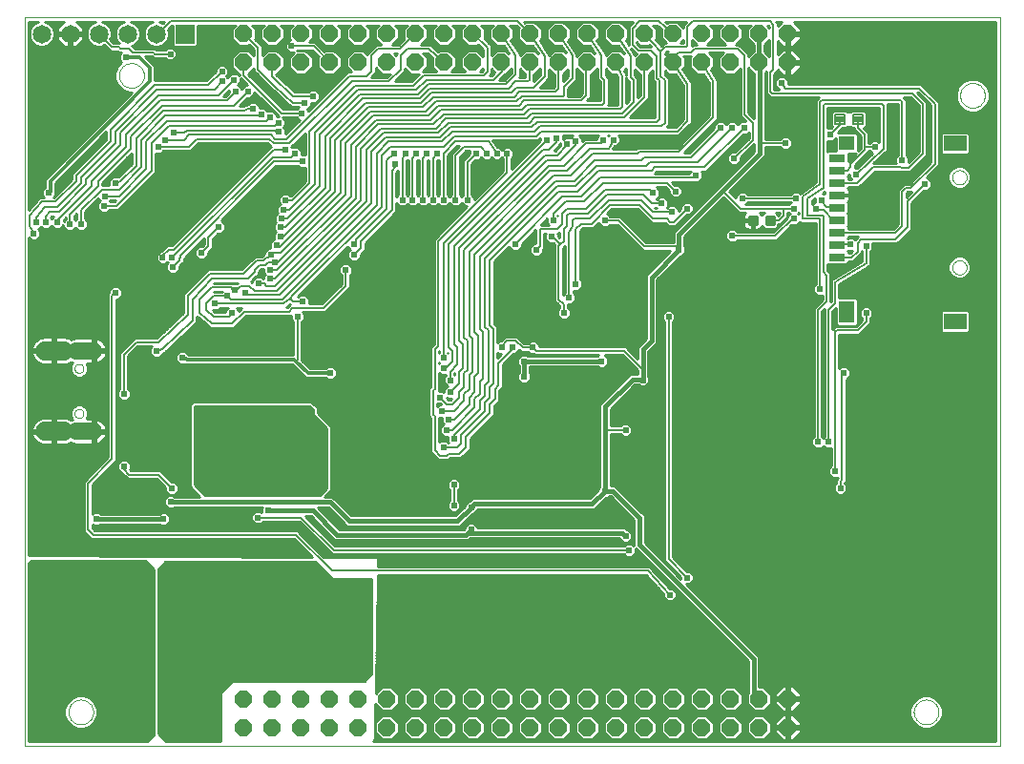
<source format=gbl>
G75*
%MOIN*%
%OFA0B0*%
%FSLAX24Y24*%
%IPPOS*%
%LPD*%
%AMOC8*
5,1,8,0,0,1.08239X$1,22.5*
%
%ADD10C,0.0000*%
%ADD11R,0.0650X0.0650*%
%ADD12C,0.0650*%
%ADD13C,0.0650*%
%ADD14C,0.0594*%
%ADD15OC8,0.0600*%
%ADD16R,0.0787X0.0551*%
%ADD17R,0.0551X0.0504*%
%ADD18R,0.0551X0.0768*%
%ADD19R,0.0551X0.0276*%
%ADD20C,0.0088*%
%ADD21C,0.0079*%
%ADD22C,0.0100*%
%ADD23C,0.0240*%
%ADD24C,0.0120*%
%ADD25C,0.0080*%
%ADD26C,0.0160*%
%ADD27C,0.0060*%
D10*
X004935Y000100D02*
X004935Y025550D01*
X039007Y025550D01*
X039007Y000100D01*
X004935Y000100D01*
X006471Y001281D02*
X006473Y001322D01*
X006479Y001363D01*
X006489Y001403D01*
X006502Y001442D01*
X006519Y001479D01*
X006540Y001515D01*
X006564Y001549D01*
X006591Y001580D01*
X006620Y001608D01*
X006653Y001634D01*
X006687Y001656D01*
X006724Y001675D01*
X006762Y001690D01*
X006802Y001702D01*
X006842Y001710D01*
X006883Y001714D01*
X006925Y001714D01*
X006966Y001710D01*
X007006Y001702D01*
X007046Y001690D01*
X007084Y001675D01*
X007120Y001656D01*
X007155Y001634D01*
X007188Y001608D01*
X007217Y001580D01*
X007244Y001549D01*
X007268Y001515D01*
X007289Y001479D01*
X007306Y001442D01*
X007319Y001403D01*
X007329Y001363D01*
X007335Y001322D01*
X007337Y001281D01*
X007335Y001240D01*
X007329Y001199D01*
X007319Y001159D01*
X007306Y001120D01*
X007289Y001083D01*
X007268Y001047D01*
X007244Y001013D01*
X007217Y000982D01*
X007188Y000954D01*
X007155Y000928D01*
X007121Y000906D01*
X007084Y000887D01*
X007046Y000872D01*
X007006Y000860D01*
X006966Y000852D01*
X006925Y000848D01*
X006883Y000848D01*
X006842Y000852D01*
X006802Y000860D01*
X006762Y000872D01*
X006724Y000887D01*
X006688Y000906D01*
X006653Y000928D01*
X006620Y000954D01*
X006591Y000982D01*
X006564Y001013D01*
X006540Y001047D01*
X006519Y001083D01*
X006502Y001120D01*
X006489Y001159D01*
X006479Y001199D01*
X006473Y001240D01*
X006471Y001281D01*
X006685Y011713D02*
X006687Y011738D01*
X006693Y011762D01*
X006702Y011784D01*
X006715Y011805D01*
X006731Y011824D01*
X006750Y011840D01*
X006771Y011853D01*
X006793Y011862D01*
X006817Y011868D01*
X006842Y011870D01*
X006867Y011868D01*
X006891Y011862D01*
X006913Y011853D01*
X006934Y011840D01*
X006953Y011824D01*
X006969Y011805D01*
X006982Y011784D01*
X006991Y011762D01*
X006997Y011738D01*
X006999Y011713D01*
X006997Y011688D01*
X006991Y011664D01*
X006982Y011642D01*
X006969Y011621D01*
X006953Y011602D01*
X006934Y011586D01*
X006913Y011573D01*
X006891Y011564D01*
X006867Y011558D01*
X006842Y011556D01*
X006817Y011558D01*
X006793Y011564D01*
X006771Y011573D01*
X006750Y011586D01*
X006731Y011602D01*
X006715Y011621D01*
X006702Y011642D01*
X006693Y011664D01*
X006687Y011688D01*
X006685Y011713D01*
X006685Y013287D02*
X006687Y013312D01*
X006693Y013336D01*
X006702Y013358D01*
X006715Y013379D01*
X006731Y013398D01*
X006750Y013414D01*
X006771Y013427D01*
X006793Y013436D01*
X006817Y013442D01*
X006842Y013444D01*
X006867Y013442D01*
X006891Y013436D01*
X006913Y013427D01*
X006934Y013414D01*
X006953Y013398D01*
X006969Y013379D01*
X006982Y013358D01*
X006991Y013336D01*
X006997Y013312D01*
X006999Y013287D01*
X006997Y013262D01*
X006991Y013238D01*
X006982Y013216D01*
X006969Y013195D01*
X006953Y013176D01*
X006934Y013160D01*
X006913Y013147D01*
X006891Y013138D01*
X006867Y013132D01*
X006842Y013130D01*
X006817Y013132D01*
X006793Y013138D01*
X006771Y013147D01*
X006750Y013160D01*
X006731Y013176D01*
X006715Y013195D01*
X006702Y013216D01*
X006693Y013238D01*
X006687Y013262D01*
X006685Y013287D01*
X008242Y023525D02*
X008244Y023566D01*
X008250Y023607D01*
X008260Y023647D01*
X008273Y023686D01*
X008290Y023723D01*
X008311Y023759D01*
X008335Y023793D01*
X008362Y023824D01*
X008391Y023852D01*
X008424Y023878D01*
X008458Y023900D01*
X008495Y023919D01*
X008533Y023934D01*
X008573Y023946D01*
X008613Y023954D01*
X008654Y023958D01*
X008696Y023958D01*
X008737Y023954D01*
X008777Y023946D01*
X008817Y023934D01*
X008855Y023919D01*
X008891Y023900D01*
X008926Y023878D01*
X008959Y023852D01*
X008988Y023824D01*
X009015Y023793D01*
X009039Y023759D01*
X009060Y023723D01*
X009077Y023686D01*
X009090Y023647D01*
X009100Y023607D01*
X009106Y023566D01*
X009108Y023525D01*
X009106Y023484D01*
X009100Y023443D01*
X009090Y023403D01*
X009077Y023364D01*
X009060Y023327D01*
X009039Y023291D01*
X009015Y023257D01*
X008988Y023226D01*
X008959Y023198D01*
X008926Y023172D01*
X008892Y023150D01*
X008855Y023131D01*
X008817Y023116D01*
X008777Y023104D01*
X008737Y023096D01*
X008696Y023092D01*
X008654Y023092D01*
X008613Y023096D01*
X008573Y023104D01*
X008533Y023116D01*
X008495Y023131D01*
X008459Y023150D01*
X008424Y023172D01*
X008391Y023198D01*
X008362Y023226D01*
X008335Y023257D01*
X008311Y023291D01*
X008290Y023327D01*
X008273Y023364D01*
X008260Y023403D01*
X008250Y023443D01*
X008244Y023484D01*
X008242Y023525D01*
X037349Y019969D02*
X037351Y020000D01*
X037357Y020030D01*
X037366Y020060D01*
X037379Y020088D01*
X037396Y020114D01*
X037416Y020137D01*
X037438Y020159D01*
X037463Y020177D01*
X037490Y020192D01*
X037519Y020203D01*
X037549Y020211D01*
X037580Y020215D01*
X037610Y020215D01*
X037641Y020211D01*
X037671Y020203D01*
X037700Y020192D01*
X037727Y020177D01*
X037752Y020159D01*
X037774Y020137D01*
X037794Y020114D01*
X037811Y020088D01*
X037824Y020060D01*
X037833Y020030D01*
X037839Y020000D01*
X037841Y019969D01*
X037839Y019938D01*
X037833Y019908D01*
X037824Y019878D01*
X037811Y019850D01*
X037794Y019824D01*
X037774Y019801D01*
X037752Y019779D01*
X037727Y019761D01*
X037700Y019746D01*
X037671Y019735D01*
X037641Y019727D01*
X037610Y019723D01*
X037580Y019723D01*
X037549Y019727D01*
X037519Y019735D01*
X037490Y019746D01*
X037463Y019761D01*
X037438Y019779D01*
X037416Y019801D01*
X037396Y019824D01*
X037379Y019850D01*
X037366Y019878D01*
X037357Y019908D01*
X037351Y019938D01*
X037349Y019969D01*
X037618Y022829D02*
X037620Y022870D01*
X037626Y022911D01*
X037636Y022951D01*
X037649Y022990D01*
X037666Y023027D01*
X037687Y023063D01*
X037711Y023097D01*
X037738Y023128D01*
X037767Y023156D01*
X037800Y023182D01*
X037834Y023204D01*
X037871Y023223D01*
X037909Y023238D01*
X037949Y023250D01*
X037989Y023258D01*
X038030Y023262D01*
X038072Y023262D01*
X038113Y023258D01*
X038153Y023250D01*
X038193Y023238D01*
X038231Y023223D01*
X038267Y023204D01*
X038302Y023182D01*
X038335Y023156D01*
X038364Y023128D01*
X038391Y023097D01*
X038415Y023063D01*
X038436Y023027D01*
X038453Y022990D01*
X038466Y022951D01*
X038476Y022911D01*
X038482Y022870D01*
X038484Y022829D01*
X038482Y022788D01*
X038476Y022747D01*
X038466Y022707D01*
X038453Y022668D01*
X038436Y022631D01*
X038415Y022595D01*
X038391Y022561D01*
X038364Y022530D01*
X038335Y022502D01*
X038302Y022476D01*
X038268Y022454D01*
X038231Y022435D01*
X038193Y022420D01*
X038153Y022408D01*
X038113Y022400D01*
X038072Y022396D01*
X038030Y022396D01*
X037989Y022400D01*
X037949Y022408D01*
X037909Y022420D01*
X037871Y022435D01*
X037835Y022454D01*
X037800Y022476D01*
X037767Y022502D01*
X037738Y022530D01*
X037711Y022561D01*
X037687Y022595D01*
X037666Y022631D01*
X037649Y022668D01*
X037636Y022707D01*
X037626Y022747D01*
X037620Y022788D01*
X037618Y022829D01*
X037349Y016820D02*
X037351Y016851D01*
X037357Y016881D01*
X037366Y016911D01*
X037379Y016939D01*
X037396Y016965D01*
X037416Y016988D01*
X037438Y017010D01*
X037463Y017028D01*
X037490Y017043D01*
X037519Y017054D01*
X037549Y017062D01*
X037580Y017066D01*
X037610Y017066D01*
X037641Y017062D01*
X037671Y017054D01*
X037700Y017043D01*
X037727Y017028D01*
X037752Y017010D01*
X037774Y016988D01*
X037794Y016965D01*
X037811Y016939D01*
X037824Y016911D01*
X037833Y016881D01*
X037839Y016851D01*
X037841Y016820D01*
X037839Y016789D01*
X037833Y016759D01*
X037824Y016729D01*
X037811Y016701D01*
X037794Y016675D01*
X037774Y016652D01*
X037752Y016630D01*
X037727Y016612D01*
X037700Y016597D01*
X037671Y016586D01*
X037641Y016578D01*
X037610Y016574D01*
X037580Y016574D01*
X037549Y016578D01*
X037519Y016586D01*
X037490Y016597D01*
X037463Y016612D01*
X037438Y016630D01*
X037416Y016652D01*
X037396Y016675D01*
X037379Y016701D01*
X037366Y016729D01*
X037357Y016759D01*
X037351Y016789D01*
X037349Y016820D01*
X035998Y001281D02*
X036000Y001322D01*
X036006Y001363D01*
X036016Y001403D01*
X036029Y001442D01*
X036046Y001479D01*
X036067Y001515D01*
X036091Y001549D01*
X036118Y001580D01*
X036147Y001608D01*
X036180Y001634D01*
X036214Y001656D01*
X036251Y001675D01*
X036289Y001690D01*
X036329Y001702D01*
X036369Y001710D01*
X036410Y001714D01*
X036452Y001714D01*
X036493Y001710D01*
X036533Y001702D01*
X036573Y001690D01*
X036611Y001675D01*
X036647Y001656D01*
X036682Y001634D01*
X036715Y001608D01*
X036744Y001580D01*
X036771Y001549D01*
X036795Y001515D01*
X036816Y001479D01*
X036833Y001442D01*
X036846Y001403D01*
X036856Y001363D01*
X036862Y001322D01*
X036864Y001281D01*
X036862Y001240D01*
X036856Y001199D01*
X036846Y001159D01*
X036833Y001120D01*
X036816Y001083D01*
X036795Y001047D01*
X036771Y001013D01*
X036744Y000982D01*
X036715Y000954D01*
X036682Y000928D01*
X036648Y000906D01*
X036611Y000887D01*
X036573Y000872D01*
X036533Y000860D01*
X036493Y000852D01*
X036452Y000848D01*
X036410Y000848D01*
X036369Y000852D01*
X036329Y000860D01*
X036289Y000872D01*
X036251Y000887D01*
X036215Y000906D01*
X036180Y000928D01*
X036147Y000954D01*
X036118Y000982D01*
X036091Y001013D01*
X036067Y001047D01*
X036046Y001083D01*
X036029Y001120D01*
X036016Y001159D01*
X036006Y001199D01*
X036000Y001240D01*
X035998Y001281D01*
D11*
X010535Y024980D03*
D12*
X009535Y024980D03*
X008535Y024980D03*
X007535Y024980D03*
X006535Y024980D03*
X005535Y024980D03*
D13*
X005651Y013907D02*
X006301Y013907D01*
X006301Y011093D02*
X005651Y011093D01*
D14*
X006760Y011093D02*
X007354Y011093D01*
X007354Y013907D02*
X006760Y013907D01*
D15*
X012595Y023990D03*
X012595Y024990D03*
X013595Y024990D03*
X013595Y023990D03*
X014595Y023990D03*
X015595Y023990D03*
X015595Y024990D03*
X014595Y024990D03*
X016595Y024990D03*
X017595Y024990D03*
X017595Y023990D03*
X016595Y023990D03*
X018595Y023990D03*
X019595Y023990D03*
X019595Y024990D03*
X018595Y024990D03*
X020595Y024990D03*
X021595Y024990D03*
X021595Y023990D03*
X020595Y023990D03*
X022595Y023990D03*
X023595Y023990D03*
X023595Y024990D03*
X022595Y024990D03*
X024595Y024990D03*
X025595Y024990D03*
X025595Y023990D03*
X024595Y023990D03*
X026595Y023990D03*
X026595Y024990D03*
X027595Y024990D03*
X028595Y024990D03*
X028595Y023990D03*
X027595Y023990D03*
X029595Y023990D03*
X030595Y023990D03*
X030595Y024990D03*
X029595Y024990D03*
X031595Y024990D03*
X031595Y023990D03*
X031595Y001740D03*
X030595Y001740D03*
X029595Y001740D03*
X028595Y001740D03*
X027595Y001740D03*
X026595Y001740D03*
X025595Y001740D03*
X024595Y001740D03*
X023595Y001740D03*
X022595Y001740D03*
X021595Y001740D03*
X020595Y001740D03*
X019595Y001740D03*
X018595Y001740D03*
X017595Y001740D03*
X016595Y001740D03*
X015595Y001740D03*
X014595Y001740D03*
X013595Y001740D03*
X012595Y001740D03*
X012595Y000740D03*
X013595Y000740D03*
X014595Y000740D03*
X015595Y000740D03*
X016595Y000740D03*
X017595Y000740D03*
X018595Y000740D03*
X019595Y000740D03*
X020595Y000740D03*
X021595Y000740D03*
X022595Y000740D03*
X023595Y000740D03*
X024595Y000740D03*
X025595Y000740D03*
X026595Y000740D03*
X027595Y000740D03*
X028595Y000740D03*
X029595Y000740D03*
X030595Y000740D03*
X031595Y000740D03*
D16*
X037437Y014930D03*
X037437Y021150D03*
D17*
X033658Y021174D03*
D18*
X033658Y015274D03*
D19*
X033315Y017174D03*
X033315Y017607D03*
X033315Y018040D03*
X033315Y018473D03*
X033315Y018906D03*
X033315Y019339D03*
X033315Y019772D03*
X033315Y020205D03*
X033315Y020638D03*
D20*
X031106Y018329D02*
X030844Y018329D01*
X030844Y018591D01*
X031106Y018591D01*
X031106Y018329D01*
X031106Y018416D02*
X030844Y018416D01*
X030844Y018503D02*
X031106Y018503D01*
X031106Y018590D02*
X030844Y018590D01*
X030506Y018329D02*
X030244Y018329D01*
X030244Y018591D01*
X030506Y018591D01*
X030506Y018329D01*
X030506Y018416D02*
X030244Y018416D01*
X030244Y018503D02*
X030506Y018503D01*
X030506Y018590D02*
X030244Y018590D01*
D21*
X033262Y021842D02*
X033578Y021842D01*
X033262Y021842D02*
X033262Y022158D01*
X033578Y022158D01*
X033578Y021842D01*
X033578Y021920D02*
X033262Y021920D01*
X033262Y021998D02*
X033578Y021998D01*
X033578Y022076D02*
X033262Y022076D01*
X033262Y022154D02*
X033578Y022154D01*
X033892Y021842D02*
X034208Y021842D01*
X033892Y021842D02*
X033892Y022158D01*
X034208Y022158D01*
X034208Y021842D01*
X034208Y021920D02*
X033892Y021920D01*
X033892Y021998D02*
X034208Y021998D01*
X034208Y022076D02*
X033892Y022076D01*
X033892Y022154D02*
X034208Y022154D01*
D22*
X034357Y022164D02*
X034795Y022164D01*
X034795Y022066D02*
X034357Y022066D01*
X034357Y021967D02*
X034795Y021967D01*
X034795Y021869D02*
X034357Y021869D01*
X034357Y021781D02*
X034357Y022219D01*
X034270Y022307D01*
X033831Y022307D01*
X033791Y022267D01*
X033679Y022267D01*
X033640Y022307D01*
X033201Y022307D01*
X033113Y022219D01*
X033113Y021781D01*
X033156Y021738D01*
X033107Y021690D01*
X032980Y021690D01*
X032975Y021685D01*
X032975Y022400D01*
X034795Y022400D01*
X034795Y021205D01*
X034731Y021270D01*
X034540Y021270D01*
X034450Y021180D01*
X034415Y021180D01*
X034415Y021518D01*
X034333Y021600D01*
X034240Y021693D01*
X034270Y021693D01*
X034357Y021781D01*
X034346Y021770D02*
X034795Y021770D01*
X034795Y021672D02*
X034262Y021672D01*
X034360Y021573D02*
X034795Y021573D01*
X034795Y021475D02*
X034415Y021475D01*
X034415Y021376D02*
X034795Y021376D01*
X034795Y021278D02*
X034415Y021278D01*
X034135Y021278D02*
X034043Y021278D01*
X034043Y021376D02*
X034135Y021376D01*
X034135Y021402D02*
X034135Y020978D01*
X034043Y020886D01*
X034043Y021471D01*
X033979Y021536D01*
X033349Y021536D01*
X033506Y021693D01*
X033640Y021693D01*
X033679Y021733D01*
X033791Y021733D01*
X033831Y021693D01*
X033910Y021693D01*
X033910Y021627D01*
X034135Y021402D01*
X034063Y021475D02*
X034040Y021475D01*
X033964Y021573D02*
X033386Y021573D01*
X033485Y021672D02*
X033910Y021672D01*
X034043Y021179D02*
X034135Y021179D01*
X034135Y021081D02*
X034043Y021081D01*
X034043Y020982D02*
X034135Y020982D01*
X033969Y020812D02*
X033737Y020580D01*
X033701Y020544D01*
X033701Y020812D01*
X033969Y020812D01*
X033942Y020785D02*
X033701Y020785D01*
X033701Y020687D02*
X033844Y020687D01*
X033745Y020588D02*
X033701Y020588D01*
X033935Y020382D02*
X034415Y020862D01*
X034415Y020900D01*
X034450Y020900D01*
X034540Y020810D01*
X034549Y020810D01*
X034016Y020310D01*
X033935Y020310D01*
X033935Y020382D01*
X033944Y020391D02*
X034102Y020391D01*
X034043Y020490D02*
X034207Y020490D01*
X034141Y020588D02*
X034312Y020588D01*
X034240Y020687D02*
X034418Y020687D01*
X034338Y020785D02*
X034523Y020785D01*
X034466Y020884D02*
X034415Y020884D01*
X034722Y020588D02*
X035365Y020588D01*
X035365Y020655D02*
X035365Y020465D01*
X035371Y020459D01*
X035354Y020459D01*
X035353Y020460D01*
X035296Y020460D01*
X035239Y020461D01*
X035238Y020460D01*
X034585Y020460D01*
X034991Y020840D01*
X034993Y020840D01*
X035033Y020879D01*
X035073Y020918D01*
X035073Y020920D01*
X035075Y020922D01*
X035075Y020978D01*
X035077Y021033D01*
X035075Y021035D01*
X035075Y022520D01*
X035455Y022520D01*
X035455Y020745D01*
X035365Y020655D01*
X035397Y020687D02*
X034827Y020687D01*
X034932Y020785D02*
X035455Y020785D01*
X035455Y020884D02*
X035037Y020884D01*
X035075Y020982D02*
X035455Y020982D01*
X035455Y021081D02*
X035075Y021081D01*
X035075Y021179D02*
X035455Y021179D01*
X035455Y021278D02*
X035075Y021278D01*
X035075Y021376D02*
X035455Y021376D01*
X035455Y021475D02*
X035075Y021475D01*
X035075Y021573D02*
X035455Y021573D01*
X035455Y021672D02*
X035075Y021672D01*
X035075Y021770D02*
X035455Y021770D01*
X035455Y021869D02*
X035075Y021869D01*
X035075Y021967D02*
X035455Y021967D01*
X035455Y022066D02*
X035075Y022066D01*
X035075Y022164D02*
X035455Y022164D01*
X035455Y022263D02*
X035075Y022263D01*
X035075Y022361D02*
X035455Y022361D01*
X035455Y022460D02*
X035075Y022460D01*
X034795Y022361D02*
X032975Y022361D01*
X032975Y022263D02*
X033157Y022263D01*
X033113Y022164D02*
X032975Y022164D01*
X032975Y022066D02*
X033113Y022066D01*
X033113Y021967D02*
X032975Y021967D01*
X032975Y021869D02*
X033113Y021869D01*
X033124Y021770D02*
X032975Y021770D01*
X032575Y021770D02*
X030805Y021770D01*
X030805Y021672D02*
X032575Y021672D01*
X032575Y021573D02*
X030805Y021573D01*
X030805Y021475D02*
X032575Y021475D01*
X032575Y021376D02*
X031624Y021376D01*
X031611Y021390D02*
X031420Y021390D01*
X031330Y021300D01*
X030805Y021300D01*
X030805Y023620D01*
X030835Y023650D01*
X030835Y022902D01*
X030917Y022820D01*
X030977Y022760D01*
X032677Y022760D01*
X032635Y022718D01*
X032575Y022658D01*
X032575Y019793D01*
X032071Y019440D01*
X032057Y019440D01*
X032029Y019412D01*
X031971Y019470D01*
X031780Y019470D01*
X031690Y019380D01*
X030201Y019380D01*
X030111Y019470D01*
X029920Y019470D01*
X029785Y019335D01*
X029785Y019248D01*
X029559Y019475D01*
X030694Y020610D01*
X030805Y020721D01*
X030805Y021020D01*
X031330Y021020D01*
X031420Y020930D01*
X031611Y020930D01*
X031745Y021065D01*
X031745Y021255D01*
X031611Y021390D01*
X031723Y021278D02*
X032575Y021278D01*
X032575Y021179D02*
X031745Y021179D01*
X031745Y021081D02*
X032575Y021081D01*
X032575Y020982D02*
X031663Y020982D01*
X031368Y020982D02*
X030805Y020982D01*
X030805Y020884D02*
X032575Y020884D01*
X032575Y020785D02*
X030805Y020785D01*
X030770Y020687D02*
X032575Y020687D01*
X032575Y020588D02*
X030672Y020588D01*
X030573Y020490D02*
X032575Y020490D01*
X032575Y020391D02*
X030475Y020391D01*
X030376Y020293D02*
X032575Y020293D01*
X032575Y020194D02*
X030278Y020194D01*
X030179Y020096D02*
X032575Y020096D01*
X032575Y019997D02*
X030081Y019997D01*
X029982Y019899D02*
X032575Y019899D01*
X032575Y019800D02*
X029884Y019800D01*
X029785Y019702D02*
X032445Y019702D01*
X032304Y019603D02*
X029687Y019603D01*
X029588Y019505D02*
X032163Y019505D01*
X032435Y019165D02*
X032545Y019238D01*
X032545Y019110D01*
X032500Y019110D01*
X032435Y019045D01*
X032435Y019165D01*
X032435Y019111D02*
X032545Y019111D01*
X032545Y019209D02*
X032501Y019209D01*
X032803Y019410D02*
X032878Y019460D01*
X032890Y019460D01*
X032890Y019391D01*
X032871Y019410D01*
X032803Y019410D01*
X032874Y019406D02*
X032890Y019406D01*
X033334Y019358D02*
X033741Y019358D01*
X033741Y019497D01*
X033731Y019535D01*
X033711Y019569D01*
X033696Y019584D01*
X033701Y019589D01*
X033701Y019632D01*
X034086Y019632D01*
X034633Y020180D01*
X035294Y020180D01*
X035769Y020173D01*
X035770Y020172D01*
X035827Y020172D01*
X035883Y020171D01*
X035884Y020172D01*
X035886Y020172D01*
X035926Y020213D01*
X035967Y020252D01*
X035967Y020253D01*
X036373Y020660D01*
X036455Y020742D01*
X036455Y022598D01*
X036113Y022940D01*
X036137Y022940D01*
X036595Y022482D01*
X036595Y020498D01*
X035837Y019740D01*
X035657Y019740D01*
X035575Y019658D01*
X035455Y019538D01*
X035455Y018338D01*
X035297Y018180D01*
X033701Y018180D01*
X033701Y018223D01*
X033668Y018257D01*
X033701Y018290D01*
X033701Y018656D01*
X033668Y018690D01*
X033701Y018723D01*
X033701Y019090D01*
X033696Y019094D01*
X033711Y019109D01*
X033731Y019144D01*
X033741Y019182D01*
X033741Y019320D01*
X033334Y019320D01*
X033334Y019358D01*
X033741Y019406D02*
X035455Y019406D01*
X035455Y019308D02*
X033741Y019308D01*
X033741Y019209D02*
X035455Y019209D01*
X035455Y019111D02*
X033712Y019111D01*
X033701Y019012D02*
X035455Y019012D01*
X035455Y018914D02*
X033701Y018914D01*
X033701Y018815D02*
X035455Y018815D01*
X035455Y018717D02*
X033695Y018717D01*
X033701Y018618D02*
X035455Y018618D01*
X035455Y018520D02*
X033701Y018520D01*
X033701Y018421D02*
X035455Y018421D01*
X035440Y018323D02*
X033701Y018323D01*
X033700Y018224D02*
X035341Y018224D01*
X035682Y017929D02*
X038857Y017929D01*
X038857Y018027D02*
X035780Y018027D01*
X035833Y018080D02*
X035915Y018162D01*
X035915Y019062D01*
X036343Y019490D01*
X036471Y019490D01*
X036605Y019625D01*
X036605Y019815D01*
X036471Y019950D01*
X036443Y019950D01*
X036793Y020300D01*
X036875Y020382D01*
X036875Y022598D01*
X036335Y023138D01*
X036253Y023220D01*
X031625Y023220D01*
X031625Y023355D01*
X031491Y023490D01*
X031300Y023490D01*
X031165Y023355D01*
X031165Y023165D01*
X031290Y023040D01*
X031115Y023040D01*
X031115Y023562D01*
X031153Y023600D01*
X031235Y023682D01*
X031235Y023714D01*
X031409Y023540D01*
X031545Y023540D01*
X031545Y023940D01*
X031645Y023940D01*
X031645Y023540D01*
X031782Y023540D01*
X032045Y023804D01*
X032045Y023940D01*
X031645Y023940D01*
X031645Y024040D01*
X031545Y024040D01*
X031545Y024440D01*
X031409Y024440D01*
X031235Y024266D01*
X031235Y024714D01*
X031409Y024540D01*
X031545Y024540D01*
X031545Y024940D01*
X031645Y024940D01*
X031645Y024540D01*
X031782Y024540D01*
X032045Y024804D01*
X032045Y024940D01*
X031645Y024940D01*
X031645Y025040D01*
X032045Y025040D01*
X032045Y025176D01*
X031822Y025400D01*
X038857Y025400D01*
X038857Y000250D01*
X017130Y000250D01*
X017175Y000340D01*
X017185Y000870D01*
X017185Y000570D01*
X017425Y000330D01*
X017765Y000330D01*
X018005Y000570D01*
X018005Y000910D01*
X017765Y001150D01*
X017425Y001150D01*
X017186Y000911D01*
X017198Y001557D01*
X017425Y001330D01*
X017765Y001330D01*
X018005Y001570D01*
X018005Y001910D01*
X017765Y002150D01*
X017425Y002150D01*
X017205Y001930D01*
X017283Y006070D01*
X026650Y006070D01*
X027265Y005407D01*
X027265Y005285D01*
X027400Y005150D01*
X027591Y005150D01*
X027725Y005285D01*
X027725Y005475D01*
X027591Y005610D01*
X027486Y005610D01*
X026865Y006279D01*
X026865Y006282D01*
X026823Y006324D01*
X026783Y006368D01*
X026780Y006368D01*
X026777Y006370D01*
X026718Y006370D01*
X026659Y006372D01*
X026656Y006370D01*
X017289Y006370D01*
X017295Y006700D01*
X015398Y006709D01*
X014565Y007542D01*
X014477Y007630D01*
X007397Y007630D01*
X007305Y007722D01*
X007305Y007845D01*
X007360Y007790D01*
X007551Y007790D01*
X007591Y007830D01*
X009660Y007830D01*
X009700Y007790D01*
X009891Y007790D01*
X010025Y007925D01*
X010025Y008115D01*
X009891Y008250D01*
X009700Y008250D01*
X009660Y008210D01*
X007591Y008210D01*
X007551Y008250D01*
X007360Y008250D01*
X007305Y008195D01*
X007305Y009218D01*
X008057Y009970D01*
X008145Y010058D01*
X008145Y015710D01*
X008211Y015710D01*
X008345Y015845D01*
X008345Y016035D01*
X008211Y016170D01*
X008020Y016170D01*
X007885Y016035D01*
X007885Y015922D01*
X007845Y015882D01*
X007845Y010182D01*
X007005Y009342D01*
X007005Y007598D01*
X007093Y007510D01*
X007273Y007330D01*
X014353Y007330D01*
X014972Y006711D01*
X005085Y006760D01*
X005085Y017865D01*
X005170Y017780D01*
X005361Y017780D01*
X005495Y017915D01*
X005495Y018105D01*
X005431Y018170D01*
X005451Y018170D01*
X005520Y018240D01*
X005590Y018170D01*
X005781Y018170D01*
X005880Y018270D01*
X005980Y018170D01*
X006171Y018170D01*
X006295Y018295D01*
X006295Y018245D01*
X006430Y018110D01*
X006621Y018110D01*
X006720Y018210D01*
X006820Y018110D01*
X007011Y018110D01*
X007145Y018245D01*
X007145Y018435D01*
X007065Y018515D01*
X007065Y018758D01*
X007525Y019218D01*
X007525Y019205D01*
X007580Y019150D01*
X007495Y019065D01*
X007495Y018875D01*
X007630Y018740D01*
X007821Y018740D01*
X007901Y018820D01*
X008207Y018820D01*
X009437Y020050D01*
X009525Y020138D01*
X009525Y020810D01*
X009711Y020810D01*
X009791Y020890D01*
X010757Y020890D01*
X011027Y021160D01*
X013423Y021160D01*
X013485Y021098D01*
X013543Y021040D01*
X013485Y020982D01*
X010849Y020982D01*
X010948Y021081D02*
X013503Y021081D01*
X013485Y020982D02*
X010093Y017590D01*
X009913Y017590D01*
X009825Y017502D01*
X009723Y017400D01*
X009670Y017400D01*
X009535Y017265D01*
X009535Y017075D01*
X009670Y016940D01*
X009861Y016940D01*
X009930Y017010D01*
X009950Y016990D01*
X009895Y016935D01*
X009895Y016745D01*
X010030Y016610D01*
X010221Y016610D01*
X010355Y016745D01*
X010355Y016858D01*
X010461Y016963D01*
X010500Y016990D01*
X010503Y017006D01*
X010515Y017018D01*
X010515Y017065D01*
X010533Y017156D01*
X011205Y017834D01*
X011205Y017622D01*
X011133Y017550D01*
X011020Y017550D01*
X010885Y017415D01*
X010885Y017225D01*
X011020Y017090D01*
X011211Y017090D01*
X011345Y017225D01*
X011345Y017338D01*
X011417Y017410D01*
X011505Y017498D01*
X011505Y017798D01*
X011697Y017990D01*
X011811Y017990D01*
X011945Y018125D01*
X011945Y018315D01*
X011813Y018448D01*
X013728Y020380D01*
X014480Y020380D01*
X014560Y020300D01*
X014745Y020300D01*
X014745Y019842D01*
X014233Y019330D01*
X014231Y019330D01*
X014151Y019410D01*
X013960Y019410D01*
X013825Y019275D01*
X013825Y019085D01*
X013880Y019030D01*
X013765Y018915D01*
X013765Y018725D01*
X013775Y018715D01*
X013675Y018615D01*
X013675Y018425D01*
X013715Y018385D01*
X013645Y018315D01*
X013645Y018125D01*
X013715Y018055D01*
X013645Y017985D01*
X013645Y017805D01*
X013525Y017685D01*
X013525Y017495D01*
X013530Y017490D01*
X013450Y017490D01*
X013315Y017355D01*
X013315Y017302D01*
X013245Y017232D01*
X013213Y017200D01*
X012973Y017200D01*
X012885Y017112D01*
X012523Y016750D01*
X011353Y016750D01*
X011265Y016662D01*
X010485Y015882D01*
X010485Y015225D01*
X009556Y014350D01*
X008773Y014350D01*
X008685Y014262D01*
X008265Y013842D01*
X008265Y012575D01*
X008185Y012495D01*
X008185Y012305D01*
X008320Y012170D01*
X008511Y012170D01*
X008645Y012305D01*
X008645Y012495D01*
X008565Y012575D01*
X008565Y013718D01*
X008897Y014050D01*
X009380Y014050D01*
X009325Y013995D01*
X009325Y013805D01*
X009460Y013670D01*
X009651Y013670D01*
X009785Y013805D01*
X009785Y013809D01*
X009793Y013808D01*
X009814Y013828D01*
X009842Y013837D01*
X009858Y013869D01*
X010875Y014830D01*
X010877Y014830D01*
X010920Y014872D01*
X010963Y014914D01*
X010963Y014916D01*
X010965Y014918D01*
X010965Y014978D01*
X010967Y015038D01*
X010965Y015040D01*
X010965Y015098D01*
X010993Y015070D01*
X011000Y015070D01*
X011373Y014750D01*
X011413Y014710D01*
X011420Y014710D01*
X011425Y014706D01*
X011481Y014710D01*
X012257Y014710D01*
X012677Y015130D01*
X014237Y015130D01*
X014245Y015138D01*
X014245Y015005D01*
X014325Y014925D01*
X014325Y013770D01*
X010671Y013770D01*
X010551Y013890D01*
X010360Y013890D01*
X010225Y013755D01*
X010225Y013565D01*
X010360Y013430D01*
X010551Y013430D01*
X010558Y013437D01*
X010565Y013430D01*
X010608Y013430D01*
X010648Y013416D01*
X010675Y013430D01*
X014285Y013430D01*
X014345Y013370D01*
X014765Y012950D01*
X015460Y012950D01*
X015520Y012890D01*
X015711Y012890D01*
X015845Y013025D01*
X015845Y013215D01*
X015711Y013350D01*
X015520Y013350D01*
X015460Y013290D01*
X014906Y013290D01*
X014625Y013570D01*
X014625Y014925D01*
X014705Y015005D01*
X014705Y015195D01*
X014651Y015250D01*
X015437Y015250D01*
X016217Y016030D01*
X016305Y016118D01*
X016305Y016545D01*
X016385Y016625D01*
X016385Y016815D01*
X016251Y016950D01*
X016060Y016950D01*
X015925Y016815D01*
X015925Y016625D01*
X016005Y016545D01*
X016005Y016242D01*
X015313Y015550D01*
X014885Y015550D01*
X014885Y015735D01*
X014751Y015870D01*
X014560Y015870D01*
X014480Y015790D01*
X014477Y015790D01*
X016225Y017538D01*
X016225Y017525D01*
X016310Y017440D01*
X016225Y017355D01*
X016225Y017165D01*
X016360Y017030D01*
X016551Y017030D01*
X016685Y017165D01*
X016685Y017278D01*
X016845Y017438D01*
X016845Y017678D01*
X017925Y018758D01*
X017925Y019065D01*
X018040Y018950D01*
X018231Y018950D01*
X018315Y019035D01*
X018400Y018950D01*
X018591Y018950D01*
X018675Y019035D01*
X018760Y018950D01*
X018951Y018950D01*
X019035Y019035D01*
X019120Y018950D01*
X019311Y018950D01*
X019395Y019035D01*
X019480Y018950D01*
X019671Y018950D01*
X019785Y019065D01*
X019900Y018950D01*
X020091Y018950D01*
X020205Y019065D01*
X020320Y018950D01*
X020393Y018950D01*
X019245Y017802D01*
X019245Y014142D01*
X019125Y014022D01*
X019125Y012642D01*
X019065Y012582D01*
X019065Y011618D01*
X019125Y011558D01*
X019125Y010358D01*
X019213Y010270D01*
X019213Y010270D01*
X019305Y010178D01*
X019393Y010090D01*
X019757Y010090D01*
X019817Y010150D01*
X020177Y010150D01*
X020265Y010238D01*
X020505Y010478D01*
X020505Y010838D01*
X021345Y011678D01*
X021345Y011978D01*
X021525Y012158D01*
X021525Y012518D01*
X021645Y012638D01*
X021645Y013418D01*
X022017Y013790D01*
X022071Y013790D01*
X022205Y013925D01*
X022205Y013938D01*
X022273Y013870D01*
X022520Y013870D01*
X022600Y013790D01*
X022713Y013790D01*
X022753Y013750D01*
X024980Y013750D01*
X024960Y013730D01*
X022531Y013730D01*
X022491Y013770D01*
X022300Y013770D01*
X022165Y013635D01*
X022165Y013445D01*
X022205Y013405D01*
X022205Y013135D01*
X022165Y013095D01*
X022165Y012905D01*
X021645Y012905D01*
X021645Y012807D02*
X022263Y012807D01*
X022300Y012770D02*
X022491Y012770D01*
X022625Y012905D01*
X025902Y012905D01*
X025985Y012989D02*
X025025Y012029D01*
X025025Y009145D01*
X024985Y009105D01*
X024985Y009049D01*
X024687Y008750D01*
X020577Y008750D01*
X020497Y008670D01*
X020440Y008670D01*
X020305Y008535D01*
X020305Y008479D01*
X019977Y008150D01*
X016354Y008150D01*
X015694Y008810D01*
X015432Y008810D01*
X015562Y008940D01*
X015655Y009034D01*
X015655Y011266D01*
X015175Y011746D01*
X015175Y011926D01*
X015055Y012046D01*
X014962Y012140D01*
X010809Y012140D01*
X010715Y012046D01*
X010715Y009154D01*
X011059Y008810D01*
X010171Y008810D01*
X010131Y008850D01*
X009940Y008850D01*
X009805Y008715D01*
X009805Y008525D01*
X009940Y008390D01*
X010131Y008390D01*
X010171Y008430D01*
X013240Y008430D01*
X013225Y008415D01*
X013225Y008275D01*
X013191Y008310D01*
X013000Y008310D01*
X012865Y008175D01*
X012865Y007985D01*
X013000Y007850D01*
X013191Y007850D01*
X013271Y007930D01*
X014533Y007930D01*
X015673Y006790D01*
X025880Y006790D01*
X025960Y006710D01*
X026151Y006710D01*
X026285Y006845D01*
X026285Y006981D01*
X030215Y003051D01*
X030215Y001940D01*
X030185Y001910D01*
X030185Y001570D01*
X030425Y001330D01*
X030765Y001330D01*
X031005Y001570D01*
X031005Y001910D01*
X030765Y002150D01*
X030595Y002150D01*
X030595Y003209D01*
X030484Y003320D01*
X028054Y005750D01*
X028191Y005750D01*
X028325Y005885D01*
X028325Y006075D01*
X028191Y006210D01*
X028077Y006210D01*
X027585Y006702D01*
X027585Y014925D01*
X027665Y015005D01*
X027665Y015195D01*
X027531Y015330D01*
X027340Y015330D01*
X027205Y015195D01*
X027205Y015005D01*
X027285Y014925D01*
X027285Y006578D01*
X027865Y005998D01*
X027865Y005939D01*
X026605Y007199D01*
X026605Y008159D01*
X026494Y008270D01*
X025564Y009200D01*
X025405Y009200D01*
X025405Y010990D01*
X025760Y010990D01*
X025840Y010910D01*
X026031Y010910D01*
X026165Y011045D01*
X026165Y011235D01*
X026031Y011370D01*
X025840Y011370D01*
X025760Y011290D01*
X025405Y011290D01*
X025405Y011871D01*
X026254Y012720D01*
X026370Y012720D01*
X026440Y012650D01*
X026631Y012650D01*
X026765Y012785D01*
X026765Y012975D01*
X026725Y013015D01*
X026725Y013881D01*
X026914Y014070D01*
X027025Y014181D01*
X027025Y016401D01*
X027834Y017210D01*
X027891Y017210D01*
X028025Y017345D01*
X028025Y017535D01*
X027985Y017575D01*
X027985Y017901D01*
X029361Y019277D01*
X029897Y018740D01*
X030119Y018740D01*
X030089Y018710D01*
X030063Y018666D01*
X030050Y018617D01*
X030050Y018498D01*
X030338Y018498D01*
X030338Y018422D01*
X030413Y018422D01*
X030413Y018135D01*
X030532Y018135D01*
X030581Y018148D01*
X030625Y018174D01*
X030662Y018210D01*
X030687Y018254D01*
X030690Y018266D01*
X030690Y018265D01*
X030780Y018175D01*
X031170Y018175D01*
X031260Y018265D01*
X031260Y018320D01*
X031333Y018320D01*
X031513Y018500D01*
X031585Y018572D01*
X031585Y018548D01*
X031097Y018060D01*
X029841Y018060D01*
X029751Y018150D01*
X029560Y018150D01*
X029425Y018015D01*
X029425Y017825D01*
X029560Y017690D01*
X029751Y017690D01*
X029841Y017780D01*
X031213Y017780D01*
X031723Y018290D01*
X031911Y018290D01*
X032029Y018408D01*
X032057Y018380D01*
X032575Y018380D01*
X032575Y016245D01*
X032485Y016155D01*
X032485Y015965D01*
X032620Y015830D01*
X032811Y015830D01*
X032815Y015835D01*
X032815Y015698D01*
X032515Y015398D01*
X032515Y010905D01*
X032425Y010815D01*
X032425Y010625D01*
X032560Y010490D01*
X032751Y010490D01*
X032835Y010575D01*
X032920Y010490D01*
X033111Y010490D01*
X033115Y010495D01*
X033115Y009885D01*
X033025Y009795D01*
X033025Y009605D01*
X033160Y009470D01*
X033351Y009470D01*
X033355Y009475D01*
X033355Y009458D01*
X033295Y009398D01*
X033295Y009285D01*
X033205Y009195D01*
X033205Y009005D01*
X033340Y008870D01*
X033531Y008870D01*
X033665Y009005D01*
X033665Y009195D01*
X033577Y009284D01*
X033635Y009342D01*
X033635Y012890D01*
X033651Y012890D01*
X033785Y013025D01*
X033785Y013215D01*
X033651Y013350D01*
X033460Y013350D01*
X033395Y013285D01*
X033395Y014480D01*
X034093Y014480D01*
X034393Y014780D01*
X034475Y014862D01*
X034475Y015035D01*
X034565Y015125D01*
X034565Y015315D01*
X034431Y015450D01*
X034240Y015450D01*
X034105Y015315D01*
X034105Y015125D01*
X034195Y015035D01*
X034195Y014978D01*
X033977Y014760D01*
X033257Y014760D01*
X033175Y014678D01*
X033155Y014658D01*
X033155Y015282D01*
X033272Y015399D01*
X033272Y014845D01*
X033337Y014780D01*
X033979Y014780D01*
X034043Y014845D01*
X034043Y015704D01*
X033979Y015768D01*
X033395Y015768D01*
X033395Y016233D01*
X034374Y016820D01*
X034393Y016820D01*
X034422Y016849D01*
X034457Y016870D01*
X034462Y016888D01*
X034475Y016902D01*
X034475Y016943D01*
X034485Y016982D01*
X034475Y016999D01*
X034475Y017375D01*
X034565Y017465D01*
X034565Y017655D01*
X034561Y017660D01*
X035413Y017660D01*
X035833Y018080D01*
X035879Y018126D02*
X038857Y018126D01*
X038857Y018224D02*
X035915Y018224D01*
X035915Y018323D02*
X038857Y018323D01*
X038857Y018421D02*
X035915Y018421D01*
X035915Y018520D02*
X038857Y018520D01*
X038857Y018618D02*
X035915Y018618D01*
X035915Y018717D02*
X038857Y018717D01*
X038857Y018815D02*
X035915Y018815D01*
X035915Y018914D02*
X038857Y018914D01*
X038857Y019012D02*
X035915Y019012D01*
X035964Y019111D02*
X038857Y019111D01*
X038857Y019209D02*
X036062Y019209D01*
X036161Y019308D02*
X038857Y019308D01*
X038857Y019406D02*
X036259Y019406D01*
X036485Y019505D02*
X038857Y019505D01*
X038857Y019603D02*
X037746Y019603D01*
X037674Y019573D02*
X037819Y019633D01*
X037931Y019745D01*
X037991Y019890D01*
X037991Y020048D01*
X037931Y020193D01*
X037819Y020305D01*
X037674Y020365D01*
X037516Y020365D01*
X037370Y020305D01*
X037259Y020193D01*
X037199Y020048D01*
X037199Y019890D01*
X037259Y019745D01*
X037370Y019633D01*
X037516Y019573D01*
X037674Y019573D01*
X037444Y019603D02*
X036584Y019603D01*
X036605Y019702D02*
X037302Y019702D01*
X037236Y019800D02*
X036605Y019800D01*
X036522Y019899D02*
X037199Y019899D01*
X037199Y019997D02*
X036490Y019997D01*
X036589Y020096D02*
X037218Y020096D01*
X037260Y020194D02*
X036687Y020194D01*
X036786Y020293D02*
X037358Y020293D01*
X037831Y020293D02*
X038857Y020293D01*
X038857Y020391D02*
X036875Y020391D01*
X036875Y020490D02*
X038857Y020490D01*
X038857Y020588D02*
X036875Y020588D01*
X036875Y020687D02*
X038857Y020687D01*
X038857Y020785D02*
X037897Y020785D01*
X037877Y020765D02*
X037941Y020829D01*
X037941Y021471D01*
X037877Y021536D01*
X036998Y021536D01*
X036934Y021471D01*
X036934Y020829D01*
X036998Y020765D01*
X037877Y020765D01*
X037941Y020884D02*
X038857Y020884D01*
X038857Y020982D02*
X037941Y020982D01*
X037941Y021081D02*
X038857Y021081D01*
X038857Y021179D02*
X037941Y021179D01*
X037941Y021278D02*
X038857Y021278D01*
X038857Y021376D02*
X037941Y021376D01*
X037938Y021475D02*
X038857Y021475D01*
X038857Y021573D02*
X036875Y021573D01*
X036875Y021475D02*
X036937Y021475D01*
X036934Y021376D02*
X036875Y021376D01*
X036875Y021278D02*
X036934Y021278D01*
X036934Y021179D02*
X036875Y021179D01*
X036875Y021081D02*
X036934Y021081D01*
X036934Y020982D02*
X036875Y020982D01*
X036875Y020884D02*
X036934Y020884D01*
X036978Y020785D02*
X036875Y020785D01*
X036595Y020785D02*
X036455Y020785D01*
X036455Y020884D02*
X036595Y020884D01*
X036595Y020982D02*
X036455Y020982D01*
X036455Y021081D02*
X036595Y021081D01*
X036595Y021179D02*
X036455Y021179D01*
X036455Y021278D02*
X036595Y021278D01*
X036595Y021376D02*
X036455Y021376D01*
X036455Y021475D02*
X036595Y021475D01*
X036595Y021573D02*
X036455Y021573D01*
X036455Y021672D02*
X036595Y021672D01*
X036595Y021770D02*
X036455Y021770D01*
X036455Y021869D02*
X036595Y021869D01*
X036595Y021967D02*
X036455Y021967D01*
X036455Y022066D02*
X036595Y022066D01*
X036595Y022164D02*
X036455Y022164D01*
X036455Y022263D02*
X036595Y022263D01*
X036595Y022361D02*
X036455Y022361D01*
X036455Y022460D02*
X036595Y022460D01*
X036519Y022558D02*
X036455Y022558D01*
X036421Y022657D02*
X036397Y022657D01*
X036322Y022755D02*
X036298Y022755D01*
X036224Y022854D02*
X036200Y022854D01*
X036001Y022657D02*
X035735Y022657D01*
X035735Y022658D02*
X035653Y022740D01*
X035633Y022760D01*
X035897Y022760D01*
X036175Y022482D01*
X036175Y020858D01*
X035825Y020508D01*
X035825Y020655D01*
X035735Y020745D01*
X035735Y022658D01*
X035735Y022558D02*
X036099Y022558D01*
X036175Y022460D02*
X035735Y022460D01*
X035735Y022361D02*
X036175Y022361D01*
X036175Y022263D02*
X035735Y022263D01*
X035735Y022164D02*
X036175Y022164D01*
X036175Y022066D02*
X035735Y022066D01*
X035735Y021967D02*
X036175Y021967D01*
X036175Y021869D02*
X035735Y021869D01*
X035735Y021770D02*
X036175Y021770D01*
X036175Y021672D02*
X035735Y021672D01*
X035735Y021573D02*
X036175Y021573D01*
X036175Y021475D02*
X035735Y021475D01*
X035735Y021376D02*
X036175Y021376D01*
X036175Y021278D02*
X035735Y021278D01*
X035735Y021179D02*
X036175Y021179D01*
X036175Y021081D02*
X035735Y021081D01*
X035735Y020982D02*
X036175Y020982D01*
X036175Y020884D02*
X035735Y020884D01*
X035735Y020785D02*
X036102Y020785D01*
X036004Y020687D02*
X035794Y020687D01*
X035825Y020588D02*
X035905Y020588D01*
X036104Y020391D02*
X036488Y020391D01*
X036390Y020293D02*
X036006Y020293D01*
X035907Y020194D02*
X036291Y020194D01*
X036193Y020096D02*
X034549Y020096D01*
X034450Y019997D02*
X036094Y019997D01*
X035996Y019899D02*
X034352Y019899D01*
X034253Y019800D02*
X035897Y019800D01*
X035619Y019702D02*
X034155Y019702D01*
X033818Y019912D02*
X033701Y019912D01*
X033701Y019956D01*
X033668Y019989D01*
X033701Y020022D01*
X033701Y020060D01*
X033733Y020060D01*
X033745Y020072D01*
X033745Y019985D01*
X033818Y019912D01*
X033745Y019997D02*
X033676Y019997D01*
X033701Y019603D02*
X035520Y019603D01*
X035455Y019505D02*
X033739Y019505D01*
X034617Y020490D02*
X035365Y020490D01*
X036203Y020490D02*
X036587Y020490D01*
X036595Y020588D02*
X036301Y020588D01*
X036400Y020687D02*
X036595Y020687D01*
X036875Y021672D02*
X038857Y021672D01*
X038857Y021770D02*
X036875Y021770D01*
X036875Y021869D02*
X038857Y021869D01*
X038857Y021967D02*
X036875Y021967D01*
X036875Y022066D02*
X038857Y022066D01*
X038857Y022164D02*
X036875Y022164D01*
X036875Y022263D02*
X037896Y022263D01*
X037935Y022246D02*
X038167Y022246D01*
X038382Y022335D01*
X038546Y022499D01*
X038634Y022713D01*
X038634Y022945D01*
X038546Y023160D01*
X038382Y023324D01*
X038167Y023413D01*
X037935Y023413D01*
X037721Y023324D01*
X037557Y023160D01*
X037468Y022945D01*
X037468Y022713D01*
X037557Y022499D01*
X037721Y022335D01*
X037935Y022246D01*
X037695Y022361D02*
X036875Y022361D01*
X036875Y022460D02*
X037597Y022460D01*
X037533Y022558D02*
X036875Y022558D01*
X036817Y022657D02*
X037492Y022657D01*
X037468Y022755D02*
X036718Y022755D01*
X036620Y022854D02*
X037468Y022854D01*
X037471Y022952D02*
X036521Y022952D01*
X036423Y023051D02*
X037512Y023051D01*
X037553Y023149D02*
X036324Y023149D01*
X035902Y022755D02*
X035638Y022755D01*
X034795Y022263D02*
X034314Y022263D01*
X033272Y021332D02*
X033272Y020886D01*
X032994Y020886D01*
X032975Y020867D01*
X032975Y021235D01*
X032980Y021230D01*
X033171Y021230D01*
X033272Y021332D01*
X033272Y021278D02*
X033218Y021278D01*
X033272Y021179D02*
X032975Y021179D01*
X032975Y021081D02*
X033272Y021081D01*
X033272Y020982D02*
X032975Y020982D01*
X032975Y020884D02*
X032991Y020884D01*
X032575Y021869D02*
X030805Y021869D01*
X030805Y021967D02*
X032575Y021967D01*
X032575Y022066D02*
X030805Y022066D01*
X030805Y022164D02*
X032575Y022164D01*
X032575Y022263D02*
X030805Y022263D01*
X030805Y022361D02*
X032575Y022361D01*
X032575Y022460D02*
X030805Y022460D01*
X030805Y022558D02*
X032575Y022558D01*
X032575Y022657D02*
X030805Y022657D01*
X030805Y022755D02*
X032672Y022755D01*
X031625Y023248D02*
X037645Y023248D01*
X037775Y023346D02*
X031625Y023346D01*
X031536Y023445D02*
X038857Y023445D01*
X038857Y023543D02*
X031785Y023543D01*
X031883Y023642D02*
X038857Y023642D01*
X038857Y023740D02*
X031982Y023740D01*
X032045Y023839D02*
X038857Y023839D01*
X038857Y023937D02*
X032045Y023937D01*
X032045Y024040D02*
X031645Y024040D01*
X031645Y024440D01*
X031782Y024440D01*
X032045Y024176D01*
X032045Y024040D01*
X032045Y024134D02*
X038857Y024134D01*
X038857Y024036D02*
X031645Y024036D01*
X031645Y024134D02*
X031545Y024134D01*
X031545Y024233D02*
X031645Y024233D01*
X031645Y024331D02*
X031545Y024331D01*
X031545Y024430D02*
X031645Y024430D01*
X031792Y024430D02*
X038857Y024430D01*
X038857Y024528D02*
X031235Y024528D01*
X031235Y024430D02*
X031398Y024430D01*
X031300Y024331D02*
X031235Y024331D01*
X030955Y024331D02*
X030834Y024331D01*
X030785Y024380D02*
X030955Y024210D01*
X030955Y024770D01*
X030785Y024600D01*
X030785Y024380D01*
X030785Y024430D02*
X030955Y024430D01*
X030955Y024528D02*
X030785Y024528D01*
X030812Y024627D02*
X030955Y024627D01*
X030955Y024725D02*
X030910Y024725D01*
X031235Y024627D02*
X031322Y024627D01*
X031545Y024627D02*
X031645Y024627D01*
X031645Y024725D02*
X031545Y024725D01*
X031545Y024824D02*
X031645Y024824D01*
X031645Y024922D02*
X031545Y024922D01*
X031645Y025021D02*
X038857Y025021D01*
X038857Y025119D02*
X032045Y025119D01*
X032004Y025218D02*
X038857Y025218D01*
X038857Y025316D02*
X031906Y025316D01*
X031369Y025400D02*
X031235Y025266D01*
X031235Y025358D01*
X031193Y025400D01*
X031369Y025400D01*
X031285Y025316D02*
X031235Y025316D01*
X030955Y025242D02*
X030917Y025280D01*
X030885Y025280D01*
X030955Y025210D01*
X030955Y025242D01*
X030955Y025218D02*
X030948Y025218D01*
X030305Y025280D02*
X030185Y025160D01*
X030185Y024820D01*
X030405Y024600D01*
X030405Y024380D01*
X030215Y024190D01*
X030215Y024278D01*
X030133Y024360D01*
X029893Y024600D01*
X029785Y024600D01*
X030005Y024820D01*
X030005Y025160D01*
X029885Y025280D01*
X030305Y025280D01*
X030243Y025218D02*
X029948Y025218D01*
X030005Y025119D02*
X030185Y025119D01*
X030185Y025021D02*
X030005Y025021D01*
X030005Y024922D02*
X030185Y024922D01*
X030185Y024824D02*
X030005Y024824D01*
X029910Y024725D02*
X030280Y024725D01*
X030379Y024627D02*
X029812Y024627D01*
X029965Y024528D02*
X030405Y024528D01*
X030405Y024430D02*
X030064Y024430D01*
X030162Y024331D02*
X030356Y024331D01*
X030258Y024233D02*
X030215Y024233D01*
X030215Y023790D02*
X030425Y023580D01*
X030425Y022028D01*
X030215Y022238D01*
X030215Y023790D01*
X030215Y023740D02*
X030265Y023740D01*
X030215Y023642D02*
X030364Y023642D01*
X030425Y023543D02*
X030215Y023543D01*
X030215Y023445D02*
X030425Y023445D01*
X030425Y023346D02*
X030215Y023346D01*
X030215Y023248D02*
X030425Y023248D01*
X030425Y023149D02*
X030215Y023149D01*
X030215Y023051D02*
X030425Y023051D01*
X030425Y022952D02*
X030215Y022952D01*
X030215Y022854D02*
X030425Y022854D01*
X030425Y022755D02*
X030215Y022755D01*
X030215Y022657D02*
X030425Y022657D01*
X030425Y022558D02*
X030215Y022558D01*
X030215Y022460D02*
X030425Y022460D01*
X030425Y022361D02*
X030215Y022361D01*
X030215Y022263D02*
X030425Y022263D01*
X030425Y022164D02*
X030289Y022164D01*
X030388Y022066D02*
X030425Y022066D01*
X030127Y021930D02*
X029980Y021930D01*
X029865Y021815D01*
X029751Y021930D01*
X029560Y021930D01*
X029445Y021815D01*
X029331Y021930D01*
X029140Y021930D01*
X029005Y021795D01*
X029005Y021682D01*
X028153Y020830D01*
X027977Y020830D01*
X029057Y021910D01*
X029145Y021998D01*
X029145Y023301D01*
X029156Y023344D01*
X029145Y023361D01*
X029145Y023382D01*
X029114Y023413D01*
X028921Y023736D01*
X029005Y023820D01*
X029005Y024160D01*
X028845Y024320D01*
X029345Y024320D01*
X029185Y024160D01*
X029185Y023820D01*
X029425Y023580D01*
X029765Y023580D01*
X029935Y023750D01*
X029935Y022122D01*
X030127Y021930D01*
X030090Y021967D02*
X029114Y021967D01*
X029145Y022066D02*
X029992Y022066D01*
X029935Y022164D02*
X029145Y022164D01*
X029145Y022263D02*
X029935Y022263D01*
X029935Y022361D02*
X029145Y022361D01*
X029145Y022460D02*
X029935Y022460D01*
X029935Y022558D02*
X029145Y022558D01*
X029145Y022657D02*
X029935Y022657D01*
X029935Y022755D02*
X029145Y022755D01*
X029145Y022854D02*
X029935Y022854D01*
X029935Y022952D02*
X029145Y022952D01*
X029145Y023051D02*
X029935Y023051D01*
X029935Y023149D02*
X029145Y023149D01*
X029145Y023248D02*
X029935Y023248D01*
X029935Y023346D02*
X029154Y023346D01*
X029096Y023445D02*
X029935Y023445D01*
X029935Y023543D02*
X029037Y023543D01*
X028978Y023642D02*
X029364Y023642D01*
X029265Y023740D02*
X028925Y023740D01*
X029005Y023839D02*
X029185Y023839D01*
X029185Y023937D02*
X029005Y023937D01*
X029005Y024036D02*
X029185Y024036D01*
X029185Y024134D02*
X029005Y024134D01*
X028933Y024233D02*
X029258Y024233D01*
X029925Y023740D02*
X029935Y023740D01*
X029935Y023642D02*
X029827Y023642D01*
X028845Y023279D02*
X028845Y022122D01*
X027733Y021010D01*
X026353Y021010D01*
X026293Y020950D01*
X025492Y020950D01*
X025552Y021050D01*
X025611Y021050D01*
X025745Y021185D01*
X025745Y021375D01*
X025691Y021430D01*
X027797Y021430D01*
X028157Y021790D01*
X028245Y021878D01*
X028245Y023204D01*
X028255Y023250D01*
X028245Y023264D01*
X028245Y023282D01*
X028212Y023315D01*
X027932Y023747D01*
X028005Y023820D01*
X028005Y024160D01*
X027965Y024200D01*
X028225Y024200D01*
X028185Y024160D01*
X028185Y023820D01*
X028425Y023580D01*
X028665Y023580D01*
X028845Y023279D01*
X028845Y023248D02*
X028254Y023248D01*
X028245Y023149D02*
X028845Y023149D01*
X028845Y023051D02*
X028245Y023051D01*
X028245Y022952D02*
X028845Y022952D01*
X028845Y022854D02*
X028245Y022854D01*
X028245Y022755D02*
X028845Y022755D01*
X028845Y022657D02*
X028245Y022657D01*
X028245Y022558D02*
X028845Y022558D01*
X028845Y022460D02*
X028245Y022460D01*
X028245Y022361D02*
X028845Y022361D01*
X028845Y022263D02*
X028245Y022263D01*
X028245Y022164D02*
X028845Y022164D01*
X028789Y022066D02*
X028245Y022066D01*
X028245Y021967D02*
X028690Y021967D01*
X028592Y021869D02*
X028236Y021869D01*
X028137Y021770D02*
X028493Y021770D01*
X028395Y021672D02*
X028039Y021672D01*
X027940Y021573D02*
X028296Y021573D01*
X028198Y021475D02*
X027842Y021475D01*
X028001Y021278D02*
X025745Y021278D01*
X025744Y021376D02*
X028099Y021376D01*
X027902Y021179D02*
X025740Y021179D01*
X025641Y021081D02*
X027804Y021081D01*
X028031Y020884D02*
X028207Y020884D01*
X028129Y020982D02*
X028305Y020982D01*
X028228Y021081D02*
X028404Y021081D01*
X028326Y021179D02*
X028502Y021179D01*
X028425Y021278D02*
X028601Y021278D01*
X028523Y021376D02*
X028699Y021376D01*
X028622Y021475D02*
X028798Y021475D01*
X028720Y021573D02*
X028896Y021573D01*
X028819Y021672D02*
X028995Y021672D01*
X029005Y021770D02*
X028917Y021770D01*
X029016Y021869D02*
X029079Y021869D01*
X029392Y021869D02*
X029499Y021869D01*
X029812Y021869D02*
X029919Y021869D01*
X030057Y021470D02*
X030171Y021470D01*
X030235Y021535D01*
X030235Y021338D01*
X029747Y020850D01*
X029620Y020850D01*
X029485Y020715D01*
X029485Y020525D01*
X029620Y020390D01*
X029811Y020390D01*
X029945Y020525D01*
X029945Y020652D01*
X030425Y021132D01*
X030425Y021021D01*
X030425Y020879D01*
X029135Y019589D01*
X027605Y018059D01*
X027605Y017710D01*
X026657Y017710D01*
X025757Y018610D01*
X025391Y018610D01*
X025311Y018690D01*
X025297Y018690D01*
X025457Y018850D01*
X026353Y018850D01*
X026745Y018458D01*
X026833Y018370D01*
X027313Y018370D01*
X027345Y018338D01*
X027433Y018250D01*
X027677Y018250D01*
X028077Y018650D01*
X028191Y018650D01*
X028325Y018785D01*
X028325Y018975D01*
X028191Y019110D01*
X028000Y019110D01*
X027865Y018975D01*
X027865Y018862D01*
X027785Y018782D01*
X027785Y018855D01*
X027651Y018990D01*
X027460Y018990D01*
X027380Y018910D01*
X027371Y018910D01*
X027425Y018965D01*
X027425Y019155D01*
X027291Y019290D01*
X027100Y019290D01*
X027020Y019210D01*
X027011Y019210D01*
X027125Y019325D01*
X027125Y019515D01*
X027011Y019630D01*
X027313Y019630D01*
X027445Y019498D01*
X027445Y019385D01*
X027580Y019250D01*
X027771Y019250D01*
X027905Y019385D01*
X027905Y019575D01*
X027771Y019710D01*
X027657Y019710D01*
X027557Y019810D01*
X028280Y019810D01*
X028300Y019790D01*
X028491Y019790D01*
X028625Y019925D01*
X028625Y020115D01*
X028571Y020170D01*
X028757Y020170D01*
X030057Y021470D01*
X030175Y021475D02*
X030235Y021475D01*
X030235Y021376D02*
X029963Y021376D01*
X029865Y021278D02*
X030175Y021278D01*
X030076Y021179D02*
X029766Y021179D01*
X029668Y021081D02*
X029978Y021081D01*
X029879Y020982D02*
X029569Y020982D01*
X029471Y020884D02*
X029781Y020884D01*
X029555Y020785D02*
X029372Y020785D01*
X029274Y020687D02*
X029485Y020687D01*
X029485Y020588D02*
X029175Y020588D01*
X029077Y020490D02*
X029520Y020490D01*
X029619Y020391D02*
X028978Y020391D01*
X028880Y020293D02*
X029839Y020293D01*
X029812Y020391D02*
X029938Y020391D01*
X029910Y020490D02*
X030036Y020490D01*
X029945Y020588D02*
X030135Y020588D01*
X030233Y020687D02*
X029980Y020687D01*
X030078Y020785D02*
X030332Y020785D01*
X030425Y020884D02*
X030177Y020884D01*
X030275Y020982D02*
X030425Y020982D01*
X030425Y021081D02*
X030374Y021081D01*
X030805Y021376D02*
X031406Y021376D01*
X030884Y022854D02*
X030805Y022854D01*
X030805Y022952D02*
X030835Y022952D01*
X030835Y023051D02*
X030805Y023051D01*
X030805Y023149D02*
X030835Y023149D01*
X030835Y023248D02*
X030805Y023248D01*
X030805Y023346D02*
X030835Y023346D01*
X030835Y023445D02*
X030805Y023445D01*
X030805Y023543D02*
X030835Y023543D01*
X030827Y023642D02*
X030835Y023642D01*
X031115Y023543D02*
X031406Y023543D01*
X031545Y023543D02*
X031645Y023543D01*
X031645Y023642D02*
X031545Y023642D01*
X031545Y023740D02*
X031645Y023740D01*
X031645Y023839D02*
X031545Y023839D01*
X031545Y023937D02*
X031645Y023937D01*
X031307Y023642D02*
X031195Y023642D01*
X031255Y023445D02*
X031115Y023445D01*
X031115Y023346D02*
X031165Y023346D01*
X031165Y023248D02*
X031115Y023248D01*
X031115Y023149D02*
X031181Y023149D01*
X031115Y023051D02*
X031279Y023051D01*
X030955Y024233D02*
X030933Y024233D01*
X031891Y024331D02*
X038857Y024331D01*
X038857Y024233D02*
X031989Y024233D01*
X031868Y024627D02*
X038857Y024627D01*
X038857Y024725D02*
X031967Y024725D01*
X032045Y024824D02*
X038857Y024824D01*
X038857Y024922D02*
X032045Y024922D01*
X029405Y024600D02*
X028785Y024600D01*
X029005Y024820D01*
X029005Y025160D01*
X028885Y025280D01*
X029305Y025280D01*
X029185Y025160D01*
X029185Y024820D01*
X029405Y024600D01*
X029379Y024627D02*
X028812Y024627D01*
X028910Y024725D02*
X029280Y024725D01*
X029185Y024824D02*
X029005Y024824D01*
X029005Y024922D02*
X029185Y024922D01*
X029185Y025021D02*
X029005Y025021D01*
X029005Y025119D02*
X029185Y025119D01*
X029243Y025218D02*
X028948Y025218D01*
X028379Y024627D02*
X028235Y024627D01*
X028235Y024638D02*
X028235Y024558D01*
X028277Y024600D01*
X028405Y024600D01*
X028235Y024770D01*
X028235Y024638D01*
X028235Y024725D02*
X028280Y024725D01*
X027955Y024725D02*
X027910Y024725D01*
X027955Y024770D02*
X027845Y024660D01*
X027955Y024660D01*
X027955Y024770D01*
X027955Y025210D02*
X027765Y025400D01*
X027425Y025400D01*
X027377Y025352D01*
X027319Y025400D01*
X028057Y025400D01*
X028037Y025380D01*
X027955Y025298D01*
X027955Y025210D01*
X027955Y025218D02*
X027948Y025218D01*
X027973Y025316D02*
X027849Y025316D01*
X027185Y025147D02*
X027185Y024820D01*
X027345Y024660D01*
X027267Y024660D01*
X027170Y024563D01*
X026970Y024785D01*
X027005Y024820D01*
X027005Y025160D01*
X026885Y025280D01*
X027025Y025280D01*
X027185Y025147D01*
X027185Y025119D02*
X027005Y025119D01*
X027005Y025021D02*
X027185Y025021D01*
X027185Y024922D02*
X027005Y024922D01*
X027005Y024824D02*
X027185Y024824D01*
X027280Y024725D02*
X027024Y024725D01*
X027113Y024627D02*
X027234Y024627D01*
X027383Y024380D02*
X027405Y024380D01*
X027305Y024280D01*
X027305Y024302D01*
X027383Y024380D01*
X027356Y024331D02*
X027334Y024331D01*
X026814Y024540D02*
X026443Y024540D01*
X026315Y024668D01*
X026315Y024690D01*
X026425Y024580D01*
X026765Y024580D01*
X026772Y024586D01*
X026814Y024540D01*
X026379Y024627D02*
X026357Y024627D01*
X026158Y024430D02*
X026144Y024430D01*
X026117Y024470D02*
X026117Y024470D01*
X026306Y024281D01*
X026267Y024242D01*
X026265Y024245D01*
X026265Y024262D01*
X026232Y024295D01*
X026117Y024470D01*
X026035Y024594D02*
X025934Y024749D01*
X026005Y024820D01*
X026005Y025160D01*
X025765Y025400D01*
X025425Y025400D01*
X025185Y025160D01*
X025185Y024820D01*
X025425Y024580D01*
X025686Y024580D01*
X025879Y024286D01*
X025765Y024400D01*
X025425Y024400D01*
X025249Y024224D01*
X025255Y024250D01*
X025245Y024264D01*
X025245Y024282D01*
X025212Y024315D01*
X024932Y024747D01*
X025005Y024820D01*
X025005Y025160D01*
X024765Y025400D01*
X024425Y025400D01*
X024185Y025160D01*
X024185Y024820D01*
X024425Y024580D01*
X024683Y024580D01*
X024863Y024302D01*
X024765Y024400D01*
X024425Y024400D01*
X024225Y024200D01*
X024225Y024224D01*
X024235Y024269D01*
X024225Y024284D01*
X024225Y024302D01*
X024193Y024335D01*
X023930Y024745D01*
X024005Y024820D01*
X024005Y025160D01*
X023765Y025400D01*
X023425Y025400D01*
X023185Y025160D01*
X023185Y024820D01*
X023425Y024580D01*
X023680Y024580D01*
X023848Y024318D01*
X023765Y024400D01*
X023425Y024400D01*
X023267Y024242D01*
X023265Y024245D01*
X023265Y024262D01*
X023232Y024295D01*
X022934Y024749D01*
X023005Y024820D01*
X023005Y025160D01*
X022765Y025400D01*
X022425Y025400D01*
X022404Y025379D01*
X022383Y025400D01*
X026197Y025400D01*
X026035Y025238D01*
X026035Y024594D01*
X026035Y024627D02*
X026014Y024627D01*
X026035Y024725D02*
X025949Y024725D01*
X026005Y024824D02*
X026035Y024824D01*
X026035Y024922D02*
X026005Y024922D01*
X026005Y025021D02*
X026035Y025021D01*
X026035Y025119D02*
X026005Y025119D01*
X026035Y025218D02*
X025948Y025218D01*
X025849Y025316D02*
X026113Y025316D01*
X025341Y025316D02*
X024849Y025316D01*
X024948Y025218D02*
X025243Y025218D01*
X025185Y025119D02*
X025005Y025119D01*
X025005Y025021D02*
X025185Y025021D01*
X025185Y024922D02*
X025005Y024922D01*
X025005Y024824D02*
X025185Y024824D01*
X025280Y024725D02*
X024946Y024725D01*
X025010Y024627D02*
X025379Y024627D01*
X025356Y024331D02*
X025202Y024331D01*
X025251Y024233D02*
X025258Y024233D01*
X025138Y024430D02*
X025785Y024430D01*
X025834Y024331D02*
X025849Y024331D01*
X025720Y024528D02*
X025074Y024528D01*
X024844Y024331D02*
X024834Y024331D01*
X024780Y024430D02*
X024132Y024430D01*
X024069Y024528D02*
X024716Y024528D01*
X024379Y024627D02*
X024006Y024627D01*
X023943Y024725D02*
X024280Y024725D01*
X024185Y024824D02*
X024005Y024824D01*
X024005Y024922D02*
X024185Y024922D01*
X024185Y025021D02*
X024005Y025021D01*
X024005Y025119D02*
X024185Y025119D01*
X024243Y025218D02*
X023948Y025218D01*
X023849Y025316D02*
X024341Y025316D01*
X023341Y025316D02*
X022849Y025316D01*
X022948Y025218D02*
X023243Y025218D01*
X023185Y025119D02*
X023005Y025119D01*
X023005Y025021D02*
X023185Y025021D01*
X023185Y024922D02*
X023005Y024922D01*
X023005Y024824D02*
X023185Y024824D01*
X023280Y024725D02*
X022949Y024725D01*
X023014Y024627D02*
X023379Y024627D01*
X023356Y024331D02*
X023209Y024331D01*
X023144Y024430D02*
X023776Y024430D01*
X023834Y024331D02*
X023839Y024331D01*
X023713Y024528D02*
X023079Y024528D01*
X022849Y024331D02*
X022834Y024331D01*
X022879Y024286D02*
X022765Y024400D01*
X022425Y024400D01*
X022249Y024224D01*
X022255Y024250D01*
X022245Y024264D01*
X022245Y024282D01*
X022212Y024315D01*
X021932Y024747D01*
X022005Y024820D01*
X022005Y025160D01*
X021885Y025280D01*
X022107Y025280D01*
X022206Y025181D01*
X022185Y025160D01*
X022185Y024820D01*
X022425Y024580D01*
X022686Y024580D01*
X022879Y024286D01*
X022785Y024430D02*
X022138Y024430D01*
X022074Y024528D02*
X022720Y024528D01*
X022379Y024627D02*
X022010Y024627D01*
X021946Y024725D02*
X022280Y024725D01*
X022185Y024824D02*
X022005Y024824D01*
X022005Y024922D02*
X022185Y024922D01*
X022185Y025021D02*
X022005Y025021D01*
X022005Y025119D02*
X022185Y025119D01*
X022170Y025218D02*
X021948Y025218D01*
X021305Y025280D02*
X021185Y025160D01*
X021185Y024820D01*
X021425Y024580D01*
X021683Y024580D01*
X021863Y024302D01*
X021765Y024400D01*
X021425Y024400D01*
X021255Y024230D01*
X021255Y024451D01*
X021257Y024452D01*
X021255Y024512D01*
X021255Y024572D01*
X021253Y024574D01*
X021253Y024577D01*
X021210Y024618D01*
X021167Y024660D01*
X021165Y024660D01*
X021000Y024815D01*
X021005Y024820D01*
X021005Y025160D01*
X020885Y025280D01*
X021305Y025280D01*
X021243Y025218D02*
X020948Y025218D01*
X021005Y025119D02*
X021185Y025119D01*
X021185Y025021D02*
X021005Y025021D01*
X021005Y024922D02*
X021185Y024922D01*
X021185Y024824D02*
X021005Y024824D01*
X021096Y024725D02*
X021280Y024725D01*
X021201Y024627D02*
X021379Y024627D01*
X021255Y024528D02*
X021716Y024528D01*
X021780Y024430D02*
X021255Y024430D01*
X021255Y024331D02*
X021356Y024331D01*
X021258Y024233D02*
X021255Y024233D01*
X020955Y024233D02*
X020933Y024233D01*
X020955Y024210D02*
X020765Y024400D01*
X020425Y024400D01*
X020185Y024160D01*
X020185Y023820D01*
X020325Y023680D01*
X019865Y023680D01*
X020005Y023820D01*
X020005Y024160D01*
X019765Y024400D01*
X019425Y024400D01*
X019394Y024369D01*
X019168Y024569D01*
X019127Y024610D01*
X019122Y024610D01*
X019118Y024613D01*
X019061Y024610D01*
X018795Y024610D01*
X019005Y024820D01*
X019005Y025160D01*
X018885Y025280D01*
X019305Y025280D01*
X019185Y025160D01*
X019185Y024820D01*
X019425Y024580D01*
X019765Y024580D01*
X020005Y024820D01*
X020005Y025160D01*
X019885Y025280D01*
X020305Y025280D01*
X020185Y025160D01*
X020185Y024820D01*
X020425Y024580D01*
X020765Y024580D01*
X020788Y024603D01*
X020955Y024445D01*
X020955Y024210D01*
X020955Y024331D02*
X020834Y024331D01*
X020955Y024430D02*
X019326Y024430D01*
X019215Y024528D02*
X020867Y024528D01*
X020379Y024627D02*
X019812Y024627D01*
X019910Y024725D02*
X020280Y024725D01*
X020185Y024824D02*
X020005Y024824D01*
X020005Y024922D02*
X020185Y024922D01*
X020185Y025021D02*
X020005Y025021D01*
X020005Y025119D02*
X020185Y025119D01*
X020243Y025218D02*
X019948Y025218D01*
X019243Y025218D02*
X018948Y025218D01*
X019005Y025119D02*
X019185Y025119D01*
X019185Y025021D02*
X019005Y025021D01*
X019005Y024922D02*
X019185Y024922D01*
X019185Y024824D02*
X019005Y024824D01*
X018910Y024725D02*
X019280Y024725D01*
X019379Y024627D02*
X018812Y024627D01*
X018855Y024310D02*
X019008Y024310D01*
X019185Y024153D01*
X019185Y023820D01*
X019325Y023680D01*
X018865Y023680D01*
X019005Y023820D01*
X019005Y024160D01*
X018855Y024310D01*
X018933Y024233D02*
X019096Y024233D01*
X019185Y024134D02*
X019005Y024134D01*
X019005Y024036D02*
X019185Y024036D01*
X019185Y023937D02*
X019005Y023937D01*
X019005Y023839D02*
X019185Y023839D01*
X019265Y023740D02*
X018925Y023740D01*
X018723Y023580D02*
X018463Y023320D01*
X017867Y023320D01*
X018137Y023590D01*
X018225Y023678D01*
X018225Y023780D01*
X018425Y023580D01*
X018723Y023580D01*
X018686Y023543D02*
X018090Y023543D01*
X017992Y023445D02*
X018588Y023445D01*
X018489Y023346D02*
X017893Y023346D01*
X017666Y023543D02*
X017130Y023543D01*
X017117Y023530D02*
X017205Y023618D01*
X017205Y023800D01*
X017425Y023580D01*
X017703Y023580D01*
X017593Y023470D01*
X017057Y023470D01*
X017117Y023530D01*
X017205Y023642D02*
X017364Y023642D01*
X017265Y023740D02*
X017205Y023740D01*
X016905Y024260D02*
X016765Y024400D01*
X016425Y024400D01*
X016185Y024160D01*
X016185Y023820D01*
X016355Y023650D01*
X016213Y023650D01*
X016125Y023562D01*
X014855Y022292D01*
X014855Y022305D01*
X014816Y022345D01*
X014945Y022475D01*
X014945Y022580D01*
X015111Y022580D01*
X015245Y022715D01*
X015245Y022905D01*
X015111Y023040D01*
X014920Y023040D01*
X014840Y022960D01*
X014384Y022960D01*
X013728Y023563D01*
X013729Y023580D01*
X013765Y023580D01*
X014005Y023820D01*
X014005Y024160D01*
X013765Y024400D01*
X013425Y024400D01*
X013245Y024220D01*
X013245Y024552D01*
X012991Y024806D01*
X013005Y024820D01*
X013005Y025160D01*
X012885Y025280D01*
X013305Y025280D01*
X013185Y025160D01*
X013185Y024820D01*
X013425Y024580D01*
X013765Y024580D01*
X014005Y024820D01*
X014005Y025160D01*
X013885Y025280D01*
X014305Y025280D01*
X014185Y025160D01*
X014185Y024820D01*
X014225Y024780D01*
X014170Y024780D01*
X014035Y024645D01*
X014035Y024455D01*
X014170Y024320D01*
X014345Y024320D01*
X014185Y024160D01*
X014185Y023820D01*
X014425Y023580D01*
X014765Y023580D01*
X015005Y023820D01*
X015005Y024160D01*
X014765Y024400D01*
X014441Y024400D01*
X014451Y024410D01*
X014977Y024410D01*
X015206Y024181D01*
X015185Y024160D01*
X015185Y023820D01*
X015425Y023580D01*
X015765Y023580D01*
X016005Y023820D01*
X016005Y024160D01*
X015765Y024400D01*
X015425Y024400D01*
X015404Y024379D01*
X015093Y024690D01*
X014875Y024690D01*
X015005Y024820D01*
X015005Y025160D01*
X014885Y025280D01*
X015305Y025280D01*
X015185Y025160D01*
X015185Y024820D01*
X015425Y024580D01*
X015765Y024580D01*
X016005Y024820D01*
X016005Y025160D01*
X015885Y025280D01*
X016305Y025280D01*
X016185Y025160D01*
X016185Y024820D01*
X016425Y024580D01*
X016765Y024580D01*
X017005Y024820D01*
X017005Y025160D01*
X016885Y025280D01*
X017305Y025280D01*
X017185Y025160D01*
X017185Y024820D01*
X017395Y024610D01*
X017233Y024610D01*
X017145Y024522D01*
X016905Y024282D01*
X016905Y024260D01*
X016954Y024331D02*
X016834Y024331D01*
X017053Y024430D02*
X015354Y024430D01*
X015255Y024528D02*
X017151Y024528D01*
X017280Y024725D02*
X016910Y024725D01*
X017005Y024824D02*
X017185Y024824D01*
X017185Y024922D02*
X017005Y024922D01*
X017005Y025021D02*
X017185Y025021D01*
X017185Y025119D02*
X017005Y025119D01*
X016948Y025218D02*
X017243Y025218D01*
X017379Y024627D02*
X016812Y024627D01*
X016379Y024627D02*
X015812Y024627D01*
X015910Y024725D02*
X016280Y024725D01*
X016185Y024824D02*
X016005Y024824D01*
X016005Y024922D02*
X016185Y024922D01*
X016185Y025021D02*
X016005Y025021D01*
X016005Y025119D02*
X016185Y025119D01*
X016243Y025218D02*
X015948Y025218D01*
X015243Y025218D02*
X014948Y025218D01*
X015005Y025119D02*
X015185Y025119D01*
X015185Y025021D02*
X015005Y025021D01*
X015005Y024922D02*
X015185Y024922D01*
X015185Y024824D02*
X015005Y024824D01*
X014910Y024725D02*
X015280Y024725D01*
X015379Y024627D02*
X015157Y024627D01*
X015056Y024331D02*
X014834Y024331D01*
X014933Y024233D02*
X015155Y024233D01*
X015185Y024134D02*
X015005Y024134D01*
X015005Y024036D02*
X015185Y024036D01*
X015185Y023937D02*
X015005Y023937D01*
X015005Y023839D02*
X015185Y023839D01*
X015265Y023740D02*
X014925Y023740D01*
X014827Y023642D02*
X015364Y023642D01*
X015827Y023642D02*
X016205Y023642D01*
X016265Y023740D02*
X015925Y023740D01*
X016005Y023839D02*
X016185Y023839D01*
X016185Y023937D02*
X016005Y023937D01*
X016005Y024036D02*
X016185Y024036D01*
X016185Y024134D02*
X016005Y024134D01*
X015933Y024233D02*
X016258Y024233D01*
X016356Y024331D02*
X015834Y024331D01*
X016106Y023543D02*
X013750Y023543D01*
X013827Y023642D02*
X014364Y023642D01*
X014265Y023740D02*
X013925Y023740D01*
X014005Y023839D02*
X014185Y023839D01*
X014185Y023937D02*
X014005Y023937D01*
X014005Y024036D02*
X014185Y024036D01*
X014185Y024134D02*
X014005Y024134D01*
X013933Y024233D02*
X014258Y024233D01*
X014159Y024331D02*
X013834Y024331D01*
X014060Y024430D02*
X013245Y024430D01*
X013245Y024528D02*
X014035Y024528D01*
X014035Y024627D02*
X013812Y024627D01*
X013910Y024725D02*
X014115Y024725D01*
X014185Y024824D02*
X014005Y024824D01*
X014005Y024922D02*
X014185Y024922D01*
X014185Y025021D02*
X014005Y025021D01*
X014005Y025119D02*
X014185Y025119D01*
X014243Y025218D02*
X013948Y025218D01*
X013243Y025218D02*
X012948Y025218D01*
X013005Y025119D02*
X013185Y025119D01*
X013185Y025021D02*
X013005Y025021D01*
X013005Y024922D02*
X013185Y024922D01*
X013185Y024824D02*
X013005Y024824D01*
X013072Y024725D02*
X013280Y024725D01*
X013379Y024627D02*
X013171Y024627D01*
X012945Y024428D02*
X012945Y024220D01*
X012765Y024400D01*
X012425Y024400D01*
X012185Y024160D01*
X012185Y023820D01*
X012425Y023580D01*
X012445Y023580D01*
X012445Y023515D01*
X012351Y023610D01*
X012160Y023610D01*
X012025Y023475D01*
X012025Y023455D01*
X011981Y023500D01*
X012065Y023585D01*
X012065Y023775D01*
X011931Y023910D01*
X011740Y023910D01*
X011605Y023775D01*
X011605Y023662D01*
X011293Y023350D01*
X009485Y023350D01*
X009485Y023870D01*
X009386Y023970D01*
X009156Y024200D01*
X009377Y024200D01*
X009437Y024140D01*
X009850Y024140D01*
X009940Y024050D01*
X010131Y024050D01*
X010265Y024185D01*
X010265Y024375D01*
X010131Y024510D01*
X009940Y024510D01*
X009850Y024420D01*
X009553Y024420D01*
X009493Y024480D01*
X008773Y024480D01*
X008735Y024518D01*
X008683Y024570D01*
X008782Y024611D01*
X008904Y024734D01*
X008970Y024893D01*
X008970Y025067D01*
X008904Y025226D01*
X008782Y025349D01*
X008658Y025400D01*
X009413Y025400D01*
X009289Y025349D01*
X009166Y025226D01*
X009100Y025067D01*
X009100Y024893D01*
X009166Y024734D01*
X009289Y024611D01*
X009449Y024545D01*
X009622Y024545D01*
X009782Y024611D01*
X009904Y024734D01*
X009970Y024893D01*
X009970Y025067D01*
X009944Y025131D01*
X010093Y025280D01*
X010100Y025280D01*
X010100Y024609D01*
X010165Y024545D01*
X010906Y024545D01*
X010970Y024609D01*
X010970Y025280D01*
X012305Y025280D01*
X012185Y025160D01*
X012185Y024820D01*
X012425Y024580D01*
X012765Y024580D01*
X012779Y024594D01*
X012945Y024428D01*
X012944Y024430D02*
X010211Y024430D01*
X010265Y024331D02*
X012356Y024331D01*
X012258Y024233D02*
X010265Y024233D01*
X010215Y024134D02*
X012185Y024134D01*
X012185Y024036D02*
X009320Y024036D01*
X009222Y024134D02*
X009856Y024134D01*
X009860Y024430D02*
X009544Y024430D01*
X009797Y024627D02*
X010100Y024627D01*
X010100Y024725D02*
X009895Y024725D01*
X009941Y024824D02*
X010100Y024824D01*
X010100Y024922D02*
X009970Y024922D01*
X009970Y025021D02*
X010100Y025021D01*
X010100Y025119D02*
X009948Y025119D01*
X010031Y025218D02*
X010100Y025218D01*
X009817Y025400D02*
X009771Y025353D01*
X009658Y025400D01*
X009817Y025400D01*
X009256Y025316D02*
X008814Y025316D01*
X008908Y025218D02*
X009163Y025218D01*
X009122Y025119D02*
X008948Y025119D01*
X008970Y025021D02*
X009100Y025021D01*
X009100Y024922D02*
X008970Y024922D01*
X008941Y024824D02*
X009129Y024824D01*
X009175Y024725D02*
X008895Y024725D01*
X008797Y024627D02*
X009273Y024627D01*
X008725Y024528D02*
X012845Y024528D01*
X012834Y024331D02*
X012945Y024331D01*
X012933Y024233D02*
X012945Y024233D01*
X013245Y024233D02*
X013258Y024233D01*
X013245Y024331D02*
X013356Y024331D01*
X012945Y023760D02*
X012945Y023678D01*
X013033Y023590D01*
X013548Y023075D01*
X013549Y023070D01*
X013592Y023031D01*
X013633Y022990D01*
X013637Y022990D01*
X014222Y022461D01*
X014263Y022420D01*
X014267Y022420D01*
X014271Y022417D01*
X014329Y022420D01*
X014510Y022420D01*
X014450Y022360D01*
X013986Y022360D01*
X013380Y022947D01*
X012747Y023580D01*
X012765Y023580D01*
X012945Y023760D01*
X012945Y023740D02*
X012925Y023740D01*
X012982Y023642D02*
X012827Y023642D01*
X012784Y023543D02*
X013080Y023543D01*
X013179Y023445D02*
X012883Y023445D01*
X012981Y023346D02*
X013277Y023346D01*
X013376Y023248D02*
X013080Y023248D01*
X013178Y023149D02*
X013474Y023149D01*
X013571Y023051D02*
X013277Y023051D01*
X013375Y022952D02*
X013679Y022952D01*
X013788Y022854D02*
X013477Y022854D01*
X013578Y022755D02*
X013897Y022755D01*
X014006Y022657D02*
X013680Y022657D01*
X013782Y022558D02*
X014115Y022558D01*
X014224Y022460D02*
X013883Y022460D01*
X013985Y022361D02*
X014451Y022361D01*
X014450Y022060D02*
X013961Y022060D01*
X014045Y021975D01*
X014045Y021785D01*
X013976Y021715D01*
X014045Y021645D01*
X014045Y021482D01*
X014543Y021980D01*
X014530Y021980D01*
X014450Y022060D01*
X014530Y021967D02*
X014045Y021967D01*
X014045Y021869D02*
X014432Y021869D01*
X014333Y021770D02*
X014031Y021770D01*
X014019Y021672D02*
X014235Y021672D01*
X014136Y021573D02*
X014045Y021573D01*
X014410Y021179D02*
X014745Y021179D01*
X014745Y021081D02*
X014309Y021081D01*
X014281Y021053D02*
X014264Y021037D01*
X014280Y021020D01*
X014290Y021030D01*
X014481Y021030D01*
X014615Y020895D01*
X014615Y020760D01*
X014745Y020760D01*
X014745Y021505D01*
X014281Y021053D01*
X014528Y020982D02*
X014745Y020982D01*
X014745Y020884D02*
X014615Y020884D01*
X014615Y020785D02*
X014745Y020785D01*
X014745Y020293D02*
X013641Y020293D01*
X013544Y020194D02*
X014745Y020194D01*
X014745Y020096D02*
X013446Y020096D01*
X013348Y019997D02*
X014745Y019997D01*
X014745Y019899D02*
X013251Y019899D01*
X013153Y019800D02*
X014703Y019800D01*
X014605Y019702D02*
X013055Y019702D01*
X012958Y019603D02*
X014506Y019603D01*
X014408Y019505D02*
X012860Y019505D01*
X012763Y019406D02*
X013956Y019406D01*
X013858Y019308D02*
X012665Y019308D01*
X012567Y019209D02*
X013825Y019209D01*
X013825Y019111D02*
X012470Y019111D01*
X012372Y019012D02*
X013862Y019012D01*
X013765Y018914D02*
X012275Y018914D01*
X012177Y018815D02*
X013765Y018815D01*
X013773Y018717D02*
X012079Y018717D01*
X011982Y018618D02*
X013678Y018618D01*
X013675Y018520D02*
X011884Y018520D01*
X011839Y018421D02*
X013679Y018421D01*
X013653Y018323D02*
X011938Y018323D01*
X011945Y018224D02*
X013645Y018224D01*
X013645Y018126D02*
X011945Y018126D01*
X011848Y018027D02*
X013687Y018027D01*
X013645Y017929D02*
X011636Y017929D01*
X011537Y017830D02*
X013645Y017830D01*
X013572Y017732D02*
X011505Y017732D01*
X011505Y017633D02*
X013525Y017633D01*
X013525Y017535D02*
X011505Y017535D01*
X011443Y017436D02*
X013396Y017436D01*
X013315Y017338D02*
X011345Y017338D01*
X011345Y017239D02*
X013252Y017239D01*
X012914Y017141D02*
X011261Y017141D01*
X010969Y017141D02*
X010530Y017141D01*
X010515Y017042D02*
X012815Y017042D01*
X012717Y016944D02*
X010441Y016944D01*
X010355Y016845D02*
X012618Y016845D01*
X012978Y016451D02*
X012981Y016451D01*
X013030Y016500D02*
X012895Y016365D01*
X012895Y016292D01*
X012857Y016330D01*
X013037Y016510D01*
X013125Y016598D01*
X013125Y016658D01*
X013217Y016750D01*
X013285Y016750D01*
X013285Y016625D01*
X013340Y016570D01*
X013285Y016515D01*
X013285Y016435D01*
X013221Y016500D01*
X013030Y016500D01*
X013077Y016550D02*
X013320Y016550D01*
X013285Y016648D02*
X013125Y016648D01*
X013214Y016747D02*
X013285Y016747D01*
X013269Y016451D02*
X013285Y016451D01*
X012895Y016353D02*
X012880Y016353D01*
X012857Y016330D02*
X012857Y016330D01*
X012373Y016270D02*
X012363Y016260D01*
X012207Y016260D01*
X012197Y016270D01*
X011541Y016270D01*
X011541Y016270D01*
X012373Y016270D01*
X011840Y015970D02*
X011840Y015970D01*
X011537Y015970D01*
X011537Y015970D01*
X011840Y015970D01*
X011771Y015400D02*
X012050Y015400D01*
X011965Y015315D01*
X011965Y015250D01*
X011597Y015250D01*
X011527Y015320D01*
X011691Y015320D01*
X011771Y015400D01*
X011738Y015368D02*
X012018Y015368D01*
X011965Y015269D02*
X011578Y015269D01*
X011227Y014875D02*
X010923Y014875D01*
X010965Y014974D02*
X011112Y014974D01*
X010991Y015072D02*
X010965Y015072D01*
X010818Y014777D02*
X011342Y014777D01*
X010714Y014678D02*
X014325Y014678D01*
X014325Y014580D02*
X010610Y014580D01*
X010505Y014481D02*
X014325Y014481D01*
X014325Y014383D02*
X010401Y014383D01*
X010297Y014284D02*
X014325Y014284D01*
X014325Y014186D02*
X010193Y014186D01*
X010088Y014087D02*
X014325Y014087D01*
X014325Y013989D02*
X009984Y013989D01*
X009880Y013890D02*
X014325Y013890D01*
X014325Y013792D02*
X010649Y013792D01*
X010262Y013792D02*
X009772Y013792D01*
X009674Y013693D02*
X010225Y013693D01*
X010225Y013595D02*
X008565Y013595D01*
X008565Y013693D02*
X009437Y013693D01*
X009338Y013792D02*
X008639Y013792D01*
X008737Y013890D02*
X009325Y013890D01*
X009325Y013989D02*
X008836Y013989D01*
X008609Y014186D02*
X008145Y014186D01*
X008145Y014284D02*
X008707Y014284D01*
X008510Y014087D02*
X008145Y014087D01*
X008145Y013989D02*
X008412Y013989D01*
X008313Y013890D02*
X008145Y013890D01*
X008145Y013792D02*
X008265Y013792D01*
X008265Y013693D02*
X008145Y013693D01*
X008145Y013595D02*
X008265Y013595D01*
X008265Y013496D02*
X008145Y013496D01*
X008145Y013398D02*
X008265Y013398D01*
X008265Y013299D02*
X008145Y013299D01*
X008145Y013201D02*
X008265Y013201D01*
X008265Y013102D02*
X008145Y013102D01*
X008145Y013004D02*
X008265Y013004D01*
X008265Y012905D02*
X008145Y012905D01*
X008145Y012807D02*
X008265Y012807D01*
X008265Y012708D02*
X008145Y012708D01*
X008145Y012610D02*
X008265Y012610D01*
X008201Y012511D02*
X008145Y012511D01*
X008145Y012413D02*
X008185Y012413D01*
X008185Y012314D02*
X008145Y012314D01*
X008145Y012216D02*
X008274Y012216D01*
X008145Y012117D02*
X010786Y012117D01*
X010715Y012019D02*
X008145Y012019D01*
X008145Y011920D02*
X010715Y011920D01*
X010715Y011822D02*
X008145Y011822D01*
X008145Y011723D02*
X010715Y011723D01*
X010715Y011625D02*
X008145Y011625D01*
X008145Y011526D02*
X010715Y011526D01*
X010715Y011428D02*
X008145Y011428D01*
X008145Y011329D02*
X010715Y011329D01*
X010715Y011231D02*
X008145Y011231D01*
X008145Y011132D02*
X010715Y011132D01*
X010715Y011034D02*
X008145Y011034D01*
X008145Y010935D02*
X010715Y010935D01*
X010715Y010837D02*
X008145Y010837D01*
X008145Y010738D02*
X010715Y010738D01*
X010715Y010640D02*
X008145Y010640D01*
X008145Y010541D02*
X010715Y010541D01*
X010715Y010443D02*
X008145Y010443D01*
X008145Y010344D02*
X010715Y010344D01*
X010715Y010246D02*
X008145Y010246D01*
X008145Y010147D02*
X010715Y010147D01*
X010715Y010049D02*
X008572Y010049D01*
X008511Y010110D02*
X008320Y010110D01*
X008185Y009975D01*
X008185Y009785D01*
X008265Y009705D01*
X008265Y009698D01*
X008445Y009518D01*
X008533Y009430D01*
X009553Y009430D01*
X009865Y009118D01*
X009865Y009005D01*
X010000Y008870D01*
X010191Y008870D01*
X010325Y009005D01*
X010325Y009195D01*
X010191Y009330D01*
X010077Y009330D01*
X009677Y009730D01*
X008657Y009730D01*
X008624Y009763D01*
X008645Y009785D01*
X008645Y009975D01*
X008511Y010110D01*
X008645Y009950D02*
X010715Y009950D01*
X010715Y009852D02*
X008645Y009852D01*
X008634Y009753D02*
X010715Y009753D01*
X010715Y009655D02*
X009753Y009655D01*
X009851Y009556D02*
X010715Y009556D01*
X010715Y009458D02*
X009950Y009458D01*
X010048Y009359D02*
X010715Y009359D01*
X010715Y009261D02*
X010260Y009261D01*
X010325Y009162D02*
X010715Y009162D01*
X010805Y009064D02*
X010325Y009064D01*
X010286Y008965D02*
X010904Y008965D01*
X011002Y008867D02*
X007305Y008867D01*
X007305Y008965D02*
X009905Y008965D01*
X009865Y009064D02*
X007305Y009064D01*
X007305Y009162D02*
X009821Y009162D01*
X009723Y009261D02*
X007348Y009261D01*
X007446Y009359D02*
X009624Y009359D01*
X009858Y008768D02*
X007305Y008768D01*
X007305Y008670D02*
X009805Y008670D01*
X009805Y008571D02*
X007305Y008571D01*
X007305Y008473D02*
X009857Y008473D01*
X009963Y008177D02*
X012867Y008177D01*
X012865Y008079D02*
X010025Y008079D01*
X010025Y007980D02*
X012870Y007980D01*
X012968Y007882D02*
X009982Y007882D01*
X011229Y008867D02*
X015262Y008867D01*
X015255Y008860D02*
X011235Y008860D01*
X010875Y009220D01*
X010875Y011980D01*
X014895Y011980D01*
X015015Y011860D01*
X015015Y011680D01*
X015495Y011200D01*
X015495Y009100D01*
X015255Y008860D01*
X015360Y008965D02*
X011130Y008965D01*
X011032Y009064D02*
X015459Y009064D01*
X015495Y009162D02*
X010933Y009162D01*
X010875Y009261D02*
X015495Y009261D01*
X015495Y009359D02*
X010875Y009359D01*
X010875Y009458D02*
X015495Y009458D01*
X015495Y009556D02*
X010875Y009556D01*
X010875Y009655D02*
X015495Y009655D01*
X015495Y009753D02*
X010875Y009753D01*
X010875Y009852D02*
X015495Y009852D01*
X015495Y009950D02*
X010875Y009950D01*
X010875Y010049D02*
X015495Y010049D01*
X015495Y010147D02*
X010875Y010147D01*
X010875Y010246D02*
X015495Y010246D01*
X015495Y010344D02*
X010875Y010344D01*
X010875Y010443D02*
X015495Y010443D01*
X015495Y010541D02*
X010875Y010541D01*
X010875Y010640D02*
X015495Y010640D01*
X015495Y010738D02*
X010875Y010738D01*
X010875Y010837D02*
X015495Y010837D01*
X015495Y010935D02*
X010875Y010935D01*
X010875Y011034D02*
X015495Y011034D01*
X015495Y011132D02*
X010875Y011132D01*
X010875Y011231D02*
X015465Y011231D01*
X015366Y011329D02*
X010875Y011329D01*
X010875Y011428D02*
X015268Y011428D01*
X015169Y011526D02*
X010875Y011526D01*
X010875Y011625D02*
X015071Y011625D01*
X015015Y011723D02*
X010875Y011723D01*
X010875Y011822D02*
X015015Y011822D01*
X014955Y011920D02*
X010875Y011920D01*
X010294Y013496D02*
X008565Y013496D01*
X008565Y013398D02*
X014317Y013398D01*
X014416Y013299D02*
X008565Y013299D01*
X008565Y013201D02*
X014514Y013201D01*
X014613Y013102D02*
X008565Y013102D01*
X008565Y013004D02*
X014711Y013004D01*
X014897Y013299D02*
X015469Y013299D01*
X015761Y013299D02*
X019125Y013299D01*
X019125Y013201D02*
X015845Y013201D01*
X015845Y013102D02*
X019125Y013102D01*
X019125Y013004D02*
X015824Y013004D01*
X015726Y012905D02*
X019125Y012905D01*
X019125Y012807D02*
X008565Y012807D01*
X008565Y012905D02*
X015505Y012905D01*
X014798Y013398D02*
X019125Y013398D01*
X019125Y013496D02*
X014700Y013496D01*
X014625Y013595D02*
X019125Y013595D01*
X019125Y013693D02*
X014625Y013693D01*
X014625Y013792D02*
X019125Y013792D01*
X019125Y013890D02*
X014625Y013890D01*
X014625Y013989D02*
X019125Y013989D01*
X019190Y014087D02*
X014625Y014087D01*
X014625Y014186D02*
X019245Y014186D01*
X019245Y014284D02*
X014625Y014284D01*
X014625Y014383D02*
X019245Y014383D01*
X019245Y014481D02*
X014625Y014481D01*
X014625Y014580D02*
X019245Y014580D01*
X019245Y014678D02*
X014625Y014678D01*
X014625Y014777D02*
X019245Y014777D01*
X019245Y014875D02*
X014625Y014875D01*
X014674Y014974D02*
X019245Y014974D01*
X019245Y015072D02*
X014705Y015072D01*
X014705Y015171D02*
X019245Y015171D01*
X019245Y015269D02*
X015456Y015269D01*
X015555Y015368D02*
X019245Y015368D01*
X019245Y015466D02*
X015653Y015466D01*
X015752Y015565D02*
X019245Y015565D01*
X019245Y015663D02*
X015850Y015663D01*
X015949Y015762D02*
X019245Y015762D01*
X019245Y015860D02*
X016047Y015860D01*
X016146Y015959D02*
X019245Y015959D01*
X019245Y016057D02*
X016244Y016057D01*
X016305Y016156D02*
X019245Y016156D01*
X019245Y016254D02*
X016305Y016254D01*
X016305Y016353D02*
X019245Y016353D01*
X019245Y016451D02*
X016305Y016451D01*
X016310Y016550D02*
X019245Y016550D01*
X019245Y016648D02*
X016385Y016648D01*
X016385Y016747D02*
X019245Y016747D01*
X019245Y016845D02*
X016355Y016845D01*
X016257Y016944D02*
X019245Y016944D01*
X019245Y017042D02*
X016563Y017042D01*
X016661Y017141D02*
X019245Y017141D01*
X019245Y017239D02*
X016685Y017239D01*
X016745Y017338D02*
X019245Y017338D01*
X019245Y017436D02*
X016843Y017436D01*
X016845Y017535D02*
X019245Y017535D01*
X019245Y017633D02*
X016845Y017633D01*
X016899Y017732D02*
X019245Y017732D01*
X019273Y017830D02*
X016997Y017830D01*
X017096Y017929D02*
X019372Y017929D01*
X019470Y018027D02*
X017194Y018027D01*
X017293Y018126D02*
X019569Y018126D01*
X019667Y018224D02*
X017391Y018224D01*
X017490Y018323D02*
X019766Y018323D01*
X019864Y018421D02*
X017588Y018421D01*
X017687Y018520D02*
X019963Y018520D01*
X020061Y018618D02*
X017785Y018618D01*
X017884Y018717D02*
X020160Y018717D01*
X020258Y018815D02*
X017925Y018815D01*
X017925Y018914D02*
X020357Y018914D01*
X020258Y019012D02*
X020153Y019012D01*
X020205Y019295D02*
X020145Y019355D01*
X020145Y020678D01*
X020357Y020890D01*
X020485Y020890D01*
X020485Y020782D01*
X020265Y020562D01*
X020265Y019355D01*
X020205Y019295D01*
X020193Y019308D02*
X020218Y019308D01*
X020265Y019406D02*
X020145Y019406D01*
X020145Y019505D02*
X020265Y019505D01*
X020265Y019603D02*
X020145Y019603D01*
X020145Y019702D02*
X020265Y019702D01*
X020265Y019800D02*
X020145Y019800D01*
X020145Y019899D02*
X020265Y019899D01*
X020265Y019997D02*
X020145Y019997D01*
X020145Y020096D02*
X020265Y020096D01*
X020265Y020194D02*
X020145Y020194D01*
X020145Y020293D02*
X020265Y020293D01*
X020265Y020391D02*
X020145Y020391D01*
X020145Y020490D02*
X020265Y020490D01*
X020291Y020588D02*
X020145Y020588D01*
X020154Y020687D02*
X020390Y020687D01*
X020485Y020785D02*
X020252Y020785D01*
X020351Y020884D02*
X020485Y020884D01*
X020697Y020570D02*
X020811Y020570D01*
X020895Y020655D01*
X020980Y020570D01*
X021171Y020570D01*
X021255Y020655D01*
X021340Y020570D01*
X021531Y020570D01*
X021615Y020655D01*
X021645Y020625D01*
X021645Y020202D01*
X020645Y019202D01*
X020645Y019275D01*
X020565Y019355D01*
X020565Y020438D01*
X020697Y020570D01*
X020617Y020490D02*
X021645Y020490D01*
X021645Y020588D02*
X021549Y020588D01*
X021645Y020391D02*
X020565Y020391D01*
X020565Y020293D02*
X021645Y020293D01*
X021637Y020194D02*
X020565Y020194D01*
X020565Y020096D02*
X021539Y020096D01*
X021440Y019997D02*
X020565Y019997D01*
X020565Y019899D02*
X021342Y019899D01*
X021243Y019800D02*
X020565Y019800D01*
X020565Y019702D02*
X021145Y019702D01*
X021046Y019603D02*
X020565Y019603D01*
X020565Y019505D02*
X020948Y019505D01*
X020849Y019406D02*
X020565Y019406D01*
X020613Y019308D02*
X020751Y019308D01*
X020652Y019209D02*
X020645Y019209D01*
X019845Y019355D02*
X019785Y019295D01*
X019725Y019355D01*
X019725Y020738D01*
X020057Y021070D01*
X020113Y021070D01*
X019845Y020802D01*
X019845Y019355D01*
X019845Y019406D02*
X019725Y019406D01*
X019725Y019505D02*
X019845Y019505D01*
X019845Y019603D02*
X019725Y019603D01*
X019725Y019702D02*
X019845Y019702D01*
X019845Y019800D02*
X019725Y019800D01*
X019725Y019899D02*
X019845Y019899D01*
X019845Y019997D02*
X019725Y019997D01*
X019725Y020096D02*
X019845Y020096D01*
X019845Y020194D02*
X019725Y020194D01*
X019725Y020293D02*
X019845Y020293D01*
X019845Y020391D02*
X019725Y020391D01*
X019725Y020490D02*
X019845Y020490D01*
X019845Y020588D02*
X019725Y020588D01*
X019725Y020687D02*
X019845Y020687D01*
X019845Y020785D02*
X019772Y020785D01*
X019871Y020884D02*
X019927Y020884D01*
X019969Y020982D02*
X020025Y020982D01*
X019425Y020570D02*
X019425Y019355D01*
X019395Y019325D01*
X019365Y019355D01*
X019365Y020570D01*
X019425Y020570D01*
X019425Y020490D02*
X019365Y020490D01*
X019365Y020391D02*
X019425Y020391D01*
X019425Y020293D02*
X019365Y020293D01*
X019365Y020194D02*
X019425Y020194D01*
X019425Y020096D02*
X019365Y020096D01*
X019365Y019997D02*
X019425Y019997D01*
X019425Y019899D02*
X019365Y019899D01*
X019365Y019800D02*
X019425Y019800D01*
X019425Y019702D02*
X019365Y019702D01*
X019365Y019603D02*
X019425Y019603D01*
X019425Y019505D02*
X019365Y019505D01*
X019365Y019406D02*
X019425Y019406D01*
X019065Y019406D02*
X019005Y019406D01*
X019005Y019355D02*
X019005Y020570D01*
X019065Y020570D01*
X019065Y019355D01*
X019035Y019325D01*
X019005Y019355D01*
X019005Y019505D02*
X019065Y019505D01*
X019065Y019603D02*
X019005Y019603D01*
X019005Y019702D02*
X019065Y019702D01*
X019065Y019800D02*
X019005Y019800D01*
X019005Y019899D02*
X019065Y019899D01*
X019065Y019997D02*
X019005Y019997D01*
X019005Y020096D02*
X019065Y020096D01*
X019065Y020194D02*
X019005Y020194D01*
X019005Y020293D02*
X019065Y020293D01*
X019065Y020391D02*
X019005Y020391D01*
X019005Y020490D02*
X019065Y020490D01*
X018705Y020490D02*
X018645Y020490D01*
X018645Y020570D02*
X018705Y020570D01*
X018705Y019355D01*
X018675Y019325D01*
X018645Y019355D01*
X018645Y020570D01*
X018645Y020391D02*
X018705Y020391D01*
X018705Y020293D02*
X018645Y020293D01*
X018645Y020194D02*
X018705Y020194D01*
X018705Y020096D02*
X018645Y020096D01*
X018645Y019997D02*
X018705Y019997D01*
X018705Y019899D02*
X018645Y019899D01*
X018645Y019800D02*
X018705Y019800D01*
X018705Y019702D02*
X018645Y019702D01*
X018645Y019603D02*
X018705Y019603D01*
X018705Y019505D02*
X018645Y019505D01*
X018645Y019406D02*
X018705Y019406D01*
X018345Y019406D02*
X018285Y019406D01*
X018285Y019355D02*
X018315Y019325D01*
X018345Y019355D01*
X018345Y020570D01*
X018285Y020570D01*
X018285Y019355D01*
X018285Y019505D02*
X018345Y019505D01*
X018345Y019603D02*
X018285Y019603D01*
X018285Y019702D02*
X018345Y019702D01*
X018345Y019800D02*
X018285Y019800D01*
X018285Y019899D02*
X018345Y019899D01*
X018345Y019997D02*
X018285Y019997D01*
X018285Y020096D02*
X018345Y020096D01*
X018345Y020194D02*
X018285Y020194D01*
X018285Y020293D02*
X018345Y020293D01*
X018345Y020391D02*
X018285Y020391D01*
X018285Y020490D02*
X018345Y020490D01*
X017985Y020198D02*
X017925Y020138D01*
X017925Y019295D01*
X017985Y019355D01*
X017985Y020198D01*
X017985Y020194D02*
X017981Y020194D01*
X017985Y020096D02*
X017925Y020096D01*
X017925Y019997D02*
X017985Y019997D01*
X017985Y019899D02*
X017925Y019899D01*
X017925Y019800D02*
X017985Y019800D01*
X017985Y019702D02*
X017925Y019702D01*
X017925Y019603D02*
X017985Y019603D01*
X017985Y019505D02*
X017925Y019505D01*
X017925Y019406D02*
X017985Y019406D01*
X017938Y019308D02*
X017925Y019308D01*
X017925Y019012D02*
X017978Y019012D01*
X018293Y019012D02*
X018338Y019012D01*
X018653Y019012D02*
X018698Y019012D01*
X019013Y019012D02*
X019058Y019012D01*
X019373Y019012D02*
X019418Y019012D01*
X019733Y019012D02*
X019838Y019012D01*
X019798Y019308D02*
X019773Y019308D01*
X020829Y020588D02*
X020962Y020588D01*
X021189Y020588D02*
X021322Y020588D01*
X021455Y021030D02*
X021298Y021250D01*
X022877Y021250D01*
X022945Y021318D01*
X022945Y021262D01*
X021945Y020262D01*
X021945Y020625D01*
X022025Y020705D01*
X022025Y020895D01*
X021891Y021030D01*
X021700Y021030D01*
X021615Y020945D01*
X021531Y021030D01*
X021455Y021030D01*
X021419Y021081D02*
X022764Y021081D01*
X022862Y021179D02*
X021349Y021179D01*
X021578Y020982D02*
X021652Y020982D01*
X021938Y020982D02*
X022665Y020982D01*
X022567Y020884D02*
X022025Y020884D01*
X022025Y020785D02*
X022468Y020785D01*
X022370Y020687D02*
X022007Y020687D01*
X021945Y020588D02*
X022271Y020588D01*
X022173Y020490D02*
X021945Y020490D01*
X021945Y020391D02*
X022074Y020391D01*
X021976Y020293D02*
X021945Y020293D01*
X022905Y021278D02*
X022945Y021278D01*
X023439Y020890D02*
X023614Y021087D01*
X023655Y021128D01*
X023655Y021133D01*
X023659Y021137D01*
X023657Y021166D01*
X023665Y021175D01*
X023665Y021082D01*
X023473Y020890D01*
X023439Y020890D01*
X023521Y020982D02*
X023565Y020982D01*
X023609Y021081D02*
X023664Y021081D01*
X023735Y021295D02*
X023735Y021430D01*
X024080Y021430D01*
X024000Y021350D01*
X023991Y021360D01*
X023800Y021360D01*
X023735Y021295D01*
X023735Y021376D02*
X024026Y021376D01*
X024311Y021430D02*
X024425Y021315D01*
X024425Y021242D01*
X024493Y021310D01*
X024925Y021310D01*
X024925Y021375D01*
X024980Y021430D01*
X024311Y021430D01*
X024364Y021376D02*
X024926Y021376D01*
X025331Y021430D02*
X025340Y021430D01*
X025335Y021425D01*
X025331Y021430D01*
X025511Y020982D02*
X026325Y020982D01*
X027017Y020170D02*
X028220Y020170D01*
X028165Y020115D01*
X028165Y020110D01*
X026957Y020110D01*
X027017Y020170D01*
X027567Y019800D02*
X028290Y019800D01*
X028501Y019800D02*
X029347Y019800D01*
X029445Y019899D02*
X028599Y019899D01*
X028625Y019997D02*
X029544Y019997D01*
X029642Y020096D02*
X028625Y020096D01*
X028781Y020194D02*
X029741Y020194D01*
X029248Y019702D02*
X027779Y019702D01*
X027877Y019603D02*
X029150Y019603D01*
X029051Y019505D02*
X027905Y019505D01*
X027905Y019406D02*
X028953Y019406D01*
X028854Y019308D02*
X027828Y019308D01*
X027902Y019012D02*
X027425Y019012D01*
X027425Y019111D02*
X028657Y019111D01*
X028756Y019209D02*
X027371Y019209D01*
X027522Y019308D02*
X027108Y019308D01*
X027125Y019406D02*
X027445Y019406D01*
X027439Y019505D02*
X027125Y019505D01*
X027037Y019603D02*
X027340Y019603D01*
X028288Y019012D02*
X028559Y019012D01*
X028460Y018914D02*
X028325Y018914D01*
X028325Y018815D02*
X028362Y018815D01*
X028263Y018717D02*
X028257Y018717D01*
X028165Y018618D02*
X028045Y018618D01*
X028066Y018520D02*
X027947Y018520D01*
X027968Y018421D02*
X027848Y018421D01*
X027869Y018323D02*
X027750Y018323D01*
X027771Y018224D02*
X026143Y018224D01*
X026045Y018323D02*
X027361Y018323D01*
X027672Y018126D02*
X026242Y018126D01*
X026340Y018027D02*
X027605Y018027D01*
X027605Y017929D02*
X026439Y017929D01*
X026537Y017830D02*
X027605Y017830D01*
X027605Y017732D02*
X026636Y017732D01*
X026409Y017535D02*
X024345Y017535D01*
X024345Y017633D02*
X026310Y017633D01*
X026212Y017732D02*
X024345Y017732D01*
X024345Y017830D02*
X026113Y017830D01*
X026015Y017929D02*
X024345Y017929D01*
X024345Y018027D02*
X025916Y018027D01*
X025818Y018126D02*
X024373Y018126D01*
X024345Y018098D02*
X024437Y018190D01*
X024797Y018190D01*
X024985Y018378D01*
X024985Y018365D01*
X025120Y018230D01*
X025311Y018230D01*
X025391Y018310D01*
X025633Y018310D01*
X026445Y017498D01*
X026533Y017410D01*
X027497Y017410D01*
X026645Y016559D01*
X026645Y014339D01*
X026345Y014039D01*
X026345Y013642D01*
X026025Y013962D01*
X025937Y014050D01*
X022925Y014050D01*
X022925Y014115D01*
X022791Y014250D01*
X022600Y014250D01*
X022520Y014170D01*
X022397Y014170D01*
X022157Y014410D01*
X021733Y014410D01*
X021645Y014322D01*
X021573Y014250D01*
X021520Y014250D01*
X021465Y014195D01*
X021465Y014742D01*
X021345Y014862D01*
X021345Y017018D01*
X021865Y017538D01*
X021865Y017525D01*
X022000Y017390D01*
X022191Y017390D01*
X022325Y017525D01*
X022325Y017642D01*
X022785Y018119D01*
X022785Y017670D01*
X022720Y017670D01*
X022585Y017535D01*
X022585Y017345D01*
X022720Y017210D01*
X022911Y017210D01*
X023045Y017345D01*
X023045Y017458D01*
X023085Y017498D01*
X023085Y018010D01*
X023150Y018010D01*
X023125Y017985D01*
X023125Y017795D01*
X023260Y017660D01*
X023403Y017660D01*
X023445Y017618D01*
X023445Y015638D01*
X023533Y015550D01*
X023625Y015458D01*
X023625Y015395D01*
X023545Y015315D01*
X023545Y015125D01*
X023680Y014990D01*
X023871Y014990D01*
X024005Y015125D01*
X024005Y015315D01*
X023925Y015395D01*
X023925Y015530D01*
X024051Y015530D01*
X024185Y015665D01*
X024185Y015855D01*
X024105Y015935D01*
X024105Y016010D01*
X024291Y016010D01*
X024425Y016145D01*
X024425Y016335D01*
X024345Y016415D01*
X024345Y018098D01*
X024831Y018224D02*
X025719Y018224D01*
X025946Y018421D02*
X026782Y018421D01*
X026684Y018520D02*
X025848Y018520D01*
X025382Y018618D02*
X026585Y018618D01*
X026487Y018717D02*
X025324Y018717D01*
X025422Y018815D02*
X026388Y018815D01*
X026957Y018910D02*
X026957Y018910D01*
X027020Y018910D01*
X026957Y018910D01*
X027020Y018910D02*
X027020Y018910D01*
X027374Y018914D02*
X027384Y018914D01*
X027727Y018914D02*
X027865Y018914D01*
X027818Y018815D02*
X027785Y018815D01*
X028308Y018224D02*
X030081Y018224D01*
X030089Y018210D02*
X030125Y018174D01*
X030169Y018148D01*
X030218Y018135D01*
X030338Y018135D01*
X030338Y018422D01*
X030050Y018422D01*
X030050Y018303D01*
X030063Y018254D01*
X030089Y018210D01*
X030050Y018323D02*
X028406Y018323D01*
X028505Y018421D02*
X030050Y018421D01*
X030050Y018520D02*
X028603Y018520D01*
X028702Y018618D02*
X030051Y018618D01*
X030095Y018717D02*
X028800Y018717D01*
X028899Y018815D02*
X029822Y018815D01*
X029724Y018914D02*
X028997Y018914D01*
X029096Y019012D02*
X029625Y019012D01*
X029527Y019111D02*
X029194Y019111D01*
X029293Y019209D02*
X029428Y019209D01*
X029627Y019406D02*
X029856Y019406D01*
X029785Y019308D02*
X029726Y019308D01*
X030174Y019406D02*
X031716Y019406D01*
X031690Y019100D02*
X031700Y019090D01*
X031630Y019020D01*
X030121Y019020D01*
X030201Y019100D01*
X031690Y019100D01*
X031630Y018740D02*
X031670Y018700D01*
X031595Y018625D01*
X031595Y018740D01*
X031630Y018740D01*
X031653Y018717D02*
X031595Y018717D01*
X031557Y018520D02*
X031533Y018520D01*
X031458Y018421D02*
X031434Y018421D01*
X031360Y018323D02*
X031336Y018323D01*
X031261Y018224D02*
X031219Y018224D01*
X031163Y018126D02*
X029775Y018126D01*
X029536Y018126D02*
X028209Y018126D01*
X028111Y018027D02*
X029437Y018027D01*
X029425Y017929D02*
X028012Y017929D01*
X027985Y017830D02*
X029425Y017830D01*
X029518Y017732D02*
X027985Y017732D01*
X027985Y017633D02*
X032575Y017633D01*
X032575Y017535D02*
X028025Y017535D01*
X028025Y017436D02*
X032575Y017436D01*
X032575Y017338D02*
X028018Y017338D01*
X027920Y017239D02*
X032575Y017239D01*
X032575Y017141D02*
X027764Y017141D01*
X027666Y017042D02*
X032575Y017042D01*
X032575Y016944D02*
X027567Y016944D01*
X027469Y016845D02*
X032575Y016845D01*
X032575Y016747D02*
X027370Y016747D01*
X027272Y016648D02*
X032575Y016648D01*
X032575Y016550D02*
X027173Y016550D01*
X027075Y016451D02*
X032575Y016451D01*
X032575Y016353D02*
X027025Y016353D01*
X027025Y016254D02*
X032575Y016254D01*
X032486Y016156D02*
X027025Y016156D01*
X027025Y016057D02*
X032485Y016057D01*
X032491Y015959D02*
X027025Y015959D01*
X027025Y015860D02*
X032590Y015860D01*
X032815Y015762D02*
X027025Y015762D01*
X027025Y015663D02*
X032780Y015663D01*
X032682Y015565D02*
X027025Y015565D01*
X027025Y015466D02*
X032583Y015466D01*
X032515Y015368D02*
X027025Y015368D01*
X027025Y015269D02*
X027279Y015269D01*
X027205Y015171D02*
X027025Y015171D01*
X027025Y015072D02*
X027205Y015072D01*
X027236Y014974D02*
X027025Y014974D01*
X027025Y014875D02*
X027285Y014875D01*
X027285Y014777D02*
X027025Y014777D01*
X027025Y014678D02*
X027285Y014678D01*
X027285Y014580D02*
X027025Y014580D01*
X027025Y014481D02*
X027285Y014481D01*
X027285Y014383D02*
X027025Y014383D01*
X027025Y014284D02*
X027285Y014284D01*
X027285Y014186D02*
X027025Y014186D01*
X026931Y014087D02*
X027285Y014087D01*
X027285Y013989D02*
X026832Y013989D01*
X026734Y013890D02*
X027285Y013890D01*
X027285Y013792D02*
X026725Y013792D01*
X026725Y013693D02*
X027285Y013693D01*
X027285Y013595D02*
X026725Y013595D01*
X026725Y013496D02*
X027285Y013496D01*
X027285Y013398D02*
X026725Y013398D01*
X026725Y013299D02*
X027285Y013299D01*
X027285Y013201D02*
X026725Y013201D01*
X026725Y013102D02*
X027285Y013102D01*
X027285Y013004D02*
X026737Y013004D01*
X026765Y012905D02*
X027285Y012905D01*
X027285Y012807D02*
X026765Y012807D01*
X026689Y012708D02*
X027285Y012708D01*
X027285Y012610D02*
X026143Y012610D01*
X026045Y012511D02*
X027285Y012511D01*
X027285Y012413D02*
X025946Y012413D01*
X025848Y012314D02*
X027285Y012314D01*
X027285Y012216D02*
X025749Y012216D01*
X025651Y012117D02*
X027285Y012117D01*
X027285Y012019D02*
X025552Y012019D01*
X025454Y011920D02*
X027285Y011920D01*
X027285Y011822D02*
X025405Y011822D01*
X025405Y011723D02*
X027285Y011723D01*
X027285Y011625D02*
X025405Y011625D01*
X025405Y011526D02*
X027285Y011526D01*
X027285Y011428D02*
X025405Y011428D01*
X025405Y011329D02*
X025799Y011329D01*
X026071Y011329D02*
X027285Y011329D01*
X027285Y011231D02*
X026165Y011231D01*
X026165Y011132D02*
X027285Y011132D01*
X027285Y011034D02*
X026154Y011034D01*
X026056Y010935D02*
X027285Y010935D01*
X027285Y010837D02*
X025405Y010837D01*
X025405Y010935D02*
X025815Y010935D01*
X025405Y010738D02*
X027285Y010738D01*
X027285Y010640D02*
X025405Y010640D01*
X025405Y010541D02*
X027285Y010541D01*
X027285Y010443D02*
X025405Y010443D01*
X025405Y010344D02*
X027285Y010344D01*
X027285Y010246D02*
X025405Y010246D01*
X025405Y010147D02*
X027285Y010147D01*
X027285Y010049D02*
X025405Y010049D01*
X025405Y009950D02*
X027285Y009950D01*
X027285Y009852D02*
X025405Y009852D01*
X025405Y009753D02*
X027285Y009753D01*
X027285Y009655D02*
X025405Y009655D01*
X025405Y009556D02*
X027285Y009556D01*
X027285Y009458D02*
X025405Y009458D01*
X025405Y009359D02*
X027285Y009359D01*
X027285Y009261D02*
X025405Y009261D01*
X025602Y009162D02*
X027285Y009162D01*
X027285Y009064D02*
X025700Y009064D01*
X025799Y008965D02*
X027285Y008965D01*
X027285Y008867D02*
X025897Y008867D01*
X025996Y008768D02*
X027285Y008768D01*
X027285Y008670D02*
X026094Y008670D01*
X026193Y008571D02*
X027285Y008571D01*
X027285Y008473D02*
X026291Y008473D01*
X026390Y008374D02*
X027285Y008374D01*
X027285Y008276D02*
X026488Y008276D01*
X026587Y008177D02*
X027285Y008177D01*
X027285Y008079D02*
X026605Y008079D01*
X026605Y007980D02*
X027285Y007980D01*
X027285Y007882D02*
X026605Y007882D01*
X026605Y007783D02*
X027285Y007783D01*
X027285Y007685D02*
X026605Y007685D01*
X026605Y007586D02*
X027285Y007586D01*
X027285Y007488D02*
X026605Y007488D01*
X026605Y007389D02*
X027285Y007389D01*
X027285Y007291D02*
X026605Y007291D01*
X026612Y007192D02*
X027285Y007192D01*
X027285Y007094D02*
X026710Y007094D01*
X026809Y006995D02*
X027285Y006995D01*
X027285Y006897D02*
X026907Y006897D01*
X027006Y006798D02*
X027285Y006798D01*
X027285Y006700D02*
X027104Y006700D01*
X027203Y006601D02*
X027285Y006601D01*
X027301Y006503D02*
X027361Y006503D01*
X027400Y006404D02*
X027459Y006404D01*
X027498Y006306D02*
X027558Y006306D01*
X027597Y006207D02*
X027656Y006207D01*
X027695Y006109D02*
X027755Y006109D01*
X027794Y006010D02*
X027853Y006010D01*
X027982Y006306D02*
X038857Y006306D01*
X038857Y006404D02*
X027883Y006404D01*
X027785Y006503D02*
X038857Y006503D01*
X038857Y006601D02*
X027686Y006601D01*
X027588Y006700D02*
X038857Y006700D01*
X038857Y006798D02*
X027585Y006798D01*
X027585Y006897D02*
X038857Y006897D01*
X038857Y006995D02*
X027585Y006995D01*
X027585Y007094D02*
X038857Y007094D01*
X038857Y007192D02*
X027585Y007192D01*
X027585Y007291D02*
X038857Y007291D01*
X038857Y007389D02*
X027585Y007389D01*
X027585Y007488D02*
X038857Y007488D01*
X038857Y007586D02*
X027585Y007586D01*
X027585Y007685D02*
X038857Y007685D01*
X038857Y007783D02*
X027585Y007783D01*
X027585Y007882D02*
X038857Y007882D01*
X038857Y007980D02*
X027585Y007980D01*
X027585Y008079D02*
X038857Y008079D01*
X038857Y008177D02*
X027585Y008177D01*
X027585Y008276D02*
X038857Y008276D01*
X038857Y008374D02*
X027585Y008374D01*
X027585Y008473D02*
X038857Y008473D01*
X038857Y008571D02*
X027585Y008571D01*
X027585Y008670D02*
X038857Y008670D01*
X038857Y008768D02*
X027585Y008768D01*
X027585Y008867D02*
X038857Y008867D01*
X038857Y008965D02*
X033626Y008965D01*
X033665Y009064D02*
X038857Y009064D01*
X038857Y009162D02*
X033665Y009162D01*
X033600Y009261D02*
X038857Y009261D01*
X038857Y009359D02*
X033635Y009359D01*
X033635Y009458D02*
X038857Y009458D01*
X038857Y009556D02*
X033635Y009556D01*
X033635Y009655D02*
X038857Y009655D01*
X038857Y009753D02*
X033635Y009753D01*
X033635Y009852D02*
X038857Y009852D01*
X038857Y009950D02*
X033635Y009950D01*
X033635Y010049D02*
X038857Y010049D01*
X038857Y010147D02*
X033635Y010147D01*
X033635Y010246D02*
X038857Y010246D01*
X038857Y010344D02*
X033635Y010344D01*
X033635Y010443D02*
X038857Y010443D01*
X038857Y010541D02*
X033635Y010541D01*
X033635Y010640D02*
X038857Y010640D01*
X038857Y010738D02*
X033635Y010738D01*
X033635Y010837D02*
X038857Y010837D01*
X038857Y010935D02*
X033635Y010935D01*
X033635Y011034D02*
X038857Y011034D01*
X038857Y011132D02*
X033635Y011132D01*
X033635Y011231D02*
X038857Y011231D01*
X038857Y011329D02*
X033635Y011329D01*
X033635Y011428D02*
X038857Y011428D01*
X038857Y011526D02*
X033635Y011526D01*
X033635Y011625D02*
X038857Y011625D01*
X038857Y011723D02*
X033635Y011723D01*
X033635Y011822D02*
X038857Y011822D01*
X038857Y011920D02*
X033635Y011920D01*
X033635Y012019D02*
X038857Y012019D01*
X038857Y012117D02*
X033635Y012117D01*
X033635Y012216D02*
X038857Y012216D01*
X038857Y012314D02*
X033635Y012314D01*
X033635Y012413D02*
X038857Y012413D01*
X038857Y012511D02*
X033635Y012511D01*
X033635Y012610D02*
X038857Y012610D01*
X038857Y012708D02*
X033635Y012708D01*
X033635Y012807D02*
X038857Y012807D01*
X038857Y012905D02*
X033666Y012905D01*
X033764Y013004D02*
X038857Y013004D01*
X038857Y013102D02*
X033785Y013102D01*
X033785Y013201D02*
X038857Y013201D01*
X038857Y013299D02*
X033701Y013299D01*
X033409Y013299D02*
X033395Y013299D01*
X033395Y013398D02*
X038857Y013398D01*
X038857Y013496D02*
X033395Y013496D01*
X033395Y013595D02*
X038857Y013595D01*
X038857Y013693D02*
X033395Y013693D01*
X033395Y013792D02*
X038857Y013792D01*
X038857Y013890D02*
X033395Y013890D01*
X033395Y013989D02*
X038857Y013989D01*
X038857Y014087D02*
X033395Y014087D01*
X033395Y014186D02*
X038857Y014186D01*
X038857Y014284D02*
X033395Y014284D01*
X033395Y014383D02*
X038857Y014383D01*
X038857Y014481D02*
X034094Y014481D01*
X034193Y014580D02*
X036963Y014580D01*
X036934Y014609D02*
X036998Y014544D01*
X037877Y014544D01*
X037941Y014609D01*
X037941Y015251D01*
X037877Y015315D01*
X036998Y015315D01*
X036934Y015251D01*
X036934Y014609D01*
X036934Y014678D02*
X034291Y014678D01*
X034390Y014777D02*
X036934Y014777D01*
X036934Y014875D02*
X034475Y014875D01*
X034475Y014974D02*
X036934Y014974D01*
X036934Y015072D02*
X034513Y015072D01*
X034565Y015171D02*
X036934Y015171D01*
X036952Y015269D02*
X034565Y015269D01*
X034513Y015368D02*
X038857Y015368D01*
X038857Y015466D02*
X034043Y015466D01*
X034043Y015368D02*
X034158Y015368D01*
X034105Y015269D02*
X034043Y015269D01*
X034043Y015171D02*
X034105Y015171D01*
X034158Y015072D02*
X034043Y015072D01*
X034043Y014974D02*
X034191Y014974D01*
X034092Y014875D02*
X034043Y014875D01*
X033994Y014777D02*
X033155Y014777D01*
X033155Y014875D02*
X033272Y014875D01*
X033272Y014974D02*
X033155Y014974D01*
X033155Y015072D02*
X033272Y015072D01*
X033272Y015171D02*
X033155Y015171D01*
X033155Y015269D02*
X033272Y015269D01*
X033272Y015368D02*
X033241Y015368D01*
X033095Y015618D02*
X033095Y016598D01*
X032975Y016718D01*
X032975Y016945D01*
X032994Y016926D01*
X033636Y016926D01*
X033701Y016990D01*
X033701Y017034D01*
X033887Y017034D01*
X034093Y017240D01*
X034175Y017322D01*
X034175Y017395D01*
X034195Y017375D01*
X034195Y017039D01*
X033246Y016470D01*
X033227Y016470D01*
X033198Y016441D01*
X033163Y016420D01*
X033159Y016402D01*
X033115Y016358D01*
X033115Y015638D01*
X033095Y015618D01*
X033095Y015663D02*
X033115Y015663D01*
X033115Y015762D02*
X033095Y015762D01*
X033095Y015860D02*
X033115Y015860D01*
X033115Y015959D02*
X033095Y015959D01*
X033095Y016057D02*
X033115Y016057D01*
X033115Y016156D02*
X033095Y016156D01*
X033095Y016254D02*
X033115Y016254D01*
X033115Y016353D02*
X033095Y016353D01*
X033095Y016451D02*
X033208Y016451D01*
X033095Y016550D02*
X033379Y016550D01*
X033543Y016648D02*
X033045Y016648D01*
X032975Y016747D02*
X033707Y016747D01*
X033872Y016845D02*
X032975Y016845D01*
X032975Y016944D02*
X032977Y016944D01*
X033654Y016944D02*
X034036Y016944D01*
X033895Y017042D02*
X034195Y017042D01*
X034195Y017141D02*
X033994Y017141D01*
X034092Y017239D02*
X034195Y017239D01*
X034195Y017338D02*
X034175Y017338D01*
X034475Y017338D02*
X038857Y017338D01*
X038857Y017436D02*
X034537Y017436D01*
X034565Y017535D02*
X038857Y017535D01*
X038857Y017633D02*
X034565Y017633D01*
X034475Y017239D02*
X038857Y017239D01*
X038857Y017141D02*
X037834Y017141D01*
X037819Y017155D02*
X037674Y017216D01*
X037516Y017216D01*
X037370Y017155D01*
X037259Y017044D01*
X037199Y016898D01*
X037199Y016741D01*
X037259Y016595D01*
X037370Y016484D01*
X037516Y016423D01*
X037674Y016423D01*
X037819Y016484D01*
X037931Y016595D01*
X037991Y016741D01*
X037991Y016898D01*
X037931Y017044D01*
X037819Y017155D01*
X037931Y017042D02*
X038857Y017042D01*
X038857Y016944D02*
X037972Y016944D01*
X037991Y016845D02*
X038857Y016845D01*
X038857Y016747D02*
X037991Y016747D01*
X037952Y016648D02*
X038857Y016648D01*
X038857Y016550D02*
X037885Y016550D01*
X037740Y016451D02*
X038857Y016451D01*
X038857Y016353D02*
X033595Y016353D01*
X033759Y016451D02*
X037449Y016451D01*
X037305Y016550D02*
X033923Y016550D01*
X034087Y016648D02*
X037237Y016648D01*
X037199Y016747D02*
X034252Y016747D01*
X034418Y016845D02*
X037199Y016845D01*
X037217Y016944D02*
X034475Y016944D01*
X034475Y017042D02*
X037258Y017042D01*
X037356Y017141D02*
X034475Y017141D01*
X033847Y017390D02*
X033771Y017314D01*
X033701Y017314D01*
X033701Y017357D01*
X033668Y017390D01*
X033684Y017406D01*
X033700Y017390D01*
X033847Y017390D01*
X033795Y017338D02*
X033701Y017338D01*
X033671Y017821D02*
X033668Y017823D01*
X033701Y017857D01*
X033701Y017900D01*
X034057Y017900D01*
X034015Y017858D01*
X033949Y017792D01*
X033891Y017850D01*
X033700Y017850D01*
X033671Y017821D01*
X033674Y017830D02*
X033680Y017830D01*
X033910Y017830D02*
X033987Y017830D01*
X032575Y017830D02*
X031263Y017830D01*
X031362Y017929D02*
X032575Y017929D01*
X032575Y018027D02*
X031460Y018027D01*
X031559Y018126D02*
X032575Y018126D01*
X032575Y018224D02*
X031657Y018224D01*
X031943Y018323D02*
X032575Y018323D01*
X031975Y018685D02*
X031961Y018700D01*
X031975Y018715D01*
X031975Y018685D01*
X031315Y018698D02*
X031260Y018643D01*
X031260Y018655D01*
X031175Y018740D01*
X031315Y018740D01*
X031315Y018698D01*
X031315Y018717D02*
X031199Y018717D01*
X030775Y018740D02*
X030690Y018655D01*
X030690Y018654D01*
X030687Y018666D01*
X030662Y018710D01*
X030632Y018740D01*
X030775Y018740D01*
X030752Y018717D02*
X030655Y018717D01*
X030413Y018421D02*
X030338Y018421D01*
X030338Y018323D02*
X030413Y018323D01*
X030413Y018224D02*
X030338Y018224D01*
X030670Y018224D02*
X030731Y018224D01*
X029792Y017732D02*
X032575Y017732D01*
X033431Y016254D02*
X038857Y016254D01*
X038857Y016156D02*
X033395Y016156D01*
X033395Y016057D02*
X038857Y016057D01*
X038857Y015959D02*
X033395Y015959D01*
X033395Y015860D02*
X038857Y015860D01*
X038857Y015762D02*
X033985Y015762D01*
X034043Y015663D02*
X038857Y015663D01*
X038857Y015565D02*
X034043Y015565D01*
X032875Y015362D02*
X032875Y015282D01*
X032875Y010905D01*
X032835Y010865D01*
X032795Y010905D01*
X032795Y015282D01*
X032875Y015362D01*
X032875Y015269D02*
X032795Y015269D01*
X032795Y015171D02*
X032875Y015171D01*
X032875Y015072D02*
X032795Y015072D01*
X032795Y014974D02*
X032875Y014974D01*
X032875Y014875D02*
X032795Y014875D01*
X032795Y014777D02*
X032875Y014777D01*
X032875Y014678D02*
X032795Y014678D01*
X032795Y014580D02*
X032875Y014580D01*
X032875Y014481D02*
X032795Y014481D01*
X032795Y014383D02*
X032875Y014383D01*
X032875Y014284D02*
X032795Y014284D01*
X032795Y014186D02*
X032875Y014186D01*
X032875Y014087D02*
X032795Y014087D01*
X032795Y013989D02*
X032875Y013989D01*
X032875Y013890D02*
X032795Y013890D01*
X032795Y013792D02*
X032875Y013792D01*
X032875Y013693D02*
X032795Y013693D01*
X032795Y013595D02*
X032875Y013595D01*
X032875Y013496D02*
X032795Y013496D01*
X032795Y013398D02*
X032875Y013398D01*
X032875Y013299D02*
X032795Y013299D01*
X032795Y013201D02*
X032875Y013201D01*
X032875Y013102D02*
X032795Y013102D01*
X032795Y013004D02*
X032875Y013004D01*
X032875Y012905D02*
X032795Y012905D01*
X032795Y012807D02*
X032875Y012807D01*
X032875Y012708D02*
X032795Y012708D01*
X032795Y012610D02*
X032875Y012610D01*
X032875Y012511D02*
X032795Y012511D01*
X032795Y012413D02*
X032875Y012413D01*
X032875Y012314D02*
X032795Y012314D01*
X032795Y012216D02*
X032875Y012216D01*
X032875Y012117D02*
X032795Y012117D01*
X032795Y012019D02*
X032875Y012019D01*
X032875Y011920D02*
X032795Y011920D01*
X032795Y011822D02*
X032875Y011822D01*
X032875Y011723D02*
X032795Y011723D01*
X032795Y011625D02*
X032875Y011625D01*
X032875Y011526D02*
X032795Y011526D01*
X032795Y011428D02*
X032875Y011428D01*
X032875Y011329D02*
X032795Y011329D01*
X032795Y011231D02*
X032875Y011231D01*
X032875Y011132D02*
X032795Y011132D01*
X032795Y011034D02*
X032875Y011034D01*
X032875Y010935D02*
X032795Y010935D01*
X032515Y010935D02*
X027585Y010935D01*
X027585Y010837D02*
X032447Y010837D01*
X032425Y010738D02*
X027585Y010738D01*
X027585Y010640D02*
X032425Y010640D01*
X032509Y010541D02*
X027585Y010541D01*
X027585Y010443D02*
X033115Y010443D01*
X033115Y010344D02*
X027585Y010344D01*
X027585Y010246D02*
X033115Y010246D01*
X033115Y010147D02*
X027585Y010147D01*
X027585Y010049D02*
X033115Y010049D01*
X033115Y009950D02*
X027585Y009950D01*
X027585Y009852D02*
X033081Y009852D01*
X033025Y009753D02*
X027585Y009753D01*
X027585Y009655D02*
X033025Y009655D01*
X033074Y009556D02*
X027585Y009556D01*
X027585Y009458D02*
X033355Y009458D01*
X033295Y009359D02*
X027585Y009359D01*
X027585Y009261D02*
X033270Y009261D01*
X033205Y009162D02*
X027585Y009162D01*
X027585Y009064D02*
X033205Y009064D01*
X033245Y008965D02*
X027585Y008965D01*
X026050Y008177D02*
X020541Y008177D01*
X020574Y008210D02*
X020631Y008210D01*
X020765Y008345D01*
X020765Y008370D01*
X024844Y008370D01*
X025254Y008780D01*
X025311Y008780D01*
X025351Y008820D01*
X025407Y008820D01*
X026225Y008001D01*
X026225Y007095D01*
X026151Y007170D01*
X025960Y007170D01*
X025880Y007090D01*
X015797Y007090D01*
X014757Y008130D01*
X014937Y008130D01*
X015665Y007401D01*
X015777Y007290D01*
X020434Y007290D01*
X020494Y007350D01*
X025705Y007350D01*
X025705Y007325D01*
X025840Y007190D01*
X026031Y007190D01*
X026165Y007325D01*
X026165Y007515D01*
X026031Y007650D01*
X025974Y007650D01*
X025894Y007730D01*
X020765Y007730D01*
X020765Y007755D01*
X020631Y007890D01*
X020440Y007890D01*
X020305Y007755D01*
X020305Y007699D01*
X020277Y007670D01*
X015934Y007670D01*
X015174Y008430D01*
X015537Y008430D01*
X016085Y007881D01*
X016197Y007770D01*
X020134Y007770D01*
X020574Y008210D01*
X020696Y008276D02*
X025951Y008276D01*
X025853Y008374D02*
X024848Y008374D01*
X024946Y008473D02*
X025754Y008473D01*
X025656Y008571D02*
X025045Y008571D01*
X025143Y008670D02*
X025557Y008670D01*
X025459Y008768D02*
X025242Y008768D01*
X024985Y009064D02*
X020104Y009064D01*
X020085Y009045D02*
X020165Y009125D01*
X020165Y009315D01*
X020031Y009450D01*
X019840Y009450D01*
X019705Y009315D01*
X019705Y009125D01*
X019785Y009045D01*
X019785Y008675D01*
X019705Y008595D01*
X019705Y008405D01*
X019840Y008270D01*
X020031Y008270D01*
X020165Y008405D01*
X020165Y008595D01*
X020085Y008675D01*
X020085Y009045D01*
X020085Y008965D02*
X024902Y008965D01*
X024803Y008867D02*
X020085Y008867D01*
X020085Y008768D02*
X024705Y008768D01*
X025025Y009162D02*
X020165Y009162D01*
X020165Y009261D02*
X025025Y009261D01*
X025025Y009359D02*
X020121Y009359D01*
X019749Y009359D02*
X015655Y009359D01*
X015655Y009261D02*
X019705Y009261D01*
X019705Y009162D02*
X015655Y009162D01*
X015655Y009064D02*
X019766Y009064D01*
X019785Y008965D02*
X015587Y008965D01*
X015562Y008940D02*
X015562Y008940D01*
X015488Y008867D02*
X019785Y008867D01*
X019785Y008768D02*
X015736Y008768D01*
X015834Y008670D02*
X019779Y008670D01*
X019705Y008571D02*
X015933Y008571D01*
X016031Y008473D02*
X019705Y008473D01*
X019736Y008374D02*
X016130Y008374D01*
X016228Y008276D02*
X019834Y008276D01*
X020004Y008177D02*
X016327Y008177D01*
X015987Y007980D02*
X015624Y007980D01*
X015722Y007882D02*
X016085Y007882D01*
X016184Y007783D02*
X015821Y007783D01*
X015919Y007685D02*
X020291Y007685D01*
X020333Y007783D02*
X020147Y007783D01*
X020245Y007882D02*
X020431Y007882D01*
X020344Y007980D02*
X026225Y007980D01*
X026225Y007882D02*
X020639Y007882D01*
X020737Y007783D02*
X026225Y007783D01*
X026225Y007685D02*
X025939Y007685D01*
X026094Y007586D02*
X026225Y007586D01*
X026225Y007488D02*
X026165Y007488D01*
X026165Y007389D02*
X026225Y007389D01*
X026225Y007291D02*
X026131Y007291D01*
X026225Y007192D02*
X026033Y007192D01*
X025883Y007094D02*
X015794Y007094D01*
X015695Y007192D02*
X025838Y007192D01*
X025739Y007291D02*
X020434Y007291D01*
X020442Y008079D02*
X026148Y008079D01*
X026285Y006897D02*
X026370Y006897D01*
X026469Y006798D02*
X026239Y006798D01*
X026567Y006700D02*
X017295Y006700D01*
X017293Y006601D02*
X026666Y006601D01*
X026764Y006503D02*
X017292Y006503D01*
X017290Y006404D02*
X026863Y006404D01*
X026842Y006306D02*
X026961Y006306D01*
X026932Y006207D02*
X027060Y006207D01*
X027023Y006109D02*
X027158Y006109D01*
X027115Y006010D02*
X027257Y006010D01*
X027206Y005912D02*
X027355Y005912D01*
X027298Y005813D02*
X027454Y005813D01*
X027389Y005715D02*
X027552Y005715D01*
X027481Y005616D02*
X027651Y005616D01*
X027683Y005518D02*
X027749Y005518D01*
X027725Y005419D02*
X027848Y005419D01*
X027946Y005321D02*
X027725Y005321D01*
X027663Y005222D02*
X028045Y005222D01*
X028143Y005124D02*
X017265Y005124D01*
X017267Y005222D02*
X027328Y005222D01*
X027265Y005321D02*
X017269Y005321D01*
X017271Y005419D02*
X027254Y005419D01*
X027163Y005518D02*
X017273Y005518D01*
X017275Y005616D02*
X027071Y005616D01*
X026980Y005715D02*
X017277Y005715D01*
X017279Y005813D02*
X026888Y005813D01*
X026797Y005912D02*
X017280Y005912D01*
X017282Y006010D02*
X026706Y006010D01*
X028089Y005715D02*
X038857Y005715D01*
X038857Y005813D02*
X028254Y005813D01*
X028325Y005912D02*
X038857Y005912D01*
X038857Y006010D02*
X028325Y006010D01*
X028292Y006109D02*
X038857Y006109D01*
X038857Y006207D02*
X028193Y006207D01*
X028188Y005616D02*
X038857Y005616D01*
X038857Y005518D02*
X028286Y005518D01*
X028385Y005419D02*
X038857Y005419D01*
X038857Y005321D02*
X028483Y005321D01*
X028582Y005222D02*
X038857Y005222D01*
X038857Y005124D02*
X028680Y005124D01*
X028779Y005025D02*
X038857Y005025D01*
X038857Y004927D02*
X028877Y004927D01*
X028976Y004828D02*
X038857Y004828D01*
X038857Y004730D02*
X029074Y004730D01*
X029173Y004631D02*
X038857Y004631D01*
X038857Y004533D02*
X029271Y004533D01*
X029370Y004434D02*
X038857Y004434D01*
X038857Y004336D02*
X029468Y004336D01*
X029567Y004237D02*
X038857Y004237D01*
X038857Y004139D02*
X029665Y004139D01*
X029764Y004040D02*
X038857Y004040D01*
X038857Y003942D02*
X029862Y003942D01*
X029961Y003843D02*
X038857Y003843D01*
X038857Y003745D02*
X030059Y003745D01*
X030158Y003646D02*
X038857Y003646D01*
X038857Y003548D02*
X030256Y003548D01*
X030355Y003449D02*
X038857Y003449D01*
X038857Y003351D02*
X030453Y003351D01*
X030552Y003252D02*
X038857Y003252D01*
X038857Y003154D02*
X030595Y003154D01*
X030595Y003055D02*
X038857Y003055D01*
X038857Y002957D02*
X030595Y002957D01*
X030595Y002858D02*
X038857Y002858D01*
X038857Y002760D02*
X030595Y002760D01*
X030595Y002661D02*
X038857Y002661D01*
X038857Y002563D02*
X030595Y002563D01*
X030595Y002464D02*
X038857Y002464D01*
X038857Y002366D02*
X030595Y002366D01*
X030595Y002267D02*
X038857Y002267D01*
X038857Y002169D02*
X031803Y002169D01*
X031782Y002190D02*
X031645Y002190D01*
X031645Y001790D01*
X031545Y001790D01*
X031545Y001690D01*
X031145Y001690D01*
X031145Y001554D01*
X031409Y001290D01*
X031545Y001290D01*
X031545Y001690D01*
X031645Y001690D01*
X031645Y001290D01*
X031782Y001290D01*
X032045Y001554D01*
X032045Y001690D01*
X031645Y001690D01*
X031645Y001790D01*
X032045Y001790D01*
X032045Y001926D01*
X031782Y002190D01*
X031645Y002169D02*
X031545Y002169D01*
X031545Y002190D02*
X031409Y002190D01*
X031145Y001926D01*
X031145Y001790D01*
X031545Y001790D01*
X031545Y002190D01*
X031545Y002070D02*
X031645Y002070D01*
X031645Y001972D02*
X031545Y001972D01*
X031545Y001873D02*
X031645Y001873D01*
X031645Y001775D02*
X036100Y001775D01*
X036101Y001775D02*
X035937Y001611D01*
X035848Y001397D01*
X035848Y001165D01*
X035937Y000951D01*
X036101Y000787D01*
X036315Y000698D01*
X036547Y000698D01*
X036762Y000787D01*
X036926Y000951D01*
X037014Y001165D01*
X037014Y001397D01*
X036926Y001611D01*
X036762Y001775D01*
X036547Y001864D01*
X036315Y001864D01*
X036101Y001775D01*
X036002Y001676D02*
X032045Y001676D01*
X032045Y001578D02*
X035923Y001578D01*
X035882Y001479D02*
X031971Y001479D01*
X031872Y001381D02*
X035848Y001381D01*
X035848Y001282D02*
X017193Y001282D01*
X017191Y001184D02*
X031402Y001184D01*
X031409Y001190D02*
X031145Y000926D01*
X031145Y000790D01*
X031545Y000790D01*
X031545Y000690D01*
X031145Y000690D01*
X031145Y000554D01*
X031409Y000290D01*
X031545Y000290D01*
X031545Y000690D01*
X031645Y000690D01*
X031645Y000290D01*
X031782Y000290D01*
X032045Y000554D01*
X032045Y000690D01*
X031645Y000690D01*
X031645Y000790D01*
X031545Y000790D01*
X031545Y001190D01*
X031409Y001190D01*
X031545Y001184D02*
X031645Y001184D01*
X031645Y001190D02*
X031782Y001190D01*
X032045Y000926D01*
X032045Y000790D01*
X031645Y000790D01*
X031645Y001190D01*
X031645Y001085D02*
X031545Y001085D01*
X031545Y000987D02*
X031645Y000987D01*
X031645Y000888D02*
X031545Y000888D01*
X031545Y000790D02*
X031005Y000790D01*
X031005Y000888D02*
X031145Y000888D01*
X031205Y000987D02*
X030929Y000987D01*
X031005Y000910D02*
X030765Y001150D01*
X030425Y001150D01*
X030185Y000910D01*
X030185Y000570D01*
X030425Y000330D01*
X030765Y000330D01*
X031005Y000570D01*
X031005Y000910D01*
X031005Y000691D02*
X031545Y000691D01*
X031545Y000593D02*
X031645Y000593D01*
X031645Y000691D02*
X038857Y000691D01*
X038857Y000593D02*
X032045Y000593D01*
X031986Y000494D02*
X038857Y000494D01*
X038857Y000396D02*
X031887Y000396D01*
X031789Y000297D02*
X038857Y000297D01*
X038857Y000790D02*
X036764Y000790D01*
X036863Y000888D02*
X038857Y000888D01*
X038857Y000987D02*
X036940Y000987D01*
X036981Y001085D02*
X038857Y001085D01*
X038857Y001184D02*
X037014Y001184D01*
X037014Y001282D02*
X038857Y001282D01*
X038857Y001381D02*
X037014Y001381D01*
X036980Y001479D02*
X038857Y001479D01*
X038857Y001578D02*
X036940Y001578D01*
X036861Y001676D02*
X038857Y001676D01*
X038857Y001775D02*
X036762Y001775D01*
X035881Y001085D02*
X031887Y001085D01*
X031985Y000987D02*
X035922Y000987D01*
X036000Y000888D02*
X032045Y000888D01*
X031788Y001184D02*
X035848Y001184D01*
X036098Y000790D02*
X031645Y000790D01*
X031645Y000494D02*
X031545Y000494D01*
X031545Y000396D02*
X031645Y000396D01*
X031645Y000297D02*
X031545Y000297D01*
X031402Y000297D02*
X017154Y000297D01*
X017176Y000396D02*
X017360Y000396D01*
X017261Y000494D02*
X017178Y000494D01*
X017180Y000593D02*
X017185Y000593D01*
X017182Y000691D02*
X017185Y000691D01*
X017184Y000790D02*
X017185Y000790D01*
X017187Y000987D02*
X017262Y000987D01*
X017189Y001085D02*
X017360Y001085D01*
X017375Y001381D02*
X017195Y001381D01*
X017197Y001479D02*
X017276Y001479D01*
X017247Y001972D02*
X017206Y001972D01*
X017208Y002070D02*
X017345Y002070D01*
X017210Y002169D02*
X030215Y002169D01*
X030215Y002267D02*
X017212Y002267D01*
X017213Y002366D02*
X030215Y002366D01*
X030215Y002464D02*
X017215Y002464D01*
X017217Y002563D02*
X030215Y002563D01*
X030215Y002661D02*
X017219Y002661D01*
X017221Y002760D02*
X030215Y002760D01*
X030215Y002858D02*
X017223Y002858D01*
X017225Y002957D02*
X030215Y002957D01*
X030212Y003055D02*
X017226Y003055D01*
X017228Y003154D02*
X030113Y003154D01*
X030015Y003252D02*
X017230Y003252D01*
X017232Y003351D02*
X029916Y003351D01*
X029818Y003449D02*
X017234Y003449D01*
X017236Y003548D02*
X029719Y003548D01*
X029621Y003646D02*
X017238Y003646D01*
X017239Y003745D02*
X029522Y003745D01*
X029424Y003843D02*
X017241Y003843D01*
X017243Y003942D02*
X029325Y003942D01*
X029227Y004040D02*
X017245Y004040D01*
X017247Y004139D02*
X029128Y004139D01*
X029030Y004237D02*
X017249Y004237D01*
X017251Y004336D02*
X028931Y004336D01*
X028833Y004434D02*
X017252Y004434D01*
X017254Y004533D02*
X028734Y004533D01*
X028636Y004631D02*
X017256Y004631D01*
X017258Y004730D02*
X028537Y004730D01*
X028439Y004828D02*
X017260Y004828D01*
X017262Y004927D02*
X028340Y004927D01*
X028242Y005025D02*
X017264Y005025D01*
X017055Y005025D02*
X009615Y005025D01*
X009615Y004927D02*
X017055Y004927D01*
X017055Y004828D02*
X009615Y004828D01*
X009615Y004730D02*
X017055Y004730D01*
X017055Y004631D02*
X009615Y004631D01*
X009615Y004533D02*
X017055Y004533D01*
X017055Y004434D02*
X009615Y004434D01*
X009615Y004336D02*
X017055Y004336D01*
X017055Y004237D02*
X009615Y004237D01*
X009615Y004139D02*
X017055Y004139D01*
X017055Y004040D02*
X009615Y004040D01*
X009615Y003942D02*
X017055Y003942D01*
X017055Y003843D02*
X009615Y003843D01*
X009615Y003745D02*
X017055Y003745D01*
X017055Y003646D02*
X009615Y003646D01*
X009615Y003548D02*
X017055Y003548D01*
X017055Y003449D02*
X009615Y003449D01*
X009615Y003351D02*
X017055Y003351D01*
X017055Y003252D02*
X009615Y003252D01*
X009615Y003154D02*
X017055Y003154D01*
X017055Y003055D02*
X009615Y003055D01*
X009615Y002957D02*
X017055Y002957D01*
X017055Y002858D02*
X009615Y002858D01*
X009615Y002760D02*
X017055Y002760D01*
X017055Y002661D02*
X009615Y002661D01*
X009615Y002563D02*
X016998Y002563D01*
X017055Y002620D02*
X016815Y002380D01*
X012195Y002380D01*
X011775Y001960D01*
X011775Y000280D01*
X011745Y000250D01*
X009885Y000250D01*
X009615Y000520D01*
X009615Y006280D01*
X009855Y006520D01*
X015075Y006520D01*
X015675Y005920D01*
X017055Y005920D01*
X017055Y002620D01*
X016899Y002464D02*
X009615Y002464D01*
X009615Y002366D02*
X012181Y002366D01*
X012082Y002267D02*
X009615Y002267D01*
X009615Y002169D02*
X011984Y002169D01*
X011885Y002070D02*
X009615Y002070D01*
X009615Y001972D02*
X011787Y001972D01*
X011775Y001873D02*
X009615Y001873D01*
X009615Y001775D02*
X011775Y001775D01*
X011775Y001676D02*
X009615Y001676D01*
X009615Y001578D02*
X011775Y001578D01*
X011775Y001479D02*
X009615Y001479D01*
X009615Y001381D02*
X011775Y001381D01*
X011775Y001282D02*
X009615Y001282D01*
X009615Y001184D02*
X011775Y001184D01*
X011775Y001085D02*
X009615Y001085D01*
X009615Y000987D02*
X011775Y000987D01*
X011775Y000888D02*
X009615Y000888D01*
X009615Y000790D02*
X011775Y000790D01*
X011775Y000691D02*
X009615Y000691D01*
X009615Y000593D02*
X011775Y000593D01*
X011775Y000494D02*
X009641Y000494D01*
X009740Y000396D02*
X011775Y000396D01*
X011775Y000297D02*
X009838Y000297D01*
X009435Y000460D02*
X009225Y000250D01*
X005085Y000250D01*
X005085Y006490D01*
X005175Y006580D01*
X009135Y006580D01*
X009135Y006580D01*
X009435Y006280D01*
X009435Y000460D01*
X009435Y000494D02*
X005085Y000494D01*
X005085Y000396D02*
X009371Y000396D01*
X009272Y000297D02*
X005085Y000297D01*
X005085Y000593D02*
X009435Y000593D01*
X009435Y000691D02*
X005085Y000691D01*
X005085Y000790D02*
X006571Y000790D01*
X006573Y000787D02*
X006788Y000698D01*
X007020Y000698D01*
X007234Y000787D01*
X007398Y000951D01*
X007487Y001165D01*
X007487Y001397D01*
X007398Y001611D01*
X007234Y001775D01*
X007020Y001864D01*
X006788Y001864D01*
X006573Y001775D01*
X006409Y001611D01*
X006321Y001397D01*
X006321Y001165D01*
X006409Y000951D01*
X006573Y000787D01*
X006472Y000888D02*
X005085Y000888D01*
X005085Y000987D02*
X006395Y000987D01*
X006354Y001085D02*
X005085Y001085D01*
X005085Y001184D02*
X006321Y001184D01*
X006321Y001282D02*
X005085Y001282D01*
X005085Y001381D02*
X006321Y001381D01*
X006355Y001479D02*
X005085Y001479D01*
X005085Y001578D02*
X006395Y001578D01*
X006474Y001676D02*
X005085Y001676D01*
X005085Y001775D02*
X006573Y001775D01*
X007235Y001775D02*
X009435Y001775D01*
X009435Y001873D02*
X005085Y001873D01*
X005085Y001972D02*
X009435Y001972D01*
X009435Y002070D02*
X005085Y002070D01*
X005085Y002169D02*
X009435Y002169D01*
X009435Y002267D02*
X005085Y002267D01*
X005085Y002366D02*
X009435Y002366D01*
X009435Y002464D02*
X005085Y002464D01*
X005085Y002563D02*
X009435Y002563D01*
X009435Y002661D02*
X005085Y002661D01*
X005085Y002760D02*
X009435Y002760D01*
X009435Y002858D02*
X005085Y002858D01*
X005085Y002957D02*
X009435Y002957D01*
X009435Y003055D02*
X005085Y003055D01*
X005085Y003154D02*
X009435Y003154D01*
X009435Y003252D02*
X005085Y003252D01*
X005085Y003351D02*
X009435Y003351D01*
X009435Y003449D02*
X005085Y003449D01*
X005085Y003548D02*
X009435Y003548D01*
X009435Y003646D02*
X005085Y003646D01*
X005085Y003745D02*
X009435Y003745D01*
X009435Y003843D02*
X005085Y003843D01*
X005085Y003942D02*
X009435Y003942D01*
X009435Y004040D02*
X005085Y004040D01*
X005085Y004139D02*
X009435Y004139D01*
X009435Y004237D02*
X005085Y004237D01*
X005085Y004336D02*
X009435Y004336D01*
X009435Y004434D02*
X005085Y004434D01*
X005085Y004533D02*
X009435Y004533D01*
X009435Y004631D02*
X005085Y004631D01*
X005085Y004730D02*
X009435Y004730D01*
X009435Y004828D02*
X005085Y004828D01*
X005085Y004927D02*
X009435Y004927D01*
X009435Y005025D02*
X005085Y005025D01*
X005085Y005124D02*
X009435Y005124D01*
X009435Y005222D02*
X005085Y005222D01*
X005085Y005321D02*
X009435Y005321D01*
X009435Y005419D02*
X005085Y005419D01*
X005085Y005518D02*
X009435Y005518D01*
X009435Y005616D02*
X005085Y005616D01*
X005085Y005715D02*
X009435Y005715D01*
X009435Y005813D02*
X005085Y005813D01*
X005085Y005912D02*
X009435Y005912D01*
X009435Y006010D02*
X005085Y006010D01*
X005085Y006109D02*
X009435Y006109D01*
X009435Y006207D02*
X005085Y006207D01*
X005085Y006306D02*
X009410Y006306D01*
X009311Y006404D02*
X005085Y006404D01*
X005098Y006503D02*
X009213Y006503D01*
X009641Y006306D02*
X015290Y006306D01*
X015191Y006404D02*
X009739Y006404D01*
X009838Y006503D02*
X015093Y006503D01*
X014885Y006798D02*
X005085Y006798D01*
X005085Y006897D02*
X014787Y006897D01*
X014688Y006995D02*
X005085Y006995D01*
X005085Y007094D02*
X014590Y007094D01*
X014491Y007192D02*
X005085Y007192D01*
X005085Y007291D02*
X014393Y007291D01*
X014620Y007488D02*
X014976Y007488D01*
X014877Y007586D02*
X014521Y007586D01*
X014680Y007783D02*
X007305Y007783D01*
X007343Y007685D02*
X014779Y007685D01*
X014582Y007882D02*
X013222Y007882D01*
X013225Y008276D02*
X013225Y008276D01*
X013225Y008374D02*
X007305Y008374D01*
X007305Y008276D02*
X012965Y008276D01*
X014809Y008079D02*
X014988Y008079D01*
X014907Y007980D02*
X015087Y007980D01*
X015006Y007882D02*
X015185Y007882D01*
X015104Y007783D02*
X015284Y007783D01*
X015203Y007685D02*
X015382Y007685D01*
X015301Y007586D02*
X015481Y007586D01*
X015400Y007488D02*
X015579Y007488D01*
X015498Y007389D02*
X015678Y007389D01*
X015597Y007291D02*
X015776Y007291D01*
X015468Y006995D02*
X015112Y006995D01*
X015014Y007094D02*
X015370Y007094D01*
X015271Y007192D02*
X014915Y007192D01*
X014817Y007291D02*
X015173Y007291D01*
X015074Y007389D02*
X014718Y007389D01*
X015211Y006897D02*
X015567Y006897D01*
X015665Y006798D02*
X015309Y006798D01*
X015388Y006207D02*
X009615Y006207D01*
X009615Y006109D02*
X015487Y006109D01*
X015585Y006010D02*
X009615Y006010D01*
X009615Y005912D02*
X017055Y005912D01*
X017055Y005813D02*
X009615Y005813D01*
X009615Y005715D02*
X017055Y005715D01*
X017055Y005616D02*
X009615Y005616D01*
X009615Y005518D02*
X017055Y005518D01*
X017055Y005419D02*
X009615Y005419D01*
X009615Y005321D02*
X017055Y005321D01*
X017055Y005222D02*
X009615Y005222D01*
X009615Y005124D02*
X017055Y005124D01*
X015888Y008079D02*
X015525Y008079D01*
X015427Y008177D02*
X015790Y008177D01*
X015691Y008276D02*
X015328Y008276D01*
X015230Y008374D02*
X015593Y008374D01*
X015655Y009458D02*
X025025Y009458D01*
X025025Y009556D02*
X015655Y009556D01*
X015655Y009655D02*
X025025Y009655D01*
X025025Y009753D02*
X015655Y009753D01*
X015655Y009852D02*
X025025Y009852D01*
X025025Y009950D02*
X015655Y009950D01*
X015655Y010049D02*
X025025Y010049D01*
X025025Y010147D02*
X019814Y010147D01*
X020273Y010246D02*
X025025Y010246D01*
X025025Y010344D02*
X020371Y010344D01*
X020470Y010443D02*
X025025Y010443D01*
X025025Y010541D02*
X020505Y010541D01*
X020505Y010640D02*
X025025Y010640D01*
X025025Y010738D02*
X020505Y010738D01*
X020505Y010837D02*
X025025Y010837D01*
X025025Y010935D02*
X020602Y010935D01*
X020701Y011034D02*
X025025Y011034D01*
X025025Y011132D02*
X020799Y011132D01*
X020898Y011231D02*
X025025Y011231D01*
X025025Y011329D02*
X020996Y011329D01*
X021095Y011428D02*
X025025Y011428D01*
X025025Y011526D02*
X021193Y011526D01*
X021292Y011625D02*
X025025Y011625D01*
X025025Y011723D02*
X021345Y011723D01*
X021345Y011822D02*
X025025Y011822D01*
X025025Y011920D02*
X021345Y011920D01*
X021386Y012019D02*
X025025Y012019D01*
X025114Y012117D02*
X021484Y012117D01*
X021525Y012216D02*
X025212Y012216D01*
X025311Y012314D02*
X021525Y012314D01*
X021525Y012413D02*
X025409Y012413D01*
X025508Y012511D02*
X021525Y012511D01*
X021617Y012610D02*
X025606Y012610D01*
X025705Y012708D02*
X021645Y012708D01*
X021645Y013004D02*
X022165Y013004D01*
X022172Y013102D02*
X021645Y013102D01*
X021645Y013201D02*
X022205Y013201D01*
X022205Y013299D02*
X021645Y013299D01*
X021645Y013398D02*
X022205Y013398D01*
X022165Y013496D02*
X021723Y013496D01*
X021822Y013595D02*
X022165Y013595D01*
X022223Y013693D02*
X021920Y013693D01*
X022072Y013792D02*
X022598Y013792D01*
X022253Y013890D02*
X022171Y013890D01*
X022382Y014186D02*
X022536Y014186D01*
X022283Y014284D02*
X026591Y014284D01*
X026645Y014383D02*
X022185Y014383D01*
X021706Y014383D02*
X021465Y014383D01*
X021465Y014481D02*
X026645Y014481D01*
X026645Y014580D02*
X021465Y014580D01*
X021465Y014678D02*
X026645Y014678D01*
X026645Y014777D02*
X021431Y014777D01*
X021345Y014875D02*
X026645Y014875D01*
X026645Y014974D02*
X021345Y014974D01*
X021345Y015072D02*
X023598Y015072D01*
X023545Y015171D02*
X021345Y015171D01*
X021345Y015269D02*
X023545Y015269D01*
X023598Y015368D02*
X021345Y015368D01*
X021345Y015466D02*
X023617Y015466D01*
X023519Y015565D02*
X021345Y015565D01*
X021345Y015663D02*
X023445Y015663D01*
X023445Y015762D02*
X021345Y015762D01*
X021345Y015860D02*
X023445Y015860D01*
X023445Y015959D02*
X021345Y015959D01*
X021345Y016057D02*
X023445Y016057D01*
X023445Y016156D02*
X021345Y016156D01*
X021345Y016254D02*
X023445Y016254D01*
X023445Y016353D02*
X021345Y016353D01*
X021345Y016451D02*
X023445Y016451D01*
X023445Y016550D02*
X021345Y016550D01*
X021345Y016648D02*
X023445Y016648D01*
X023445Y016747D02*
X021345Y016747D01*
X021345Y016845D02*
X023445Y016845D01*
X023445Y016944D02*
X021345Y016944D01*
X021369Y017042D02*
X023445Y017042D01*
X023445Y017141D02*
X021468Y017141D01*
X021566Y017239D02*
X022691Y017239D01*
X022592Y017338D02*
X021665Y017338D01*
X021763Y017436D02*
X021954Y017436D01*
X021865Y017535D02*
X021862Y017535D01*
X022237Y017436D02*
X022585Y017436D01*
X022585Y017535D02*
X022325Y017535D01*
X022325Y017633D02*
X022683Y017633D01*
X022785Y017732D02*
X022411Y017732D01*
X022506Y017830D02*
X022785Y017830D01*
X022785Y017929D02*
X022601Y017929D01*
X022696Y018027D02*
X022785Y018027D01*
X023085Y017929D02*
X023125Y017929D01*
X023125Y017830D02*
X023085Y017830D01*
X023085Y017732D02*
X023188Y017732D01*
X023085Y017633D02*
X023430Y017633D01*
X023445Y017535D02*
X023085Y017535D01*
X023045Y017436D02*
X023445Y017436D01*
X023445Y017338D02*
X023038Y017338D01*
X022940Y017239D02*
X023445Y017239D01*
X023745Y017239D02*
X023805Y017239D01*
X023805Y017141D02*
X023745Y017141D01*
X023745Y017042D02*
X023805Y017042D01*
X023805Y016944D02*
X023745Y016944D01*
X023745Y016845D02*
X023805Y016845D01*
X023805Y016747D02*
X023745Y016747D01*
X023745Y016648D02*
X023805Y016648D01*
X023805Y016550D02*
X023745Y016550D01*
X023745Y016451D02*
X023805Y016451D01*
X023805Y016353D02*
X023745Y016353D01*
X023745Y016254D02*
X023805Y016254D01*
X023805Y016156D02*
X023745Y016156D01*
X023745Y016057D02*
X023805Y016057D01*
X023805Y015959D02*
X023745Y015959D01*
X023805Y015935D02*
X023745Y015875D01*
X023745Y017498D01*
X023805Y017558D01*
X023805Y015935D01*
X024105Y015959D02*
X026645Y015959D01*
X026645Y016057D02*
X024338Y016057D01*
X024425Y016156D02*
X026645Y016156D01*
X026645Y016254D02*
X024425Y016254D01*
X024408Y016353D02*
X026645Y016353D01*
X026645Y016451D02*
X024345Y016451D01*
X024345Y016550D02*
X026645Y016550D01*
X026735Y016648D02*
X024345Y016648D01*
X024345Y016747D02*
X026833Y016747D01*
X026932Y016845D02*
X024345Y016845D01*
X024345Y016944D02*
X027030Y016944D01*
X027129Y017042D02*
X024345Y017042D01*
X024345Y017141D02*
X027227Y017141D01*
X027326Y017239D02*
X024345Y017239D01*
X024345Y017338D02*
X027424Y017338D01*
X026507Y017436D02*
X024345Y017436D01*
X023805Y017436D02*
X023745Y017436D01*
X023745Y017338D02*
X023805Y017338D01*
X023805Y017535D02*
X023782Y017535D01*
X023805Y017558D02*
X023805Y017558D01*
X023805Y017558D01*
X023625Y017862D02*
X023625Y018038D01*
X023597Y018010D01*
X023561Y018010D01*
X023585Y017985D01*
X023585Y017902D01*
X023625Y017862D01*
X023625Y017929D02*
X023585Y017929D01*
X023614Y018027D02*
X023625Y018027D01*
X023240Y018310D02*
X022969Y018310D01*
X023185Y018534D01*
X023185Y018365D01*
X023240Y018310D01*
X023227Y018323D02*
X022981Y018323D01*
X023076Y018421D02*
X023185Y018421D01*
X023171Y018520D02*
X023185Y018520D01*
X023565Y018635D02*
X023565Y018635D01*
X023565Y018638D01*
X023565Y018638D01*
X023565Y018635D01*
X024930Y018323D02*
X025027Y018323D01*
X026445Y017498D02*
X026445Y017498D01*
X026645Y015860D02*
X024180Y015860D01*
X024185Y015762D02*
X026645Y015762D01*
X026645Y015663D02*
X024184Y015663D01*
X024085Y015565D02*
X026645Y015565D01*
X026645Y015466D02*
X023925Y015466D01*
X023953Y015368D02*
X026645Y015368D01*
X026645Y015269D02*
X024005Y015269D01*
X024005Y015171D02*
X026645Y015171D01*
X026645Y015072D02*
X023953Y015072D01*
X022855Y014186D02*
X026492Y014186D01*
X026394Y014087D02*
X022925Y014087D01*
X022585Y013350D02*
X024960Y013350D01*
X025000Y013310D01*
X025191Y013310D01*
X025325Y013445D01*
X025325Y013635D01*
X025211Y013750D01*
X025813Y013750D01*
X026345Y013218D01*
X026345Y013100D01*
X026097Y013100D01*
X025985Y012989D01*
X026000Y013004D02*
X022625Y013004D01*
X022625Y013095D02*
X022585Y013135D01*
X022585Y013350D01*
X022585Y013299D02*
X026264Y013299D01*
X026345Y013201D02*
X022585Y013201D01*
X022618Y013102D02*
X026345Y013102D01*
X026166Y013398D02*
X025278Y013398D01*
X025325Y013496D02*
X026067Y013496D01*
X025969Y013595D02*
X025325Y013595D01*
X025267Y013693D02*
X025870Y013693D01*
X026097Y013890D02*
X026345Y013890D01*
X026345Y013792D02*
X026196Y013792D01*
X026294Y013693D02*
X026345Y013693D01*
X026345Y013989D02*
X025999Y013989D01*
X027585Y013989D02*
X032515Y013989D01*
X032515Y014087D02*
X027585Y014087D01*
X027585Y014186D02*
X032515Y014186D01*
X032515Y014284D02*
X027585Y014284D01*
X027585Y014383D02*
X032515Y014383D01*
X032515Y014481D02*
X027585Y014481D01*
X027585Y014580D02*
X032515Y014580D01*
X032515Y014678D02*
X027585Y014678D01*
X027585Y014777D02*
X032515Y014777D01*
X032515Y014875D02*
X027585Y014875D01*
X027634Y014974D02*
X032515Y014974D01*
X032515Y015072D02*
X027665Y015072D01*
X027665Y015171D02*
X032515Y015171D01*
X032515Y015269D02*
X027591Y015269D01*
X027585Y013890D02*
X032515Y013890D01*
X032515Y013792D02*
X027585Y013792D01*
X027585Y013693D02*
X032515Y013693D01*
X032515Y013595D02*
X027585Y013595D01*
X027585Y013496D02*
X032515Y013496D01*
X032515Y013398D02*
X027585Y013398D01*
X027585Y013299D02*
X032515Y013299D01*
X032515Y013201D02*
X027585Y013201D01*
X027585Y013102D02*
X032515Y013102D01*
X032515Y013004D02*
X027585Y013004D01*
X027585Y012905D02*
X032515Y012905D01*
X032515Y012807D02*
X027585Y012807D01*
X027585Y012708D02*
X032515Y012708D01*
X032515Y012610D02*
X027585Y012610D01*
X027585Y012511D02*
X032515Y012511D01*
X032515Y012413D02*
X027585Y012413D01*
X027585Y012314D02*
X032515Y012314D01*
X032515Y012216D02*
X027585Y012216D01*
X027585Y012117D02*
X032515Y012117D01*
X032515Y012019D02*
X027585Y012019D01*
X027585Y011920D02*
X032515Y011920D01*
X032515Y011822D02*
X027585Y011822D01*
X027585Y011723D02*
X032515Y011723D01*
X032515Y011625D02*
X027585Y011625D01*
X027585Y011526D02*
X032515Y011526D01*
X032515Y011428D02*
X027585Y011428D01*
X027585Y011329D02*
X032515Y011329D01*
X032515Y011231D02*
X027585Y011231D01*
X027585Y011132D02*
X032515Y011132D01*
X032515Y011034D02*
X027585Y011034D01*
X026382Y012708D02*
X026242Y012708D01*
X025803Y012807D02*
X022527Y012807D01*
X022625Y012905D02*
X022625Y013095D01*
X022300Y012770D02*
X022165Y012905D01*
X021465Y013662D02*
X021465Y013845D01*
X021520Y013790D01*
X021593Y013790D01*
X021465Y013662D01*
X021465Y013693D02*
X021496Y013693D01*
X021518Y013792D02*
X021465Y013792D01*
X021465Y014284D02*
X021607Y014284D01*
X019725Y013838D02*
X019725Y013835D01*
X019725Y013835D01*
X019725Y013838D01*
X019725Y013838D01*
X019425Y013835D02*
X019425Y013898D01*
X019425Y013898D01*
X019425Y013835D01*
X019425Y013835D01*
X019425Y013890D02*
X019425Y013890D01*
X019425Y013485D02*
X019425Y013475D01*
X019430Y013480D01*
X019425Y013485D01*
X019425Y013125D02*
X019480Y013070D01*
X019665Y013070D01*
X019665Y013055D01*
X019585Y012975D01*
X019585Y012785D01*
X019700Y012670D01*
X019585Y012555D01*
X019585Y012475D01*
X019551Y012510D01*
X019417Y012510D01*
X019425Y012518D01*
X019425Y013125D01*
X019425Y013102D02*
X019448Y013102D01*
X019425Y013004D02*
X019614Y013004D01*
X019585Y012905D02*
X019425Y012905D01*
X019425Y012807D02*
X019585Y012807D01*
X019662Y012708D02*
X019425Y012708D01*
X019425Y012610D02*
X019640Y012610D01*
X019585Y012511D02*
X019418Y012511D01*
X019093Y012610D02*
X008565Y012610D01*
X008565Y012708D02*
X019125Y012708D01*
X019065Y012511D02*
X008629Y012511D01*
X008645Y012413D02*
X019065Y012413D01*
X019065Y012314D02*
X008645Y012314D01*
X008556Y012216D02*
X019065Y012216D01*
X019065Y012117D02*
X014984Y012117D01*
X015083Y012019D02*
X019065Y012019D01*
X019065Y011920D02*
X015175Y011920D01*
X015175Y011822D02*
X019065Y011822D01*
X019065Y011723D02*
X015198Y011723D01*
X015297Y011625D02*
X019065Y011625D01*
X019125Y011526D02*
X015395Y011526D01*
X015494Y011428D02*
X019125Y011428D01*
X019125Y011329D02*
X015592Y011329D01*
X015655Y011231D02*
X019125Y011231D01*
X019125Y011132D02*
X015655Y011132D01*
X015655Y011034D02*
X019125Y011034D01*
X019125Y010935D02*
X015655Y010935D01*
X015655Y010837D02*
X019125Y010837D01*
X019125Y010738D02*
X015655Y010738D01*
X015655Y010640D02*
X019125Y010640D01*
X019125Y010541D02*
X015655Y010541D01*
X015655Y010443D02*
X019125Y010443D01*
X019139Y010344D02*
X015655Y010344D01*
X015655Y010246D02*
X019238Y010246D01*
X019305Y010178D02*
X019305Y010178D01*
X019336Y010147D02*
X015655Y010147D01*
X019425Y010715D02*
X019425Y011570D01*
X019525Y011570D01*
X019525Y011405D01*
X019580Y011350D01*
X019465Y011235D01*
X019465Y011045D01*
X019600Y010910D01*
X019705Y010910D01*
X019705Y010745D01*
X019760Y010690D01*
X019751Y010690D01*
X019671Y010770D01*
X019480Y010770D01*
X019425Y010715D01*
X019425Y010738D02*
X019448Y010738D01*
X019425Y010837D02*
X019705Y010837D01*
X019702Y010738D02*
X019712Y010738D01*
X019575Y010935D02*
X019425Y010935D01*
X019425Y011034D02*
X019476Y011034D01*
X019465Y011132D02*
X019425Y011132D01*
X019425Y011231D02*
X019465Y011231D01*
X019425Y011329D02*
X019559Y011329D01*
X019525Y011428D02*
X019425Y011428D01*
X019425Y011526D02*
X019525Y011526D01*
X019365Y011975D02*
X019365Y012050D01*
X019473Y012050D01*
X019493Y012030D01*
X019420Y012030D01*
X019365Y011975D01*
X019365Y012019D02*
X019409Y012019D01*
X019685Y012262D02*
X019685Y012265D01*
X019720Y012230D01*
X019853Y012230D01*
X019813Y012190D01*
X019757Y012190D01*
X019685Y012262D01*
X019732Y012216D02*
X019839Y012216D01*
X019965Y013055D02*
X019965Y013055D01*
X019965Y013118D01*
X019965Y013118D01*
X019965Y013055D01*
X019965Y013102D02*
X019965Y013102D01*
X015820Y016057D02*
X014744Y016057D01*
X014646Y015959D02*
X015722Y015959D01*
X015623Y015860D02*
X014760Y015860D01*
X014859Y015762D02*
X015525Y015762D01*
X015426Y015663D02*
X014885Y015663D01*
X014885Y015565D02*
X015328Y015565D01*
X014843Y016156D02*
X015919Y016156D01*
X016005Y016254D02*
X014941Y016254D01*
X015040Y016353D02*
X016005Y016353D01*
X016005Y016451D02*
X015138Y016451D01*
X015237Y016550D02*
X016000Y016550D01*
X015925Y016648D02*
X015335Y016648D01*
X015434Y016747D02*
X015925Y016747D01*
X015955Y016845D02*
X015532Y016845D01*
X015631Y016944D02*
X016054Y016944D01*
X016249Y017141D02*
X015828Y017141D01*
X015926Y017239D02*
X016225Y017239D01*
X016225Y017338D02*
X016025Y017338D01*
X016123Y017436D02*
X016306Y017436D01*
X016225Y017535D02*
X016222Y017535D01*
X016348Y017042D02*
X015729Y017042D01*
X014550Y015860D02*
X014547Y015860D01*
X014211Y015527D02*
X014145Y015462D01*
X014113Y015430D01*
X014087Y015430D01*
X014099Y015441D01*
X014202Y015536D01*
X014211Y015527D01*
X014149Y015466D02*
X014126Y015466D01*
X014245Y015072D02*
X012619Y015072D01*
X012521Y014974D02*
X014276Y014974D01*
X014325Y014875D02*
X012422Y014875D01*
X012324Y014777D02*
X014325Y014777D01*
X012523Y015400D02*
X012465Y015342D01*
X012425Y015302D01*
X012425Y015315D01*
X012341Y015400D01*
X012523Y015400D01*
X012491Y015368D02*
X012373Y015368D01*
X011153Y016550D02*
X005085Y016550D01*
X005085Y016648D02*
X009992Y016648D01*
X009895Y016747D02*
X005085Y016747D01*
X005085Y016845D02*
X009895Y016845D01*
X009904Y016944D02*
X009864Y016944D01*
X009666Y016944D02*
X005085Y016944D01*
X005085Y017042D02*
X009568Y017042D01*
X009535Y017141D02*
X005085Y017141D01*
X005085Y017239D02*
X009535Y017239D01*
X009608Y017338D02*
X005085Y017338D01*
X005085Y017436D02*
X009759Y017436D01*
X009858Y017535D02*
X005085Y017535D01*
X005085Y017633D02*
X010136Y017633D01*
X010235Y017732D02*
X005085Y017732D01*
X005085Y017830D02*
X005120Y017830D01*
X005411Y017830D02*
X010333Y017830D01*
X010432Y017929D02*
X005495Y017929D01*
X005495Y018027D02*
X010530Y018027D01*
X010629Y018126D02*
X007026Y018126D01*
X007125Y018224D02*
X010727Y018224D01*
X010826Y018323D02*
X007145Y018323D01*
X007145Y018421D02*
X010924Y018421D01*
X011023Y018520D02*
X007065Y018520D01*
X007065Y018618D02*
X011121Y018618D01*
X011220Y018717D02*
X007065Y018717D01*
X007122Y018815D02*
X007555Y018815D01*
X007495Y018914D02*
X007221Y018914D01*
X007319Y019012D02*
X007495Y019012D01*
X007541Y019111D02*
X007418Y019111D01*
X007516Y019209D02*
X007525Y019209D01*
X007901Y019120D02*
X007931Y019150D01*
X008113Y019150D01*
X008083Y019120D01*
X007901Y019120D01*
X007896Y018815D02*
X011318Y018815D01*
X011417Y018914D02*
X008301Y018914D01*
X008399Y019012D02*
X011515Y019012D01*
X011614Y019111D02*
X008498Y019111D01*
X008596Y019209D02*
X011712Y019209D01*
X011811Y019308D02*
X008695Y019308D01*
X008793Y019406D02*
X011909Y019406D01*
X012008Y019505D02*
X008892Y019505D01*
X008990Y019603D02*
X012106Y019603D01*
X012205Y019702D02*
X009089Y019702D01*
X009187Y019800D02*
X012303Y019800D01*
X012402Y019899D02*
X009286Y019899D01*
X009384Y019997D02*
X012500Y019997D01*
X012599Y020096D02*
X009483Y020096D01*
X009525Y020194D02*
X012697Y020194D01*
X012796Y020293D02*
X009525Y020293D01*
X009525Y020391D02*
X012894Y020391D01*
X012993Y020490D02*
X009525Y020490D01*
X009525Y020588D02*
X013091Y020588D01*
X013190Y020687D02*
X009525Y020687D01*
X009525Y020785D02*
X013288Y020785D01*
X013387Y020884D02*
X009784Y020884D01*
X008685Y020798D02*
X008685Y020442D01*
X008232Y019989D01*
X008211Y020010D01*
X008020Y020010D01*
X007885Y019875D01*
X007885Y019690D01*
X007665Y019690D01*
X007665Y019778D01*
X008685Y020798D01*
X008685Y020785D02*
X008672Y020785D01*
X008685Y020687D02*
X008574Y020687D01*
X008475Y020588D02*
X008685Y020588D01*
X008685Y020490D02*
X008377Y020490D01*
X008278Y020391D02*
X008634Y020391D01*
X008536Y020293D02*
X008180Y020293D01*
X008081Y020194D02*
X008437Y020194D01*
X008339Y020096D02*
X007983Y020096D01*
X008007Y019997D02*
X007884Y019997D01*
X007909Y019899D02*
X007786Y019899D01*
X007687Y019800D02*
X007885Y019800D01*
X007885Y019702D02*
X007665Y019702D01*
X008223Y019997D02*
X008240Y019997D01*
X007288Y020785D02*
X007021Y020785D01*
X007119Y020884D02*
X007387Y020884D01*
X007485Y020982D02*
X007218Y020982D01*
X007316Y021081D02*
X007584Y021081D01*
X007682Y021179D02*
X007415Y021179D01*
X007513Y021278D02*
X007781Y021278D01*
X007785Y021282D02*
X006585Y020082D01*
X006585Y019902D01*
X005953Y019270D01*
X005951Y019270D01*
X006005Y019325D01*
X006005Y019770D01*
X007785Y021550D01*
X007785Y021282D01*
X007785Y021376D02*
X007612Y021376D01*
X007710Y021475D02*
X007785Y021475D01*
X007525Y021770D02*
X005085Y021770D01*
X005085Y021672D02*
X007426Y021672D01*
X007328Y021573D02*
X005085Y021573D01*
X005085Y021475D02*
X007229Y021475D01*
X007131Y021376D02*
X005085Y021376D01*
X005085Y021278D02*
X007032Y021278D01*
X006934Y021179D02*
X005085Y021179D01*
X005085Y021081D02*
X006835Y021081D01*
X006737Y020982D02*
X005085Y020982D01*
X005085Y020884D02*
X006638Y020884D01*
X006540Y020785D02*
X005085Y020785D01*
X005085Y020687D02*
X006441Y020687D01*
X006343Y020588D02*
X005085Y020588D01*
X005085Y020490D02*
X006244Y020490D01*
X006146Y020391D02*
X005085Y020391D01*
X005085Y020293D02*
X006047Y020293D01*
X005949Y020194D02*
X005085Y020194D01*
X005085Y020096D02*
X005850Y020096D01*
X005765Y020010D02*
X005665Y019910D01*
X005665Y019635D01*
X005545Y019515D01*
X005545Y019325D01*
X005600Y019270D01*
X005592Y019270D01*
X005587Y019274D01*
X005530Y019270D01*
X005473Y019270D01*
X005469Y019266D01*
X005463Y019266D01*
X005426Y019223D01*
X005385Y019182D01*
X005385Y019176D01*
X005085Y018834D01*
X005085Y025400D01*
X005413Y025400D01*
X005289Y025349D01*
X005166Y025226D01*
X005100Y025067D01*
X005100Y024893D01*
X005166Y024734D01*
X005289Y024611D01*
X005449Y024545D01*
X005622Y024545D01*
X005782Y024611D01*
X005904Y024734D01*
X005970Y024893D01*
X005970Y025067D01*
X005904Y025226D01*
X005782Y025349D01*
X005658Y025400D01*
X006313Y025400D01*
X006286Y025386D01*
X006226Y025342D01*
X006173Y025289D01*
X006129Y025229D01*
X006095Y025162D01*
X006072Y025091D01*
X006060Y025018D01*
X006498Y025018D01*
X006498Y024942D01*
X006573Y024942D01*
X006573Y024505D01*
X006646Y024517D01*
X006718Y024540D01*
X006784Y024574D01*
X006845Y024618D01*
X006898Y024671D01*
X006941Y024731D01*
X006975Y024798D01*
X006999Y024869D01*
X007010Y024942D01*
X006573Y024942D01*
X006573Y025018D01*
X007010Y025018D01*
X006999Y025091D01*
X006975Y025162D01*
X006941Y025229D01*
X006898Y025289D01*
X006845Y025342D01*
X006784Y025386D01*
X006757Y025400D01*
X007413Y025400D01*
X007289Y025349D01*
X007166Y025226D01*
X007100Y025067D01*
X007100Y024893D01*
X007166Y024734D01*
X007289Y024611D01*
X007449Y024545D01*
X007622Y024545D01*
X007728Y024589D01*
X007937Y024380D01*
X008177Y024380D01*
X008237Y024320D01*
X008310Y024320D01*
X008245Y024255D01*
X008245Y024065D01*
X008318Y023992D01*
X008181Y023855D01*
X008092Y023641D01*
X008092Y023409D01*
X008181Y023195D01*
X008345Y023031D01*
X008559Y022942D01*
X008697Y022942D01*
X005765Y020010D01*
X005752Y019997D02*
X005085Y019997D01*
X005085Y019899D02*
X005665Y019899D01*
X005665Y019800D02*
X005085Y019800D01*
X005085Y019702D02*
X005665Y019702D01*
X005633Y019603D02*
X005085Y019603D01*
X005085Y019505D02*
X005545Y019505D01*
X005545Y019406D02*
X005085Y019406D01*
X005085Y019308D02*
X005562Y019308D01*
X005412Y019209D02*
X005085Y019209D01*
X005085Y019111D02*
X005328Y019111D01*
X005241Y019012D02*
X005085Y019012D01*
X005085Y018914D02*
X005155Y018914D01*
X005843Y018567D02*
X005880Y018530D01*
X005960Y018610D01*
X005877Y018610D01*
X005843Y018567D01*
X005835Y018224D02*
X005926Y018224D01*
X006225Y018224D02*
X006316Y018224D01*
X006414Y018126D02*
X005475Y018126D01*
X005505Y018224D02*
X005536Y018224D01*
X006305Y018445D02*
X006305Y018478D01*
X006375Y018548D01*
X006375Y018515D01*
X006305Y018445D01*
X006347Y018520D02*
X006375Y018520D01*
X006675Y018520D02*
X006765Y018520D01*
X006765Y018515D02*
X006765Y018698D01*
X006675Y018608D01*
X006675Y018515D01*
X006720Y018470D01*
X006765Y018515D01*
X006765Y018618D02*
X006685Y018618D01*
X006636Y018126D02*
X006804Y018126D01*
X005991Y019308D02*
X005988Y019308D01*
X006005Y019406D02*
X006089Y019406D01*
X006005Y019505D02*
X006188Y019505D01*
X006286Y019603D02*
X006005Y019603D01*
X006005Y019702D02*
X006385Y019702D01*
X006483Y019800D02*
X006036Y019800D01*
X006134Y019899D02*
X006582Y019899D01*
X006585Y019997D02*
X006233Y019997D01*
X006331Y020096D02*
X006599Y020096D01*
X006697Y020194D02*
X006430Y020194D01*
X006528Y020293D02*
X006796Y020293D01*
X006894Y020391D02*
X006627Y020391D01*
X006725Y020490D02*
X006993Y020490D01*
X007091Y020588D02*
X006824Y020588D01*
X006922Y020687D02*
X007190Y020687D01*
X007623Y021869D02*
X005085Y021869D01*
X005085Y021967D02*
X007722Y021967D01*
X007820Y022066D02*
X005085Y022066D01*
X005085Y022164D02*
X007919Y022164D01*
X008017Y022263D02*
X005085Y022263D01*
X005085Y022361D02*
X008116Y022361D01*
X008214Y022460D02*
X005085Y022460D01*
X005085Y022558D02*
X008313Y022558D01*
X008411Y022657D02*
X005085Y022657D01*
X005085Y022755D02*
X008510Y022755D01*
X008608Y022854D02*
X005085Y022854D01*
X005085Y022952D02*
X008535Y022952D01*
X008325Y023051D02*
X005085Y023051D01*
X005085Y023149D02*
X008227Y023149D01*
X008159Y023248D02*
X005085Y023248D01*
X005085Y023346D02*
X008118Y023346D01*
X008092Y023445D02*
X005085Y023445D01*
X005085Y023543D02*
X008092Y023543D01*
X008092Y023642D02*
X005085Y023642D01*
X005085Y023740D02*
X008133Y023740D01*
X008174Y023839D02*
X005085Y023839D01*
X005085Y023937D02*
X008263Y023937D01*
X008274Y024036D02*
X005085Y024036D01*
X005085Y024134D02*
X008245Y024134D01*
X008245Y024233D02*
X005085Y024233D01*
X005085Y024331D02*
X008226Y024331D01*
X008240Y024660D02*
X008053Y024660D01*
X007926Y024787D01*
X007970Y024893D01*
X007970Y025067D01*
X007904Y025226D01*
X007782Y025349D01*
X007658Y025400D01*
X008413Y025400D01*
X008289Y025349D01*
X008166Y025226D01*
X008100Y025067D01*
X008100Y024893D01*
X008166Y024734D01*
X008240Y024660D01*
X008175Y024725D02*
X007988Y024725D01*
X007941Y024824D02*
X008129Y024824D01*
X008100Y024922D02*
X007970Y024922D01*
X007970Y025021D02*
X008100Y025021D01*
X008122Y025119D02*
X007948Y025119D01*
X007908Y025218D02*
X008163Y025218D01*
X008256Y025316D02*
X007814Y025316D01*
X007256Y025316D02*
X006871Y025316D01*
X006947Y025218D02*
X007163Y025218D01*
X007122Y025119D02*
X006990Y025119D01*
X007010Y025021D02*
X007100Y025021D01*
X007100Y024922D02*
X007007Y024922D01*
X006984Y024824D02*
X007129Y024824D01*
X007175Y024725D02*
X006937Y024725D01*
X006854Y024627D02*
X007273Y024627D01*
X007789Y024528D02*
X006681Y024528D01*
X006573Y024528D02*
X006498Y024528D01*
X006498Y024505D02*
X006424Y024517D01*
X006353Y024540D01*
X006286Y024574D01*
X006226Y024618D01*
X006173Y024671D01*
X006129Y024731D01*
X006095Y024798D01*
X006072Y024869D01*
X006060Y024942D01*
X006498Y024942D01*
X006498Y024505D01*
X006389Y024528D02*
X005085Y024528D01*
X005085Y024430D02*
X007888Y024430D01*
X009419Y023937D02*
X012185Y023937D01*
X012185Y023839D02*
X012002Y023839D01*
X012065Y023740D02*
X012265Y023740D01*
X012364Y023642D02*
X012065Y023642D01*
X012093Y023543D02*
X012024Y023543D01*
X012417Y023543D02*
X012445Y023543D01*
X012485Y023418D02*
X012533Y023370D01*
X012713Y023190D01*
X012640Y023190D01*
X012525Y023075D01*
X012411Y023190D01*
X012391Y023190D01*
X012485Y023285D01*
X012485Y023418D01*
X012485Y023346D02*
X012557Y023346D01*
X012656Y023248D02*
X012448Y023248D01*
X012451Y023149D02*
X012599Y023149D01*
X012965Y022938D02*
X012965Y022865D01*
X012831Y022730D01*
X012717Y022730D01*
X012437Y022450D01*
X012580Y022450D01*
X012646Y022483D01*
X012673Y022510D01*
X012700Y022510D01*
X012724Y022522D01*
X012745Y022515D01*
X012820Y022590D01*
X013011Y022590D01*
X013145Y022455D01*
X013145Y022410D01*
X013311Y022410D01*
X013431Y022290D01*
X013611Y022290D01*
X013745Y022155D01*
X013745Y022110D01*
X013813Y022110D01*
X013214Y022690D01*
X013213Y022690D01*
X013170Y022733D01*
X013126Y022776D01*
X013126Y022777D01*
X012965Y022938D01*
X012954Y022854D02*
X013050Y022854D01*
X013147Y022755D02*
X012856Y022755D01*
X012788Y022558D02*
X012545Y022558D01*
X012599Y022460D02*
X012447Y022460D01*
X012644Y022657D02*
X013249Y022657D01*
X013351Y022558D02*
X013042Y022558D01*
X013141Y022460D02*
X013452Y022460D01*
X013359Y022361D02*
X013554Y022361D01*
X013638Y022263D02*
X013655Y022263D01*
X013736Y022164D02*
X013757Y022164D01*
X014285Y023051D02*
X015614Y023051D01*
X015712Y023149D02*
X014178Y023149D01*
X014071Y023248D02*
X015811Y023248D01*
X015909Y023346D02*
X013964Y023346D01*
X013857Y023445D02*
X016008Y023445D01*
X015515Y022952D02*
X015198Y022952D01*
X015245Y022854D02*
X015417Y022854D01*
X015318Y022755D02*
X015245Y022755D01*
X015220Y022657D02*
X015187Y022657D01*
X015121Y022558D02*
X014945Y022558D01*
X014930Y022460D02*
X015023Y022460D01*
X014924Y022361D02*
X014832Y022361D01*
X014745Y021475D02*
X014714Y021475D01*
X014745Y021376D02*
X014612Y021376D01*
X014511Y021278D02*
X014745Y021278D01*
X014309Y019406D02*
X014154Y019406D01*
X011205Y017830D02*
X011201Y017830D01*
X011205Y017732D02*
X011103Y017732D01*
X011006Y017633D02*
X011205Y017633D01*
X011005Y017535D02*
X010908Y017535D01*
X010906Y017436D02*
X010811Y017436D01*
X010885Y017338D02*
X010713Y017338D01*
X010615Y017239D02*
X010885Y017239D01*
X011350Y016747D02*
X010355Y016747D01*
X010259Y016648D02*
X011251Y016648D01*
X011054Y016451D02*
X005085Y016451D01*
X005085Y016353D02*
X010956Y016353D01*
X010857Y016254D02*
X005085Y016254D01*
X005085Y016156D02*
X008006Y016156D01*
X007907Y016057D02*
X005085Y016057D01*
X005085Y015959D02*
X007885Y015959D01*
X007845Y015860D02*
X005085Y015860D01*
X005085Y015762D02*
X007845Y015762D01*
X007845Y015663D02*
X005085Y015663D01*
X005085Y015565D02*
X007845Y015565D01*
X007845Y015466D02*
X005085Y015466D01*
X005085Y015368D02*
X007845Y015368D01*
X007845Y015269D02*
X005085Y015269D01*
X005085Y015171D02*
X007845Y015171D01*
X007845Y015072D02*
X005085Y015072D01*
X005085Y014974D02*
X007845Y014974D01*
X007845Y014875D02*
X005085Y014875D01*
X005085Y014777D02*
X007845Y014777D01*
X007845Y014678D02*
X005085Y014678D01*
X005085Y014580D02*
X007845Y014580D01*
X007845Y014481D02*
X005085Y014481D01*
X005085Y014383D02*
X007845Y014383D01*
X007845Y014284D02*
X007596Y014284D01*
X007588Y014290D02*
X007525Y014322D01*
X007458Y014343D01*
X007402Y014352D01*
X007402Y013956D01*
X007305Y013956D01*
X007305Y013859D01*
X006315Y013859D01*
X006316Y013857D01*
X006026Y013857D01*
X006026Y013433D01*
X006338Y013433D01*
X006412Y013444D01*
X006483Y013467D01*
X006550Y013501D01*
X006559Y013508D01*
X006589Y013493D01*
X006607Y013487D01*
X006581Y013462D01*
X006535Y013349D01*
X006535Y013226D01*
X006581Y013113D01*
X006668Y013027D01*
X006781Y012980D01*
X006903Y012980D01*
X007016Y013027D01*
X007103Y013113D01*
X007149Y013226D01*
X007149Y013349D01*
X007103Y013461D01*
X007305Y013461D01*
X007305Y013859D01*
X007402Y013859D01*
X007402Y013463D01*
X007458Y013472D01*
X007525Y013493D01*
X007588Y013525D01*
X007645Y013567D01*
X007695Y013616D01*
X007736Y013673D01*
X007768Y013736D01*
X007790Y013803D01*
X007799Y013859D01*
X007402Y013859D01*
X007402Y013956D01*
X007799Y013956D01*
X007790Y014012D01*
X007768Y014079D01*
X007736Y014142D01*
X007695Y014199D01*
X007645Y014248D01*
X007588Y014290D01*
X007704Y014186D02*
X007845Y014186D01*
X007845Y014087D02*
X007764Y014087D01*
X007793Y013989D02*
X007845Y013989D01*
X007845Y013890D02*
X007402Y013890D01*
X007305Y013890D02*
X006026Y013890D01*
X006026Y013857D02*
X006026Y013957D01*
X006316Y013957D01*
X006315Y013956D01*
X007305Y013956D01*
X007305Y014354D01*
X006725Y014354D01*
X006655Y014343D01*
X006589Y014322D01*
X006559Y014307D01*
X006550Y014314D01*
X006483Y014347D01*
X006412Y014371D01*
X006338Y014382D01*
X006026Y014382D01*
X006026Y013957D01*
X005926Y013957D01*
X005926Y013857D01*
X006026Y013857D01*
X006026Y013792D02*
X005926Y013792D01*
X005926Y013857D02*
X005926Y013433D01*
X005614Y013433D01*
X005540Y013444D01*
X005469Y013467D01*
X005402Y013501D01*
X005342Y013545D01*
X005289Y013598D01*
X005245Y013659D01*
X005211Y013725D01*
X005188Y013796D01*
X005178Y013857D01*
X005926Y013857D01*
X005926Y013890D02*
X005085Y013890D01*
X005085Y013792D02*
X005190Y013792D01*
X005227Y013693D02*
X005085Y013693D01*
X005085Y013595D02*
X005293Y013595D01*
X005413Y013496D02*
X005085Y013496D01*
X005085Y013398D02*
X006555Y013398D01*
X006539Y013496D02*
X006583Y013496D01*
X006535Y013299D02*
X005085Y013299D01*
X005085Y013201D02*
X006545Y013201D01*
X006593Y013102D02*
X005085Y013102D01*
X005085Y013004D02*
X006724Y013004D01*
X006960Y013004D02*
X007845Y013004D01*
X007845Y013102D02*
X007091Y013102D01*
X007139Y013201D02*
X007845Y013201D01*
X007845Y013299D02*
X007149Y013299D01*
X007129Y013398D02*
X007845Y013398D01*
X007845Y013496D02*
X007531Y013496D01*
X007402Y013496D02*
X007305Y013496D01*
X007305Y013595D02*
X007402Y013595D01*
X007402Y013693D02*
X007305Y013693D01*
X007305Y013792D02*
X007402Y013792D01*
X007402Y013989D02*
X007305Y013989D01*
X007305Y014087D02*
X007402Y014087D01*
X007402Y014186D02*
X007305Y014186D01*
X007305Y014284D02*
X007402Y014284D01*
X007786Y013792D02*
X007845Y013792D01*
X007845Y013693D02*
X007746Y013693D01*
X007673Y013595D02*
X007845Y013595D01*
X007845Y012905D02*
X005085Y012905D01*
X005085Y012807D02*
X007845Y012807D01*
X007845Y012708D02*
X005085Y012708D01*
X005085Y012610D02*
X007845Y012610D01*
X007845Y012511D02*
X005085Y012511D01*
X005085Y012413D02*
X007845Y012413D01*
X007845Y012314D02*
X005085Y012314D01*
X005085Y012216D02*
X007845Y012216D01*
X007845Y012117D02*
X005085Y012117D01*
X005085Y012019D02*
X006777Y012019D01*
X006781Y012020D02*
X006668Y011973D01*
X006581Y011887D01*
X006535Y011774D01*
X006535Y011651D01*
X006581Y011538D01*
X006607Y011513D01*
X006589Y011507D01*
X006559Y011492D01*
X006550Y011499D01*
X006483Y011533D01*
X006412Y011556D01*
X006338Y011567D01*
X006026Y011567D01*
X006026Y011143D01*
X005926Y011143D01*
X005926Y011567D01*
X005614Y011567D01*
X005540Y011556D01*
X005469Y011533D01*
X005402Y011499D01*
X005342Y011455D01*
X005289Y011402D01*
X005245Y011341D01*
X005211Y011275D01*
X005188Y011204D01*
X005178Y011143D01*
X005926Y011143D01*
X005926Y011043D01*
X005178Y011043D01*
X005188Y010981D01*
X005211Y010910D01*
X005245Y010844D01*
X005289Y010783D01*
X005342Y010730D01*
X005402Y010686D01*
X005469Y010653D01*
X005540Y010629D01*
X005614Y010618D01*
X005926Y010618D01*
X005926Y011043D01*
X006026Y011043D01*
X006026Y011143D01*
X006316Y011143D01*
X006315Y011141D01*
X007305Y011141D01*
X007305Y011044D01*
X006315Y011044D01*
X006316Y011043D01*
X006026Y011043D01*
X006026Y010618D01*
X006338Y010618D01*
X006412Y010629D01*
X006483Y010653D01*
X006550Y010686D01*
X006559Y010693D01*
X006589Y010678D01*
X006655Y010657D01*
X006725Y010646D01*
X007305Y010646D01*
X007305Y011044D01*
X007402Y011044D01*
X007402Y010648D01*
X007458Y010657D01*
X007525Y010678D01*
X007588Y010710D01*
X007645Y010752D01*
X007695Y010801D01*
X007736Y010858D01*
X007768Y010921D01*
X007790Y010988D01*
X007799Y011044D01*
X007402Y011044D01*
X007402Y011141D01*
X007305Y011141D01*
X007305Y011539D01*
X007103Y011539D01*
X007149Y011651D01*
X007149Y011774D01*
X007103Y011887D01*
X007016Y011973D01*
X006903Y012020D01*
X006781Y012020D01*
X006907Y012019D02*
X007845Y012019D01*
X007845Y011920D02*
X007069Y011920D01*
X007130Y011822D02*
X007845Y011822D01*
X007845Y011723D02*
X007149Y011723D01*
X007138Y011625D02*
X007845Y011625D01*
X007845Y011526D02*
X007466Y011526D01*
X007458Y011528D02*
X007402Y011537D01*
X007402Y011141D01*
X007799Y011141D01*
X007790Y011197D01*
X007768Y011264D01*
X007736Y011327D01*
X007695Y011384D01*
X007645Y011433D01*
X007588Y011475D01*
X007525Y011507D01*
X007458Y011528D01*
X007402Y011526D02*
X007305Y011526D01*
X007305Y011428D02*
X007402Y011428D01*
X007402Y011329D02*
X007305Y011329D01*
X007305Y011231D02*
X007402Y011231D01*
X007402Y011132D02*
X007845Y011132D01*
X007845Y011034D02*
X007797Y011034D01*
X007772Y010935D02*
X007845Y010935D01*
X007845Y010837D02*
X007720Y010837D01*
X007626Y010738D02*
X007845Y010738D01*
X007845Y010640D02*
X006443Y010640D01*
X006026Y010640D02*
X005926Y010640D01*
X005926Y010738D02*
X006026Y010738D01*
X006026Y010837D02*
X005926Y010837D01*
X005926Y010935D02*
X006026Y010935D01*
X006026Y011034D02*
X005926Y011034D01*
X005926Y011132D02*
X005085Y011132D01*
X005085Y011034D02*
X005180Y011034D01*
X005203Y010935D02*
X005085Y010935D01*
X005085Y010837D02*
X005250Y010837D01*
X005334Y010738D02*
X005085Y010738D01*
X005085Y010640D02*
X005509Y010640D01*
X005085Y010541D02*
X007845Y010541D01*
X007845Y010443D02*
X005085Y010443D01*
X005085Y010344D02*
X007845Y010344D01*
X007845Y010246D02*
X005085Y010246D01*
X005085Y010147D02*
X007810Y010147D01*
X007712Y010049D02*
X005085Y010049D01*
X005085Y009950D02*
X007613Y009950D01*
X007515Y009852D02*
X005085Y009852D01*
X005085Y009753D02*
X007416Y009753D01*
X007318Y009655D02*
X005085Y009655D01*
X005085Y009556D02*
X007219Y009556D01*
X007121Y009458D02*
X005085Y009458D01*
X005085Y009359D02*
X007022Y009359D01*
X007005Y009261D02*
X005085Y009261D01*
X005085Y009162D02*
X007005Y009162D01*
X007005Y009064D02*
X005085Y009064D01*
X005085Y008965D02*
X007005Y008965D01*
X007005Y008867D02*
X005085Y008867D01*
X005085Y008768D02*
X007005Y008768D01*
X007005Y008670D02*
X005085Y008670D01*
X005085Y008571D02*
X007005Y008571D01*
X007005Y008473D02*
X005085Y008473D01*
X005085Y008374D02*
X007005Y008374D01*
X007005Y008276D02*
X005085Y008276D01*
X005085Y008177D02*
X007005Y008177D01*
X007005Y008079D02*
X005085Y008079D01*
X005085Y007980D02*
X007005Y007980D01*
X007005Y007882D02*
X005085Y007882D01*
X005085Y007783D02*
X007005Y007783D01*
X007005Y007685D02*
X005085Y007685D01*
X005085Y007586D02*
X007017Y007586D01*
X007116Y007488D02*
X005085Y007488D01*
X005085Y007389D02*
X007214Y007389D01*
X007545Y009458D02*
X008506Y009458D01*
X008407Y009556D02*
X007643Y009556D01*
X007742Y009655D02*
X008309Y009655D01*
X008217Y009753D02*
X007840Y009753D01*
X007939Y009852D02*
X008185Y009852D01*
X008185Y009950D02*
X008037Y009950D01*
X008136Y010049D02*
X008258Y010049D01*
X007402Y010738D02*
X007305Y010738D01*
X007305Y010837D02*
X007402Y010837D01*
X007402Y010935D02*
X007305Y010935D01*
X007305Y011034D02*
X007402Y011034D01*
X007305Y011132D02*
X006026Y011132D01*
X006026Y011231D02*
X005926Y011231D01*
X005926Y011329D02*
X006026Y011329D01*
X006026Y011428D02*
X005926Y011428D01*
X005926Y011526D02*
X006026Y011526D01*
X006496Y011526D02*
X006594Y011526D01*
X006546Y011625D02*
X005085Y011625D01*
X005085Y011723D02*
X006535Y011723D01*
X006554Y011822D02*
X005085Y011822D01*
X005085Y011920D02*
X006615Y011920D01*
X007651Y011428D02*
X007845Y011428D01*
X007845Y011329D02*
X007734Y011329D01*
X007779Y011231D02*
X007845Y011231D01*
X005456Y011526D02*
X005085Y011526D01*
X005085Y011428D02*
X005315Y011428D01*
X005239Y011329D02*
X005085Y011329D01*
X005085Y011231D02*
X005197Y011231D01*
X005926Y013496D02*
X006026Y013496D01*
X006026Y013595D02*
X005926Y013595D01*
X005926Y013693D02*
X006026Y013693D01*
X005926Y013957D02*
X005178Y013957D01*
X005188Y014019D01*
X005211Y014090D01*
X005245Y014156D01*
X005289Y014217D01*
X005342Y014270D01*
X005402Y014314D01*
X005469Y014347D01*
X005540Y014371D01*
X005614Y014382D01*
X005926Y014382D01*
X005926Y013957D01*
X005926Y013989D02*
X006026Y013989D01*
X006026Y014087D02*
X005926Y014087D01*
X005926Y014186D02*
X006026Y014186D01*
X006026Y014284D02*
X005926Y014284D01*
X005362Y014284D02*
X005085Y014284D01*
X005085Y014186D02*
X005266Y014186D01*
X005210Y014087D02*
X005085Y014087D01*
X005085Y013989D02*
X005183Y013989D01*
X008145Y014383D02*
X009590Y014383D01*
X009695Y014481D02*
X008145Y014481D01*
X008145Y014580D02*
X009800Y014580D01*
X009904Y014678D02*
X008145Y014678D01*
X008145Y014777D02*
X010009Y014777D01*
X010114Y014875D02*
X008145Y014875D01*
X008145Y014974D02*
X010218Y014974D01*
X010323Y015072D02*
X008145Y015072D01*
X008145Y015171D02*
X010428Y015171D01*
X010485Y015269D02*
X008145Y015269D01*
X008145Y015368D02*
X010485Y015368D01*
X010485Y015466D02*
X008145Y015466D01*
X008145Y015565D02*
X010485Y015565D01*
X010485Y015663D02*
X008145Y015663D01*
X008262Y015762D02*
X010485Y015762D01*
X010485Y015860D02*
X008345Y015860D01*
X008345Y015959D02*
X010562Y015959D01*
X010660Y016057D02*
X008323Y016057D01*
X008225Y016156D02*
X010759Y016156D01*
X011897Y022810D02*
X012085Y022998D01*
X012085Y022942D01*
X011953Y022810D01*
X011897Y022810D01*
X011941Y022854D02*
X011997Y022854D01*
X012039Y022952D02*
X012085Y022952D01*
X011486Y023543D02*
X009485Y023543D01*
X009485Y023445D02*
X011388Y023445D01*
X011585Y023642D02*
X009485Y023642D01*
X009485Y023740D02*
X011605Y023740D01*
X011669Y023839D02*
X009485Y023839D01*
X010970Y024627D02*
X012379Y024627D01*
X012280Y024725D02*
X010970Y024725D01*
X010970Y024824D02*
X012185Y024824D01*
X012185Y024922D02*
X010970Y024922D01*
X010970Y025021D02*
X012185Y025021D01*
X012185Y025119D02*
X010970Y025119D01*
X010970Y025218D02*
X012243Y025218D01*
X017795Y024610D02*
X018005Y024820D01*
X018005Y025160D01*
X017885Y025280D01*
X018305Y025280D01*
X018185Y025160D01*
X018185Y024820D01*
X018199Y024806D01*
X018003Y024610D01*
X017795Y024610D01*
X017812Y024627D02*
X018020Y024627D01*
X018118Y024725D02*
X017910Y024725D01*
X018005Y024824D02*
X018185Y024824D01*
X018185Y024922D02*
X018005Y024922D01*
X018005Y025021D02*
X018185Y025021D01*
X018185Y025119D02*
X018005Y025119D01*
X017948Y025218D02*
X018243Y025218D01*
X017953Y024310D02*
X017925Y024282D01*
X017925Y024240D01*
X017855Y024310D01*
X017953Y024310D01*
X018225Y023740D02*
X018265Y023740D01*
X018189Y023642D02*
X018364Y023642D01*
X019925Y023740D02*
X020265Y023740D01*
X020185Y023839D02*
X020005Y023839D01*
X020005Y023937D02*
X020185Y023937D01*
X020185Y024036D02*
X020005Y024036D01*
X020005Y024134D02*
X020185Y024134D01*
X020258Y024233D02*
X019933Y024233D01*
X019834Y024331D02*
X020356Y024331D01*
X020925Y023740D02*
X020955Y023740D01*
X020955Y023712D02*
X020955Y023770D01*
X020865Y023680D01*
X020923Y023680D01*
X020955Y023712D01*
X021255Y023740D02*
X021265Y023740D01*
X021255Y023750D02*
X021364Y023641D01*
X021253Y023530D01*
X021197Y023530D01*
X021255Y023588D01*
X021255Y023750D01*
X021255Y023642D02*
X021364Y023642D01*
X021266Y023543D02*
X021210Y023543D01*
X021527Y023380D02*
X021677Y023530D01*
X021727Y023580D01*
X021765Y023580D01*
X021945Y023760D01*
X021945Y023622D01*
X021703Y023380D01*
X021527Y023380D01*
X021592Y023445D02*
X021768Y023445D01*
X021690Y023543D02*
X021866Y023543D01*
X021827Y023642D02*
X021945Y023642D01*
X021945Y023740D02*
X021925Y023740D01*
X022245Y023740D02*
X022265Y023740D01*
X022245Y023760D02*
X022425Y023580D01*
X022425Y023470D01*
X022217Y023470D01*
X022245Y023498D01*
X022245Y023760D01*
X022245Y023642D02*
X022364Y023642D01*
X022425Y023543D02*
X022245Y023543D01*
X022725Y023543D02*
X022946Y023543D01*
X022965Y023562D02*
X022725Y023322D01*
X022725Y023580D01*
X022765Y023580D01*
X022965Y023780D01*
X022965Y023562D01*
X022965Y023642D02*
X022827Y023642D01*
X022925Y023740D02*
X022965Y023740D01*
X023265Y023740D02*
X023425Y023580D01*
X023445Y023580D01*
X023445Y023142D01*
X023413Y023110D01*
X022937Y023110D01*
X023177Y023350D01*
X023265Y023438D01*
X023265Y023740D01*
X023265Y023740D01*
X023265Y023642D02*
X023364Y023642D01*
X023445Y023543D02*
X023265Y023543D01*
X023265Y023445D02*
X023445Y023445D01*
X023445Y023346D02*
X023173Y023346D01*
X023075Y023248D02*
X023445Y023248D01*
X023445Y023149D02*
X022976Y023149D01*
X022749Y023346D02*
X022725Y023346D01*
X022725Y023445D02*
X022848Y023445D01*
X023745Y023445D02*
X023868Y023445D01*
X023925Y023502D02*
X023745Y023322D01*
X023745Y023580D01*
X023765Y023580D01*
X023925Y023740D01*
X023925Y023740D01*
X023925Y023502D01*
X023925Y023543D02*
X023745Y023543D01*
X023827Y023642D02*
X023925Y023642D01*
X024225Y023642D02*
X024364Y023642D01*
X024405Y023600D02*
X024405Y022902D01*
X024313Y022810D01*
X023925Y022810D01*
X023925Y023078D01*
X024225Y023378D01*
X024225Y023780D01*
X024405Y023600D01*
X024405Y023543D02*
X024225Y023543D01*
X024225Y023445D02*
X024405Y023445D01*
X024405Y023346D02*
X024193Y023346D01*
X024095Y023248D02*
X024405Y023248D01*
X024405Y023149D02*
X023996Y023149D01*
X023925Y023051D02*
X024405Y023051D01*
X024405Y022952D02*
X023925Y022952D01*
X023925Y022854D02*
X024357Y022854D01*
X024587Y022660D02*
X024617Y022690D01*
X024705Y022778D01*
X024705Y023580D01*
X024765Y023580D01*
X024945Y023760D01*
X024945Y023408D01*
X025033Y023320D01*
X025033Y023320D01*
X025033Y022660D01*
X024587Y022660D01*
X024682Y022755D02*
X025033Y022755D01*
X025033Y022854D02*
X024705Y022854D01*
X024705Y022952D02*
X025033Y022952D01*
X025033Y023051D02*
X024705Y023051D01*
X024705Y023149D02*
X025033Y023149D01*
X025033Y023248D02*
X024705Y023248D01*
X024705Y023346D02*
X025007Y023346D01*
X024945Y023445D02*
X024705Y023445D01*
X024705Y023543D02*
X024945Y023543D01*
X024945Y023642D02*
X024827Y023642D01*
X024925Y023740D02*
X024945Y023740D01*
X025245Y023740D02*
X025265Y023740D01*
X025245Y023760D02*
X025425Y023580D01*
X025615Y023580D01*
X025665Y023468D01*
X025665Y022510D01*
X025331Y022510D01*
X025333Y022513D01*
X025333Y023316D01*
X025335Y023318D01*
X025335Y023442D01*
X025245Y023532D01*
X025245Y023760D01*
X025245Y023642D02*
X025364Y023642D01*
X025245Y023543D02*
X025631Y023543D01*
X025665Y023445D02*
X025333Y023445D01*
X025335Y023346D02*
X025665Y023346D01*
X025665Y023248D02*
X025333Y023248D01*
X025333Y023149D02*
X025665Y023149D01*
X025665Y023051D02*
X025333Y023051D01*
X025333Y022952D02*
X025665Y022952D01*
X025665Y022854D02*
X025333Y022854D01*
X025333Y022755D02*
X025665Y022755D01*
X025665Y022657D02*
X025333Y022657D01*
X025333Y022558D02*
X025665Y022558D01*
X025965Y022572D02*
X025965Y023472D01*
X025965Y023472D01*
X025965Y023408D01*
X026053Y023320D01*
X026055Y023318D01*
X026055Y022662D01*
X025965Y022572D01*
X025965Y022657D02*
X026050Y022657D01*
X026055Y022755D02*
X025965Y022755D01*
X025965Y022854D02*
X026055Y022854D01*
X026055Y022952D02*
X025965Y022952D01*
X025965Y023051D02*
X026055Y023051D01*
X026055Y023149D02*
X025965Y023149D01*
X025965Y023248D02*
X026055Y023248D01*
X026027Y023346D02*
X025965Y023346D01*
X025965Y023445D02*
X025965Y023445D01*
X025965Y023532D02*
X025965Y023532D01*
X025965Y023780D01*
X025888Y023703D01*
X025941Y023587D01*
X025965Y023562D01*
X025965Y023532D01*
X025965Y023543D02*
X025965Y023543D01*
X025965Y023642D02*
X025916Y023642D01*
X025925Y023740D02*
X025965Y023740D01*
X026265Y023740D02*
X026265Y023532D01*
X026355Y023442D01*
X026355Y022752D01*
X026445Y022842D01*
X026445Y023580D01*
X026425Y023580D01*
X026265Y023740D01*
X026265Y023740D01*
X026265Y023642D02*
X026364Y023642D01*
X026445Y023543D02*
X026265Y023543D01*
X026353Y023445D02*
X026445Y023445D01*
X026445Y023346D02*
X026355Y023346D01*
X026355Y023248D02*
X026445Y023248D01*
X026445Y023149D02*
X026355Y023149D01*
X026355Y023051D02*
X026445Y023051D01*
X026445Y022952D02*
X026355Y022952D01*
X026355Y022854D02*
X026445Y022854D01*
X026358Y022755D02*
X026355Y022755D01*
X026585Y022558D02*
X026965Y022558D01*
X026965Y022460D02*
X026487Y022460D01*
X026388Y022361D02*
X026965Y022361D01*
X026965Y022263D02*
X026290Y022263D01*
X026191Y022164D02*
X026965Y022164D01*
X026965Y022072D02*
X026953Y022060D01*
X026087Y022060D01*
X026657Y022630D01*
X026745Y022718D01*
X026745Y023580D01*
X026765Y023580D01*
X026875Y023690D01*
X026875Y023382D01*
X026957Y023300D01*
X026965Y023292D01*
X026965Y022072D01*
X026959Y022066D02*
X026093Y022066D01*
X026684Y022657D02*
X026965Y022657D01*
X026965Y022755D02*
X026745Y022755D01*
X026745Y022854D02*
X026965Y022854D01*
X026965Y022952D02*
X026745Y022952D01*
X026745Y023051D02*
X026965Y023051D01*
X026965Y023149D02*
X026745Y023149D01*
X026745Y023248D02*
X026965Y023248D01*
X026911Y023346D02*
X026745Y023346D01*
X026745Y023445D02*
X026875Y023445D01*
X026875Y023543D02*
X026745Y023543D01*
X026827Y023642D02*
X026875Y023642D01*
X027305Y023642D02*
X027364Y023642D01*
X027305Y023700D02*
X027425Y023580D01*
X027683Y023580D01*
X027945Y023176D01*
X027945Y022002D01*
X027673Y021730D01*
X027377Y021730D01*
X027465Y021818D01*
X027465Y021942D01*
X027455Y021952D01*
X027455Y023408D01*
X027373Y023490D01*
X027305Y023558D01*
X027305Y023700D01*
X027320Y023543D02*
X027707Y023543D01*
X027771Y023445D02*
X027419Y023445D01*
X027373Y023490D02*
X027373Y023490D01*
X027455Y023346D02*
X027835Y023346D01*
X027898Y023248D02*
X027455Y023248D01*
X027455Y023149D02*
X027945Y023149D01*
X027945Y023051D02*
X027455Y023051D01*
X027455Y022952D02*
X027945Y022952D01*
X027945Y022854D02*
X027455Y022854D01*
X027455Y022755D02*
X027945Y022755D01*
X027945Y022657D02*
X027455Y022657D01*
X027455Y022558D02*
X027945Y022558D01*
X027945Y022460D02*
X027455Y022460D01*
X027455Y022361D02*
X027945Y022361D01*
X027945Y022263D02*
X027455Y022263D01*
X027455Y022164D02*
X027945Y022164D01*
X027945Y022066D02*
X027455Y022066D01*
X027455Y021967D02*
X027910Y021967D01*
X027812Y021869D02*
X027465Y021869D01*
X027417Y021770D02*
X027713Y021770D01*
X028192Y023346D02*
X028805Y023346D01*
X028746Y023445D02*
X028128Y023445D01*
X028064Y023543D02*
X028687Y023543D01*
X028364Y023642D02*
X028000Y023642D01*
X027936Y023740D02*
X028265Y023740D01*
X028185Y023839D02*
X028005Y023839D01*
X028005Y023937D02*
X028185Y023937D01*
X028185Y024036D02*
X028005Y024036D01*
X028005Y024134D02*
X028185Y024134D01*
X027100Y025218D02*
X026948Y025218D01*
X026256Y024331D02*
X026209Y024331D01*
X024356Y024331D02*
X024196Y024331D01*
X024227Y024233D02*
X024258Y024233D01*
X024265Y023740D02*
X024225Y023740D01*
X023769Y023346D02*
X023745Y023346D01*
X022356Y024331D02*
X022202Y024331D01*
X022251Y024233D02*
X022258Y024233D01*
X021844Y024331D02*
X021834Y024331D01*
X024425Y021278D02*
X024461Y021278D01*
X033155Y014678D02*
X033175Y014678D01*
X035485Y017732D02*
X038857Y017732D01*
X038857Y017830D02*
X035583Y017830D01*
X035735Y019278D02*
X035735Y019422D01*
X035773Y019460D01*
X035917Y019460D01*
X035735Y019278D01*
X035735Y019308D02*
X035765Y019308D01*
X035735Y019406D02*
X035863Y019406D01*
X037887Y019702D02*
X038857Y019702D01*
X038857Y019800D02*
X037953Y019800D01*
X037991Y019899D02*
X038857Y019899D01*
X038857Y019997D02*
X037991Y019997D01*
X037971Y020096D02*
X038857Y020096D01*
X038857Y020194D02*
X037930Y020194D01*
X038206Y022263D02*
X038857Y022263D01*
X038857Y022361D02*
X038407Y022361D01*
X038506Y022460D02*
X038857Y022460D01*
X038857Y022558D02*
X038570Y022558D01*
X038611Y022657D02*
X038857Y022657D01*
X038857Y022755D02*
X038634Y022755D01*
X038634Y022854D02*
X038857Y022854D01*
X038857Y022952D02*
X038632Y022952D01*
X038591Y023051D02*
X038857Y023051D01*
X038857Y023149D02*
X038550Y023149D01*
X038458Y023248D02*
X038857Y023248D01*
X038857Y023346D02*
X038328Y023346D01*
X037923Y015269D02*
X038857Y015269D01*
X038857Y015171D02*
X037941Y015171D01*
X037941Y015072D02*
X038857Y015072D01*
X038857Y014974D02*
X037941Y014974D01*
X037941Y014875D02*
X038857Y014875D01*
X038857Y014777D02*
X037941Y014777D01*
X037941Y014678D02*
X038857Y014678D01*
X038857Y014580D02*
X037912Y014580D01*
X032869Y010541D02*
X032802Y010541D01*
X031387Y002169D02*
X030595Y002169D01*
X030845Y002070D02*
X031289Y002070D01*
X031190Y001972D02*
X030944Y001972D01*
X031005Y001873D02*
X031145Y001873D01*
X031005Y001775D02*
X031545Y001775D01*
X031545Y001676D02*
X031645Y001676D01*
X031645Y001578D02*
X031545Y001578D01*
X031545Y001479D02*
X031645Y001479D01*
X031645Y001381D02*
X031545Y001381D01*
X031318Y001381D02*
X030816Y001381D01*
X030914Y001479D02*
X031220Y001479D01*
X031145Y001578D02*
X031005Y001578D01*
X031005Y001676D02*
X031145Y001676D01*
X031902Y002070D02*
X038857Y002070D01*
X038857Y001972D02*
X032000Y001972D01*
X032045Y001873D02*
X038857Y001873D01*
X031304Y001085D02*
X030830Y001085D01*
X030360Y001085D02*
X029830Y001085D01*
X029765Y001150D02*
X029425Y001150D01*
X029185Y000910D01*
X029185Y000570D01*
X029425Y000330D01*
X029765Y000330D01*
X030005Y000570D01*
X030005Y000910D01*
X029765Y001150D01*
X029765Y001330D02*
X029425Y001330D01*
X029185Y001570D01*
X029185Y001910D01*
X029425Y002150D01*
X029765Y002150D01*
X030005Y001910D01*
X030005Y001570D01*
X029765Y001330D01*
X029816Y001381D02*
X030375Y001381D01*
X030276Y001479D02*
X029914Y001479D01*
X030005Y001578D02*
X030185Y001578D01*
X030185Y001676D02*
X030005Y001676D01*
X030005Y001775D02*
X030185Y001775D01*
X030185Y001873D02*
X030005Y001873D01*
X029944Y001972D02*
X030215Y001972D01*
X030215Y002070D02*
X029845Y002070D01*
X029345Y002070D02*
X028845Y002070D01*
X028765Y002150D02*
X029005Y001910D01*
X029005Y001570D01*
X028765Y001330D01*
X028425Y001330D01*
X028185Y001570D01*
X028185Y001910D01*
X028425Y002150D01*
X028765Y002150D01*
X028944Y001972D02*
X029247Y001972D01*
X029185Y001873D02*
X029005Y001873D01*
X029005Y001775D02*
X029185Y001775D01*
X029185Y001676D02*
X029005Y001676D01*
X029005Y001578D02*
X029185Y001578D01*
X029276Y001479D02*
X028914Y001479D01*
X028816Y001381D02*
X029375Y001381D01*
X029360Y001085D02*
X028830Y001085D01*
X028765Y001150D02*
X029005Y000910D01*
X029005Y000570D01*
X028765Y000330D01*
X028425Y000330D01*
X028185Y000570D01*
X028185Y000910D01*
X028425Y001150D01*
X028765Y001150D01*
X028929Y000987D02*
X029262Y000987D01*
X029185Y000888D02*
X029005Y000888D01*
X029005Y000790D02*
X029185Y000790D01*
X029185Y000691D02*
X029005Y000691D01*
X029005Y000593D02*
X029185Y000593D01*
X029261Y000494D02*
X028929Y000494D01*
X028831Y000396D02*
X029360Y000396D01*
X029831Y000396D02*
X030360Y000396D01*
X030261Y000494D02*
X029929Y000494D01*
X030005Y000593D02*
X030185Y000593D01*
X030185Y000691D02*
X030005Y000691D01*
X030005Y000790D02*
X030185Y000790D01*
X030185Y000888D02*
X030005Y000888D01*
X029929Y000987D02*
X030262Y000987D01*
X030831Y000396D02*
X031303Y000396D01*
X031205Y000494D02*
X030929Y000494D01*
X031005Y000593D02*
X031145Y000593D01*
X028360Y000396D02*
X027831Y000396D01*
X027765Y000330D02*
X028005Y000570D01*
X028005Y000910D01*
X027765Y001150D01*
X027425Y001150D01*
X027185Y000910D01*
X027185Y000570D01*
X027425Y000330D01*
X027765Y000330D01*
X027929Y000494D02*
X028261Y000494D01*
X028185Y000593D02*
X028005Y000593D01*
X028005Y000691D02*
X028185Y000691D01*
X028185Y000790D02*
X028005Y000790D01*
X028005Y000888D02*
X028185Y000888D01*
X028262Y000987D02*
X027929Y000987D01*
X027830Y001085D02*
X028360Y001085D01*
X028375Y001381D02*
X027816Y001381D01*
X027765Y001330D02*
X028005Y001570D01*
X028005Y001910D01*
X027765Y002150D01*
X027425Y002150D01*
X027185Y001910D01*
X027185Y001570D01*
X027425Y001330D01*
X027765Y001330D01*
X027914Y001479D02*
X028276Y001479D01*
X028185Y001578D02*
X028005Y001578D01*
X028005Y001676D02*
X028185Y001676D01*
X028185Y001775D02*
X028005Y001775D01*
X028005Y001873D02*
X028185Y001873D01*
X028247Y001972D02*
X027944Y001972D01*
X027845Y002070D02*
X028345Y002070D01*
X027345Y002070D02*
X026845Y002070D01*
X026765Y002150D02*
X027005Y001910D01*
X027005Y001570D01*
X026765Y001330D01*
X026425Y001330D01*
X026185Y001570D01*
X026185Y001910D01*
X026425Y002150D01*
X026765Y002150D01*
X026944Y001972D02*
X027247Y001972D01*
X027185Y001873D02*
X027005Y001873D01*
X027005Y001775D02*
X027185Y001775D01*
X027185Y001676D02*
X027005Y001676D01*
X027005Y001578D02*
X027185Y001578D01*
X027276Y001479D02*
X026914Y001479D01*
X026816Y001381D02*
X027375Y001381D01*
X027360Y001085D02*
X026830Y001085D01*
X026765Y001150D02*
X027005Y000910D01*
X027005Y000570D01*
X026765Y000330D01*
X026425Y000330D01*
X026185Y000570D01*
X026185Y000910D01*
X026425Y001150D01*
X026765Y001150D01*
X026929Y000987D02*
X027262Y000987D01*
X027185Y000888D02*
X027005Y000888D01*
X027005Y000790D02*
X027185Y000790D01*
X027185Y000691D02*
X027005Y000691D01*
X027005Y000593D02*
X027185Y000593D01*
X027261Y000494D02*
X026929Y000494D01*
X026831Y000396D02*
X027360Y000396D01*
X026360Y000396D02*
X025831Y000396D01*
X025765Y000330D02*
X026005Y000570D01*
X026005Y000910D01*
X025765Y001150D01*
X025425Y001150D01*
X025185Y000910D01*
X025185Y000570D01*
X025425Y000330D01*
X025765Y000330D01*
X025929Y000494D02*
X026261Y000494D01*
X026185Y000593D02*
X026005Y000593D01*
X026005Y000691D02*
X026185Y000691D01*
X026185Y000790D02*
X026005Y000790D01*
X026005Y000888D02*
X026185Y000888D01*
X026262Y000987D02*
X025929Y000987D01*
X025830Y001085D02*
X026360Y001085D01*
X026375Y001381D02*
X025816Y001381D01*
X025765Y001330D02*
X026005Y001570D01*
X026005Y001910D01*
X025765Y002150D01*
X025425Y002150D01*
X025185Y001910D01*
X025185Y001570D01*
X025425Y001330D01*
X025765Y001330D01*
X025914Y001479D02*
X026276Y001479D01*
X026185Y001578D02*
X026005Y001578D01*
X026005Y001676D02*
X026185Y001676D01*
X026185Y001775D02*
X026005Y001775D01*
X026005Y001873D02*
X026185Y001873D01*
X026247Y001972D02*
X025944Y001972D01*
X025845Y002070D02*
X026345Y002070D01*
X025345Y002070D02*
X024845Y002070D01*
X024765Y002150D02*
X025005Y001910D01*
X025005Y001570D01*
X024765Y001330D01*
X024425Y001330D01*
X024185Y001570D01*
X024185Y001910D01*
X024425Y002150D01*
X024765Y002150D01*
X024944Y001972D02*
X025247Y001972D01*
X025185Y001873D02*
X025005Y001873D01*
X025005Y001775D02*
X025185Y001775D01*
X025185Y001676D02*
X025005Y001676D01*
X025005Y001578D02*
X025185Y001578D01*
X025276Y001479D02*
X024914Y001479D01*
X024816Y001381D02*
X025375Y001381D01*
X025360Y001085D02*
X024830Y001085D01*
X024765Y001150D02*
X025005Y000910D01*
X025005Y000570D01*
X024765Y000330D01*
X024425Y000330D01*
X024185Y000570D01*
X024185Y000910D01*
X024425Y001150D01*
X024765Y001150D01*
X024929Y000987D02*
X025262Y000987D01*
X025185Y000888D02*
X025005Y000888D01*
X025005Y000790D02*
X025185Y000790D01*
X025185Y000691D02*
X025005Y000691D01*
X025005Y000593D02*
X025185Y000593D01*
X025261Y000494D02*
X024929Y000494D01*
X024831Y000396D02*
X025360Y000396D01*
X024360Y000396D02*
X023831Y000396D01*
X023765Y000330D02*
X024005Y000570D01*
X024005Y000910D01*
X023765Y001150D01*
X023425Y001150D01*
X023185Y000910D01*
X023185Y000570D01*
X023425Y000330D01*
X023765Y000330D01*
X023929Y000494D02*
X024261Y000494D01*
X024185Y000593D02*
X024005Y000593D01*
X024005Y000691D02*
X024185Y000691D01*
X024185Y000790D02*
X024005Y000790D01*
X024005Y000888D02*
X024185Y000888D01*
X024262Y000987D02*
X023929Y000987D01*
X023830Y001085D02*
X024360Y001085D01*
X024375Y001381D02*
X023816Y001381D01*
X023765Y001330D02*
X024005Y001570D01*
X024005Y001910D01*
X023765Y002150D01*
X023425Y002150D01*
X023185Y001910D01*
X023185Y001570D01*
X023425Y001330D01*
X023765Y001330D01*
X023914Y001479D02*
X024276Y001479D01*
X024185Y001578D02*
X024005Y001578D01*
X024005Y001676D02*
X024185Y001676D01*
X024185Y001775D02*
X024005Y001775D01*
X024005Y001873D02*
X024185Y001873D01*
X024247Y001972D02*
X023944Y001972D01*
X023845Y002070D02*
X024345Y002070D01*
X023345Y002070D02*
X022845Y002070D01*
X022765Y002150D02*
X022425Y002150D01*
X022185Y001910D01*
X022185Y001570D01*
X022425Y001330D01*
X022765Y001330D01*
X023005Y001570D01*
X023005Y001910D01*
X022765Y002150D01*
X022944Y001972D02*
X023247Y001972D01*
X023185Y001873D02*
X023005Y001873D01*
X023005Y001775D02*
X023185Y001775D01*
X023185Y001676D02*
X023005Y001676D01*
X023005Y001578D02*
X023185Y001578D01*
X023276Y001479D02*
X022914Y001479D01*
X022816Y001381D02*
X023375Y001381D01*
X023360Y001085D02*
X022830Y001085D01*
X022765Y001150D02*
X022425Y001150D01*
X022185Y000910D01*
X022185Y000570D01*
X022425Y000330D01*
X022765Y000330D01*
X023005Y000570D01*
X023005Y000910D01*
X022765Y001150D01*
X022929Y000987D02*
X023262Y000987D01*
X023185Y000888D02*
X023005Y000888D01*
X023005Y000790D02*
X023185Y000790D01*
X023185Y000691D02*
X023005Y000691D01*
X023005Y000593D02*
X023185Y000593D01*
X023261Y000494D02*
X022929Y000494D01*
X022831Y000396D02*
X023360Y000396D01*
X022360Y000396D02*
X021831Y000396D01*
X021765Y000330D02*
X022005Y000570D01*
X022005Y000910D01*
X021765Y001150D01*
X021425Y001150D01*
X021185Y000910D01*
X021185Y000570D01*
X021425Y000330D01*
X021765Y000330D01*
X021929Y000494D02*
X022261Y000494D01*
X022185Y000593D02*
X022005Y000593D01*
X022005Y000691D02*
X022185Y000691D01*
X022185Y000790D02*
X022005Y000790D01*
X022005Y000888D02*
X022185Y000888D01*
X022262Y000987D02*
X021929Y000987D01*
X021830Y001085D02*
X022360Y001085D01*
X022375Y001381D02*
X021816Y001381D01*
X021765Y001330D02*
X022005Y001570D01*
X022005Y001910D01*
X021765Y002150D01*
X021425Y002150D01*
X021185Y001910D01*
X021185Y001570D01*
X021425Y001330D01*
X021765Y001330D01*
X021914Y001479D02*
X022276Y001479D01*
X022185Y001578D02*
X022005Y001578D01*
X022005Y001676D02*
X022185Y001676D01*
X022185Y001775D02*
X022005Y001775D01*
X022005Y001873D02*
X022185Y001873D01*
X022247Y001972D02*
X021944Y001972D01*
X021845Y002070D02*
X022345Y002070D01*
X021345Y002070D02*
X020845Y002070D01*
X020765Y002150D02*
X020425Y002150D01*
X020185Y001910D01*
X020185Y001570D01*
X020425Y001330D01*
X020765Y001330D01*
X021005Y001570D01*
X021005Y001910D01*
X020765Y002150D01*
X020944Y001972D02*
X021247Y001972D01*
X021185Y001873D02*
X021005Y001873D01*
X021005Y001775D02*
X021185Y001775D01*
X021185Y001676D02*
X021005Y001676D01*
X021005Y001578D02*
X021185Y001578D01*
X021276Y001479D02*
X020914Y001479D01*
X020816Y001381D02*
X021375Y001381D01*
X021360Y001085D02*
X020830Y001085D01*
X020765Y001150D02*
X020425Y001150D01*
X020185Y000910D01*
X020185Y000570D01*
X020425Y000330D01*
X020765Y000330D01*
X021005Y000570D01*
X021005Y000910D01*
X020765Y001150D01*
X020929Y000987D02*
X021262Y000987D01*
X021185Y000888D02*
X021005Y000888D01*
X021005Y000790D02*
X021185Y000790D01*
X021185Y000691D02*
X021005Y000691D01*
X021005Y000593D02*
X021185Y000593D01*
X021261Y000494D02*
X020929Y000494D01*
X020831Y000396D02*
X021360Y000396D01*
X020360Y000396D02*
X019831Y000396D01*
X019765Y000330D02*
X020005Y000570D01*
X020005Y000910D01*
X019765Y001150D01*
X019425Y001150D01*
X019185Y000910D01*
X019185Y000570D01*
X019425Y000330D01*
X019765Y000330D01*
X019929Y000494D02*
X020261Y000494D01*
X020185Y000593D02*
X020005Y000593D01*
X020005Y000691D02*
X020185Y000691D01*
X020185Y000790D02*
X020005Y000790D01*
X020005Y000888D02*
X020185Y000888D01*
X020262Y000987D02*
X019929Y000987D01*
X019830Y001085D02*
X020360Y001085D01*
X020375Y001381D02*
X019816Y001381D01*
X019765Y001330D02*
X020005Y001570D01*
X020005Y001910D01*
X019765Y002150D01*
X019425Y002150D01*
X019185Y001910D01*
X019185Y001570D01*
X019425Y001330D01*
X019765Y001330D01*
X019914Y001479D02*
X020276Y001479D01*
X020185Y001578D02*
X020005Y001578D01*
X020005Y001676D02*
X020185Y001676D01*
X020185Y001775D02*
X020005Y001775D01*
X020005Y001873D02*
X020185Y001873D01*
X020247Y001972D02*
X019944Y001972D01*
X019845Y002070D02*
X020345Y002070D01*
X019345Y002070D02*
X018845Y002070D01*
X018765Y002150D02*
X018425Y002150D01*
X018185Y001910D01*
X018185Y001570D01*
X018425Y001330D01*
X018765Y001330D01*
X019005Y001570D01*
X019005Y001910D01*
X018765Y002150D01*
X018944Y001972D02*
X019247Y001972D01*
X019185Y001873D02*
X019005Y001873D01*
X019005Y001775D02*
X019185Y001775D01*
X019185Y001676D02*
X019005Y001676D01*
X019005Y001578D02*
X019185Y001578D01*
X019276Y001479D02*
X018914Y001479D01*
X018816Y001381D02*
X019375Y001381D01*
X019360Y001085D02*
X018830Y001085D01*
X018765Y001150D02*
X018425Y001150D01*
X018185Y000910D01*
X018185Y000570D01*
X018425Y000330D01*
X018765Y000330D01*
X019005Y000570D01*
X019005Y000910D01*
X018765Y001150D01*
X018929Y000987D02*
X019262Y000987D01*
X019185Y000888D02*
X019005Y000888D01*
X019005Y000790D02*
X019185Y000790D01*
X019185Y000691D02*
X019005Y000691D01*
X019005Y000593D02*
X019185Y000593D01*
X019261Y000494D02*
X018929Y000494D01*
X018831Y000396D02*
X019360Y000396D01*
X018360Y000396D02*
X017831Y000396D01*
X017929Y000494D02*
X018261Y000494D01*
X018185Y000593D02*
X018005Y000593D01*
X018005Y000691D02*
X018185Y000691D01*
X018185Y000790D02*
X018005Y000790D01*
X018005Y000888D02*
X018185Y000888D01*
X018262Y000987D02*
X017929Y000987D01*
X017830Y001085D02*
X018360Y001085D01*
X018375Y001381D02*
X017816Y001381D01*
X017914Y001479D02*
X018276Y001479D01*
X018185Y001578D02*
X018005Y001578D01*
X018005Y001676D02*
X018185Y001676D01*
X018185Y001775D02*
X018005Y001775D01*
X018005Y001873D02*
X018185Y001873D01*
X018247Y001972D02*
X017944Y001972D01*
X017845Y002070D02*
X018345Y002070D01*
X009435Y001676D02*
X007333Y001676D01*
X007412Y001578D02*
X009435Y001578D01*
X009435Y001479D02*
X007453Y001479D01*
X007487Y001381D02*
X009435Y001381D01*
X009435Y001282D02*
X007487Y001282D01*
X007487Y001184D02*
X009435Y001184D01*
X009435Y001085D02*
X007454Y001085D01*
X007413Y000987D02*
X009435Y000987D01*
X009435Y000888D02*
X007335Y000888D01*
X007237Y000790D02*
X009435Y000790D01*
X020036Y008276D02*
X020102Y008276D01*
X020135Y008374D02*
X020201Y008374D01*
X020165Y008473D02*
X020299Y008473D01*
X020341Y008571D02*
X020165Y008571D01*
X020091Y008670D02*
X020439Y008670D01*
X006573Y024627D02*
X006498Y024627D01*
X006498Y024725D02*
X006573Y024725D01*
X006573Y024824D02*
X006498Y024824D01*
X006498Y024922D02*
X006573Y024922D01*
X006217Y024627D02*
X005797Y024627D01*
X005895Y024725D02*
X006133Y024725D01*
X006087Y024824D02*
X005941Y024824D01*
X005970Y024922D02*
X006063Y024922D01*
X006061Y025021D02*
X005970Y025021D01*
X005948Y025119D02*
X006081Y025119D01*
X006123Y025218D02*
X005908Y025218D01*
X005814Y025316D02*
X006200Y025316D01*
X005256Y025316D02*
X005085Y025316D01*
X005085Y025218D02*
X005163Y025218D01*
X005122Y025119D02*
X005085Y025119D01*
X005085Y025021D02*
X005100Y025021D01*
X005100Y024922D02*
X005085Y024922D01*
X005085Y024824D02*
X005129Y024824D01*
X005085Y024725D02*
X005175Y024725D01*
X005085Y024627D02*
X005273Y024627D01*
D23*
X006109Y024151D03*
X006687Y022833D03*
X008475Y024160D03*
X009615Y023500D03*
X010035Y024280D03*
X010935Y023740D03*
X011835Y023680D03*
X011835Y023320D03*
X012255Y023380D03*
X012315Y022960D03*
X012735Y022960D03*
X012915Y022360D03*
X013215Y022180D03*
X013515Y022060D03*
X013815Y021880D03*
X013815Y021550D03*
X014055Y020920D03*
X014385Y020800D03*
X014655Y020530D03*
X014055Y019180D03*
X013995Y018820D03*
X013905Y018520D03*
X013875Y018220D03*
X013875Y017890D03*
X013755Y017590D03*
X013545Y017260D03*
X013695Y016990D03*
X013515Y016720D03*
X013515Y016420D03*
X013125Y016270D03*
X012645Y015940D03*
X012285Y016030D03*
X012015Y015820D03*
X011595Y015550D03*
X012195Y015220D03*
X012852Y015006D03*
X014475Y015100D03*
X014655Y015640D03*
X016155Y016720D03*
X016455Y017260D03*
X016455Y017620D03*
X017895Y017380D03*
X018945Y016720D03*
X019092Y017824D03*
X019515Y018700D03*
X019575Y019180D03*
X019215Y019180D03*
X018855Y019180D03*
X018495Y019180D03*
X018135Y019180D03*
X019995Y019180D03*
X020415Y019180D03*
X020715Y020800D03*
X021075Y020800D03*
X021435Y020800D03*
X021795Y020800D03*
X023175Y021280D03*
X023505Y021340D03*
X023895Y021130D03*
X024195Y021220D03*
X025155Y021280D03*
X025515Y021280D03*
X026895Y019420D03*
X027195Y019060D03*
X027555Y018760D03*
X028095Y018880D03*
X027675Y019480D03*
X028395Y020020D03*
X029715Y020620D03*
X029655Y021700D03*
X029235Y021700D03*
X030075Y021700D03*
X031515Y021160D03*
X033075Y021460D03*
X034635Y021040D03*
X035025Y020620D03*
X035595Y020560D03*
X035325Y019900D03*
X034785Y019900D03*
X033975Y020080D03*
X032775Y019180D03*
X032595Y018880D03*
X031815Y018880D03*
X031815Y018520D03*
X031875Y019240D03*
X030015Y019240D03*
X029655Y017920D03*
X027795Y017440D03*
X027495Y018160D03*
X026775Y016930D03*
X025815Y016660D03*
X024195Y016240D03*
X023955Y015760D03*
X023775Y015220D03*
X023115Y015130D03*
X023085Y014140D03*
X022695Y014020D03*
X022395Y013540D03*
X022395Y013000D03*
X021975Y014020D03*
X021615Y014020D03*
X021465Y015280D03*
X022365Y016840D03*
X021705Y017110D03*
X022095Y017620D03*
X022815Y017440D03*
X023325Y017470D03*
X023355Y017890D03*
X023415Y018460D03*
X025215Y018460D03*
X027885Y016540D03*
X027435Y016090D03*
X027435Y015100D03*
X029025Y014230D03*
X026535Y012880D03*
X025095Y013540D03*
X025935Y011140D03*
X023595Y010930D03*
X023055Y010930D03*
X022455Y010930D03*
X022455Y010330D03*
X022455Y009790D03*
X023055Y009790D03*
X023595Y009790D03*
X023595Y010330D03*
X023055Y010330D03*
X025215Y009010D03*
X025935Y007420D03*
X026055Y006940D03*
X025215Y007240D03*
X023895Y007210D03*
X023175Y007210D03*
X021585Y007210D03*
X020865Y007240D03*
X020535Y007660D03*
X020535Y008440D03*
X019935Y008500D03*
X019545Y008530D03*
X019935Y009220D03*
X019665Y009670D03*
X019575Y010540D03*
X019935Y010840D03*
X019695Y011140D03*
X019755Y011500D03*
X019515Y011800D03*
X019455Y012280D03*
X019815Y012460D03*
X019815Y012880D03*
X019575Y013300D03*
X019575Y013660D03*
X018705Y014410D03*
X019095Y014500D03*
X018165Y012820D03*
X015615Y013120D03*
X015315Y012640D03*
X014895Y012640D03*
X014475Y012640D03*
X015435Y011860D03*
X016125Y010510D03*
X016065Y009580D03*
X016005Y009040D03*
X013935Y009280D03*
X013395Y009280D03*
X012855Y009280D03*
X012375Y009280D03*
X011895Y009280D03*
X012255Y009940D03*
X012615Y009940D03*
X012975Y009940D03*
X013335Y009940D03*
X013935Y009940D03*
X013455Y008320D03*
X013095Y008080D03*
X013965Y007030D03*
X014325Y007030D03*
X010575Y005020D03*
X010575Y004480D03*
X010575Y003940D03*
X010575Y003340D03*
X010575Y002800D03*
X011235Y002800D03*
X011835Y002800D03*
X011775Y003580D03*
X012135Y003580D03*
X012495Y003580D03*
X012855Y003580D03*
X009156Y003016D03*
X008463Y003022D03*
X008415Y003580D03*
X008055Y003580D03*
X007655Y003580D03*
X007275Y003580D03*
X007455Y003001D03*
X006615Y003013D03*
X005769Y003046D03*
X005775Y003640D03*
X005775Y004300D03*
X005775Y005020D03*
X005685Y007150D03*
X005325Y007150D03*
X007455Y008020D03*
X006795Y009340D03*
X006795Y010180D03*
X008415Y009880D03*
X010095Y009100D03*
X010035Y008620D03*
X009795Y008020D03*
X009525Y007030D03*
X010065Y007030D03*
X005955Y011740D03*
X005955Y012220D03*
X005955Y012640D03*
X005955Y013120D03*
X008415Y012400D03*
X009555Y013900D03*
X010455Y013660D03*
X008115Y015940D03*
X009765Y017170D03*
X010095Y017170D03*
X010125Y016840D03*
X011115Y017320D03*
X011715Y018220D03*
X012945Y017560D03*
X010335Y020500D03*
X009615Y021040D03*
X009855Y021280D03*
X010155Y021520D03*
X008595Y020590D03*
X008115Y019780D03*
X007785Y019780D03*
X007755Y019300D03*
X007725Y018970D03*
X006915Y018340D03*
X006525Y018340D03*
X006075Y018400D03*
X005685Y018400D03*
X005355Y018400D03*
X005265Y018010D03*
X005595Y016660D03*
X005595Y016000D03*
X005775Y019420D03*
X005475Y019840D03*
X012855Y020860D03*
X014625Y022210D03*
X014715Y022570D03*
X015015Y022810D03*
X014265Y024550D03*
X011715Y024940D03*
X017835Y020800D03*
X017895Y020440D03*
X018255Y020800D03*
X018615Y020800D03*
X018975Y020800D03*
X019335Y020800D03*
X015255Y013720D03*
X027495Y005380D03*
X028095Y005980D03*
X030195Y008350D03*
X030255Y008860D03*
X030255Y009760D03*
X029685Y011260D03*
X029685Y012130D03*
X032655Y010720D03*
X033015Y010720D03*
X033255Y009700D03*
X033435Y009100D03*
X028055Y008770D03*
X033555Y013120D03*
X034335Y015220D03*
X032715Y016060D03*
X035025Y016840D03*
X035865Y016840D03*
X034335Y017560D03*
X033795Y017620D03*
X035265Y018400D03*
X035265Y018760D03*
X036375Y019720D03*
X036705Y019960D03*
X031395Y023260D03*
X025965Y003100D03*
X024945Y003010D03*
X024615Y003010D03*
X021255Y002950D03*
X020475Y002920D03*
D24*
X015615Y013120D02*
X014835Y013120D01*
X014415Y013540D01*
X014355Y013600D01*
X010635Y013600D01*
X010455Y013660D01*
X005775Y019420D02*
X005835Y019480D01*
X005835Y019840D01*
X009315Y023320D01*
X009315Y023800D01*
X008955Y024160D01*
X008475Y024160D01*
D25*
X009495Y023200D02*
X011355Y023200D01*
X011835Y023680D01*
X011835Y023320D02*
X011595Y023020D01*
X009555Y023020D01*
X008115Y021580D01*
X008115Y021160D01*
X006915Y019960D01*
X006915Y019780D01*
X006075Y018940D01*
X005655Y018940D01*
X005355Y018580D01*
X005355Y018400D01*
X005115Y018250D02*
X005115Y018640D01*
X005535Y019120D01*
X006015Y019120D01*
X006735Y019840D01*
X006735Y020020D01*
X007935Y021220D01*
X007935Y021640D01*
X009495Y023200D01*
X009615Y022840D02*
X011715Y022840D01*
X012255Y023380D01*
X012595Y023520D02*
X012595Y023990D01*
X012595Y023520D02*
X013275Y022840D01*
X013925Y022210D01*
X014625Y022210D01*
X014715Y022570D02*
X014325Y022570D01*
X013695Y023140D01*
X013095Y023740D01*
X013095Y024490D01*
X012595Y024990D01*
X013595Y023990D02*
X013575Y023500D01*
X014325Y022810D01*
X015015Y022810D01*
X014895Y021580D02*
X016485Y023170D01*
X018525Y023170D01*
X018885Y023530D01*
X020985Y023530D01*
X021105Y023650D01*
X021105Y024510D01*
X020595Y024990D01*
X021595Y024990D02*
X022095Y024220D01*
X022095Y023560D01*
X021765Y023230D01*
X019035Y023230D01*
X018675Y022870D01*
X016665Y022870D01*
X015255Y021460D01*
X015255Y019660D01*
X014115Y018520D01*
X013905Y018520D01*
X013875Y018220D02*
X014055Y018220D01*
X015435Y019600D01*
X015435Y021400D01*
X016755Y022720D01*
X018735Y022720D01*
X019095Y023080D01*
X021855Y023080D01*
X022095Y023320D01*
X022515Y023320D01*
X022575Y023380D01*
X022575Y023700D01*
X022595Y023990D01*
X023115Y024200D02*
X022595Y024990D01*
X023595Y024990D02*
X024075Y024240D01*
X024075Y023440D01*
X023775Y023140D01*
X023775Y022840D01*
X023745Y022810D01*
X022305Y022810D01*
X022125Y022630D01*
X019305Y022630D01*
X018945Y022270D01*
X017025Y022270D01*
X015975Y021220D01*
X015975Y019420D01*
X013875Y017320D01*
X013635Y017320D01*
X013545Y017260D01*
X013455Y017170D01*
X013395Y017170D01*
X013275Y017050D01*
X013035Y017050D01*
X012585Y016600D01*
X011415Y016600D01*
X010635Y015820D01*
X010635Y015160D01*
X009615Y014200D01*
X008835Y014200D01*
X008415Y013780D01*
X008415Y012400D01*
X009555Y013900D02*
X009735Y013960D01*
X010815Y014980D01*
X010815Y015700D01*
X011475Y016420D01*
X012735Y016420D01*
X012975Y016660D01*
X012975Y016720D01*
X013155Y016900D01*
X013365Y016900D01*
X013455Y016990D01*
X013695Y016990D01*
X013785Y016990D01*
X016155Y019360D01*
X016155Y021160D01*
X017115Y022120D01*
X019035Y022120D01*
X019395Y022480D01*
X022215Y022480D01*
X022395Y022660D01*
X024375Y022660D01*
X024555Y022840D01*
X024555Y023680D01*
X024595Y023990D01*
X025095Y024220D02*
X024595Y024990D01*
X025595Y024990D02*
X026115Y024200D01*
X026115Y023470D01*
X026205Y023380D01*
X026205Y022600D01*
X025815Y022210D01*
X022665Y022210D01*
X022485Y022030D01*
X019665Y022030D01*
X019305Y021670D01*
X017385Y021670D01*
X016695Y020980D01*
X016695Y019180D01*
X013695Y016180D01*
X013395Y016180D01*
X013305Y016270D01*
X013125Y016270D01*
X012975Y016000D02*
X013755Y016000D01*
X016875Y019120D01*
X016875Y020920D01*
X017475Y021520D01*
X019395Y021520D01*
X019755Y021880D01*
X022575Y021880D01*
X022755Y022060D01*
X025875Y022060D01*
X026595Y022780D01*
X026595Y023990D01*
X025815Y023500D02*
X025595Y023990D01*
X025095Y024220D02*
X025095Y023470D01*
X025185Y023380D01*
X025183Y023378D01*
X025183Y022575D01*
X025119Y022510D01*
X022485Y022510D01*
X022305Y022330D01*
X019485Y022330D01*
X019125Y021970D01*
X017205Y021970D01*
X016335Y021100D01*
X016335Y019300D01*
X013755Y016720D01*
X013515Y016720D01*
X013515Y016420D02*
X013695Y016420D01*
X016515Y019240D01*
X016515Y021040D01*
X017295Y021820D01*
X019215Y021820D01*
X019575Y022180D01*
X022395Y022180D01*
X022575Y022360D01*
X025755Y022360D01*
X025815Y022420D01*
X025815Y023500D01*
X027595Y023990D02*
X027631Y023935D01*
X028095Y023220D01*
X028095Y021940D01*
X027735Y021580D01*
X022995Y021580D01*
X022815Y021400D01*
X019935Y021400D01*
X019575Y021040D01*
X017715Y021040D01*
X017415Y020740D01*
X017415Y018940D01*
X014325Y015850D01*
X014207Y015743D01*
X014310Y015640D01*
X014655Y015640D01*
X014295Y015400D02*
X015375Y015400D01*
X016155Y016180D01*
X016155Y016720D01*
X016455Y017260D02*
X016695Y017500D01*
X016695Y017740D01*
X017775Y018820D01*
X017775Y020200D01*
X017895Y020320D01*
X017895Y020440D01*
X018135Y020620D02*
X018255Y020800D01*
X018135Y020620D02*
X018135Y019180D01*
X018495Y019180D02*
X018495Y020620D01*
X018615Y020800D01*
X018855Y020620D02*
X018975Y020800D01*
X018855Y020620D02*
X018855Y019180D01*
X019215Y019180D02*
X019215Y020620D01*
X019335Y020800D01*
X019575Y020800D02*
X019995Y021220D01*
X021135Y021220D01*
X021435Y020800D01*
X021075Y020800D02*
X020895Y021040D01*
X020295Y021040D01*
X019995Y020740D01*
X019995Y019180D01*
X019575Y019180D02*
X019575Y020800D01*
X019515Y021220D02*
X019875Y021580D01*
X022755Y021580D01*
X022935Y021760D01*
X027195Y021760D01*
X027315Y021880D01*
X027105Y022000D02*
X027015Y021910D01*
X022845Y021910D01*
X022665Y021730D01*
X019815Y021730D01*
X019455Y021370D01*
X017565Y021370D01*
X017055Y020860D01*
X017055Y019060D01*
X013845Y015850D01*
X012705Y015850D01*
X012645Y015940D01*
X012495Y016180D02*
X012795Y016180D01*
X012975Y016000D01*
X012495Y016180D02*
X012345Y016030D01*
X012285Y016030D01*
X012225Y016030D01*
X012135Y016120D01*
X011475Y016120D01*
X011055Y015700D01*
X011055Y015220D01*
X011475Y014860D01*
X012195Y014860D01*
X012615Y015280D01*
X014175Y015280D01*
X014295Y015400D01*
X013995Y015550D02*
X014207Y015743D01*
X013935Y015700D02*
X017235Y019000D01*
X017235Y020800D01*
X017655Y021220D01*
X019515Y021220D01*
X020415Y020500D02*
X020715Y020800D01*
X020415Y020500D02*
X020415Y019180D01*
X021795Y020140D02*
X021795Y020800D01*
X021795Y020140D02*
X019395Y017740D01*
X019395Y014080D01*
X019275Y013960D01*
X019275Y012580D01*
X019215Y012520D01*
X019215Y011680D01*
X019275Y011620D01*
X019275Y010420D01*
X019455Y010240D01*
X019695Y010240D01*
X019755Y010300D01*
X020115Y010300D01*
X020355Y010540D01*
X020355Y010900D01*
X021195Y011740D01*
X021195Y012040D01*
X021375Y012220D01*
X021375Y012580D01*
X021495Y012700D01*
X021495Y013480D01*
X021975Y013960D01*
X021975Y014020D01*
X022095Y014260D02*
X021795Y014260D01*
X021615Y014080D01*
X021615Y014020D01*
X022095Y014260D02*
X022335Y014020D01*
X022695Y014020D01*
X022815Y013900D01*
X025875Y013900D01*
X026535Y013240D01*
X027435Y015100D02*
X027435Y006640D01*
X028095Y005980D01*
X027495Y005380D02*
X026715Y006220D01*
X015675Y006220D01*
X014415Y007480D01*
X007335Y007480D01*
X007155Y007660D01*
X007155Y009280D01*
X007995Y010120D01*
X007995Y015820D01*
X008115Y015940D01*
X009765Y017170D02*
X009765Y017230D01*
X009975Y017440D01*
X010155Y017440D01*
X013635Y020920D01*
X014055Y020920D01*
X014175Y021160D02*
X013635Y021160D01*
X013485Y021310D01*
X010965Y021310D01*
X010695Y021040D01*
X009615Y021040D01*
X009375Y021160D02*
X009975Y021760D01*
X013695Y021760D01*
X013815Y021880D01*
X013695Y021610D02*
X013725Y021580D01*
X013815Y021550D01*
X013695Y021610D02*
X010605Y021610D01*
X010515Y021520D01*
X010155Y021520D01*
X009855Y021280D02*
X010515Y021280D01*
X010695Y021460D01*
X013545Y021460D01*
X013695Y021310D01*
X014085Y021310D01*
X016275Y023500D01*
X016875Y023500D01*
X017055Y023680D01*
X017055Y024220D01*
X017295Y024460D01*
X018065Y024460D01*
X018595Y024990D01*
X018315Y024460D02*
X019065Y024460D01*
X019595Y023990D01*
X018975Y023380D02*
X021315Y023380D01*
X021615Y023680D01*
X021615Y023880D01*
X021595Y023990D01*
X022125Y023110D02*
X021945Y022930D01*
X019155Y022930D01*
X018795Y022570D01*
X016845Y022570D01*
X015615Y021340D01*
X015615Y019540D01*
X013935Y017860D01*
X013875Y017890D01*
X013755Y017590D02*
X013845Y017530D01*
X015795Y019480D01*
X015795Y021280D01*
X016935Y022420D01*
X018855Y022420D01*
X019215Y022780D01*
X022035Y022780D01*
X022215Y022960D01*
X023475Y022960D01*
X023595Y023080D01*
X023595Y023990D01*
X023115Y024200D02*
X023115Y023500D01*
X022725Y023110D01*
X022125Y023110D01*
X023175Y021280D02*
X019575Y017680D01*
X019575Y013660D01*
X019875Y013540D02*
X019635Y013300D01*
X019575Y013300D01*
X019815Y013180D02*
X020055Y013420D01*
X020055Y014020D01*
X019935Y014140D01*
X019935Y017560D01*
X023115Y020740D01*
X023535Y020740D01*
X023895Y021100D01*
X023895Y021130D01*
X024195Y021100D02*
X024195Y021220D01*
X024195Y021100D02*
X023655Y020560D01*
X023175Y020560D01*
X020115Y017500D01*
X020115Y014260D01*
X020235Y014140D01*
X020235Y013300D01*
X020115Y013180D01*
X020115Y012760D01*
X019815Y012460D01*
X020115Y012460D02*
X020115Y012280D01*
X019875Y012040D01*
X019695Y012040D01*
X019455Y012280D01*
X019515Y011800D02*
X019935Y011800D01*
X020295Y012160D01*
X020295Y012400D01*
X020475Y012580D01*
X020475Y013060D01*
X020595Y013180D01*
X020595Y014320D01*
X020475Y014440D01*
X020475Y017380D01*
X023295Y020200D01*
X023895Y020200D01*
X024675Y020980D01*
X025335Y020980D01*
X025515Y021280D01*
X025155Y021280D02*
X025095Y021160D01*
X024555Y021160D01*
X023775Y020380D01*
X023235Y020380D01*
X020295Y017440D01*
X020295Y014380D01*
X020415Y014260D01*
X020415Y013240D01*
X020295Y013120D01*
X020295Y012640D01*
X020115Y012460D01*
X020475Y012280D02*
X020655Y012460D01*
X020655Y013000D01*
X020775Y013120D01*
X020775Y014440D01*
X020655Y014560D01*
X020655Y017260D01*
X023415Y020020D01*
X024015Y020020D01*
X024795Y020800D01*
X026355Y020800D01*
X026415Y020860D01*
X027795Y020860D01*
X028995Y022060D01*
X028995Y023320D01*
X028595Y023990D01*
X029235Y021700D02*
X028215Y020680D01*
X026595Y020680D01*
X026475Y020560D01*
X024855Y020560D01*
X024135Y019840D01*
X023475Y019840D01*
X020835Y017200D01*
X020835Y014680D01*
X020955Y014560D01*
X020955Y012940D01*
X020835Y012820D01*
X020835Y012400D01*
X020655Y012220D01*
X020655Y011920D01*
X019875Y011140D01*
X019695Y011140D01*
X019935Y010960D02*
X020835Y011860D01*
X020835Y012160D01*
X021015Y012340D01*
X021015Y012700D01*
X021135Y012820D01*
X021135Y014620D01*
X021015Y014740D01*
X021015Y017140D01*
X023535Y019660D01*
X024195Y019660D01*
X024915Y020380D01*
X026655Y020380D01*
X026775Y020500D01*
X028455Y020500D01*
X029655Y021700D01*
X030075Y021700D02*
X028695Y020320D01*
X026955Y020320D01*
X026835Y020200D01*
X024975Y020200D01*
X024255Y019480D01*
X023595Y019480D01*
X021195Y017080D01*
X021195Y014800D01*
X021315Y014680D01*
X021315Y012760D01*
X021195Y012640D01*
X021195Y012280D01*
X021015Y012100D01*
X021015Y011800D01*
X020175Y010960D01*
X020175Y010660D01*
X020055Y010540D01*
X019575Y010540D01*
X019935Y010840D02*
X019935Y010960D01*
X019935Y011500D02*
X020475Y012040D01*
X020475Y012280D01*
X019815Y012880D02*
X019815Y013180D01*
X019875Y013540D02*
X019875Y013900D01*
X019755Y014020D01*
X019755Y017620D01*
X023055Y020920D01*
X023265Y020920D01*
X023505Y021190D01*
X023505Y021340D01*
X025035Y019960D02*
X028335Y019960D01*
X028395Y020020D01*
X027675Y019480D02*
X027375Y019780D01*
X025155Y019780D01*
X024495Y019120D01*
X023835Y019120D01*
X023415Y018700D01*
X023415Y018460D01*
X023535Y018160D02*
X023715Y018340D01*
X023715Y018700D01*
X023895Y018880D01*
X024555Y018880D01*
X025215Y019540D01*
X026775Y019540D01*
X026895Y019420D01*
X026535Y019360D02*
X026835Y019060D01*
X027195Y019060D01*
X026895Y018760D02*
X027555Y018760D01*
X027375Y018520D02*
X026895Y018520D01*
X026415Y019000D01*
X025395Y019000D01*
X024735Y018340D01*
X024375Y018340D01*
X024195Y018160D01*
X024195Y016240D01*
X023955Y015760D02*
X023955Y018040D01*
X024075Y018280D01*
X024075Y018460D01*
X024135Y018520D01*
X024675Y018520D01*
X025335Y019180D01*
X026475Y019180D01*
X026895Y018760D01*
X027375Y018520D02*
X027495Y018400D01*
X027615Y018400D01*
X028095Y018880D01*
X026535Y019360D02*
X025275Y019360D01*
X024615Y018700D01*
X023955Y018700D01*
X023895Y018640D01*
X023895Y018280D01*
X023775Y018160D01*
X023775Y017740D01*
X023655Y017620D01*
X023385Y017890D01*
X023355Y017890D01*
X023535Y018160D02*
X022935Y018160D01*
X022935Y017560D01*
X022815Y017440D01*
X022095Y017620D02*
X023715Y019300D01*
X024375Y019300D01*
X025035Y019960D01*
X025215Y018460D02*
X025695Y018460D01*
X026595Y017560D01*
X027675Y017560D01*
X027795Y017440D01*
X023655Y017620D02*
X023595Y017560D01*
X023595Y015700D01*
X023775Y015520D01*
X023775Y015220D01*
X019935Y011500D02*
X019755Y011500D01*
X019935Y009220D02*
X019935Y008500D01*
X015735Y006940D02*
X014595Y008080D01*
X013095Y008080D01*
X015735Y006940D02*
X026055Y006940D01*
X025935Y011140D02*
X025275Y011140D01*
X025215Y011080D01*
X016515Y017680D02*
X016455Y017620D01*
X016515Y017680D02*
X016515Y017800D01*
X017595Y018880D01*
X017595Y020560D01*
X017835Y020800D01*
X016575Y023020D02*
X015075Y021520D01*
X015075Y019720D01*
X014175Y018820D01*
X013995Y018820D01*
X014055Y019180D02*
X014295Y019180D01*
X014895Y019780D01*
X014895Y021580D01*
X014175Y021160D02*
X016395Y023320D01*
X017655Y023320D01*
X018075Y023740D01*
X018075Y024220D01*
X018315Y024460D01*
X018975Y023380D02*
X018615Y023020D01*
X016575Y023020D01*
X013515Y022060D02*
X013395Y021940D01*
X009915Y021940D01*
X009195Y021220D01*
X009195Y020260D01*
X008235Y019300D01*
X007755Y019300D01*
X007635Y019540D02*
X008235Y019540D01*
X009015Y020320D01*
X009015Y021280D01*
X009855Y022120D01*
X013155Y022120D01*
X013215Y022180D01*
X012915Y022360D02*
X012735Y022360D01*
X012615Y022300D01*
X009795Y022300D01*
X008835Y021340D01*
X008835Y020380D01*
X008295Y019840D01*
X008115Y019780D01*
X007635Y019540D02*
X006915Y018820D01*
X006915Y018340D01*
X006525Y018340D02*
X006525Y018670D01*
X007515Y019660D01*
X007515Y019840D01*
X008655Y020980D01*
X008655Y021400D01*
X009735Y022480D01*
X012255Y022480D01*
X012735Y022960D01*
X012315Y022960D02*
X012015Y022660D01*
X009675Y022660D01*
X008475Y021460D01*
X008475Y021040D01*
X007275Y019840D01*
X007275Y019660D01*
X00604
... [5386 chars truncated]
</source>
